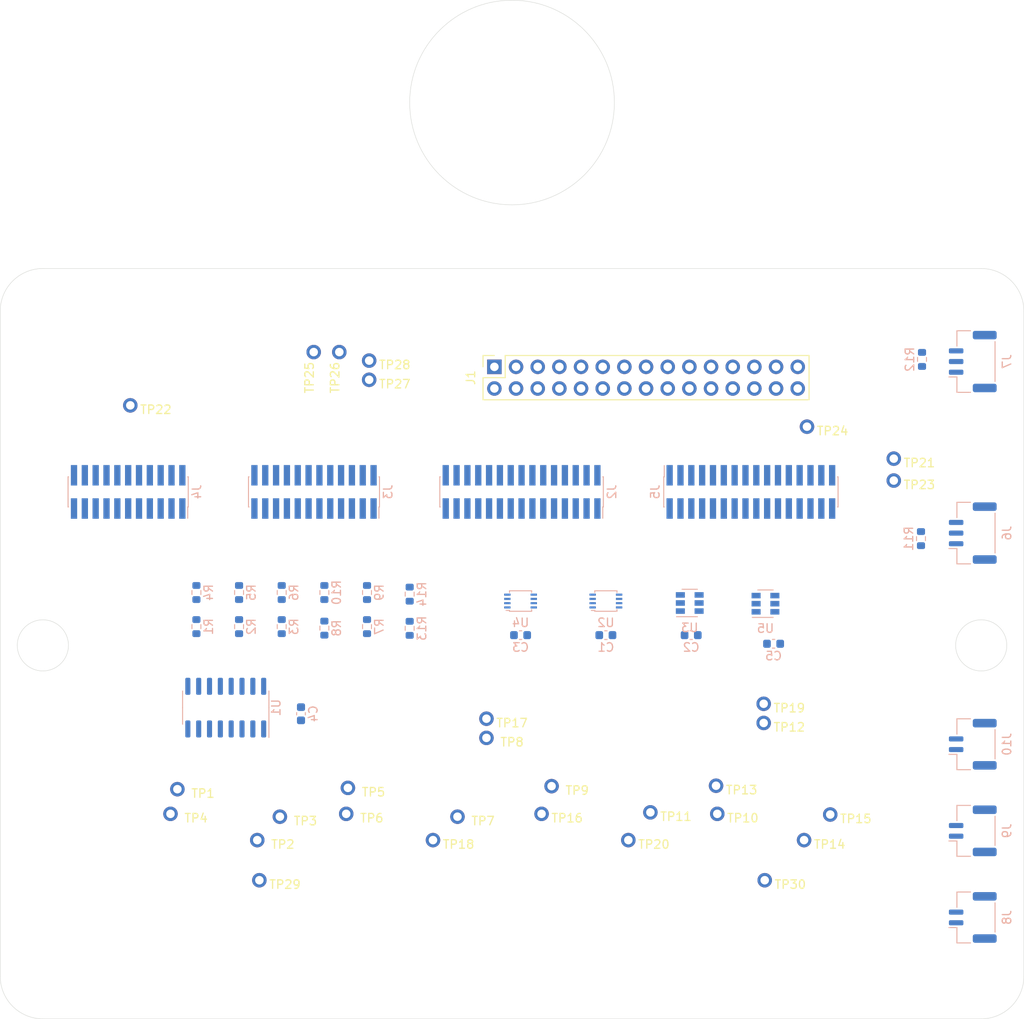
<source format=kicad_pcb>
(kicad_pcb (version 20171130) (host pcbnew 5.1.10-88a1d61d58~90~ubuntu20.04.1)

  (general
    (thickness 1.6)
    (drawings 108)
    (tracks 0)
    (zones 0)
    (modules 64)
    (nets 84)
  )

  (page A4)
  (layers
    (0 F.Cu signal)
    (31 B.Cu signal)
    (32 B.Adhes user)
    (33 F.Adhes user)
    (34 B.Paste user)
    (35 F.Paste user)
    (36 B.SilkS user)
    (37 F.SilkS user)
    (38 B.Mask user)
    (39 F.Mask user)
    (40 Dwgs.User user hide)
    (41 Cmts.User user)
    (42 Eco1.User user)
    (43 Eco2.User user)
    (44 Edge.Cuts user)
    (45 Margin user)
    (46 B.CrtYd user)
    (47 F.CrtYd user)
    (48 B.Fab user)
    (49 F.Fab user)
  )

  (setup
    (last_trace_width 0.25)
    (trace_clearance 0.2)
    (zone_clearance 0.508)
    (zone_45_only no)
    (trace_min 0.2)
    (via_size 0.8)
    (via_drill 0.4)
    (via_min_size 0.4)
    (via_min_drill 0.3)
    (uvia_size 0.3)
    (uvia_drill 0.1)
    (uvias_allowed no)
    (uvia_min_size 0.2)
    (uvia_min_drill 0.1)
    (edge_width 0.05)
    (segment_width 0.2)
    (pcb_text_width 0.3)
    (pcb_text_size 1.5 1.5)
    (mod_edge_width 0.12)
    (mod_text_size 1 1)
    (mod_text_width 0.15)
    (pad_size 1.524 1.524)
    (pad_drill 0.762)
    (pad_to_mask_clearance 0)
    (aux_axis_origin 0 0)
    (grid_origin 100 105)
    (visible_elements FFFFFF7F)
    (pcbplotparams
      (layerselection 0x010fc_ffffffff)
      (usegerberextensions false)
      (usegerberattributes true)
      (usegerberadvancedattributes true)
      (creategerberjobfile true)
      (excludeedgelayer true)
      (linewidth 0.100000)
      (plotframeref false)
      (viasonmask false)
      (mode 1)
      (useauxorigin false)
      (hpglpennumber 1)
      (hpglpenspeed 20)
      (hpglpendiameter 15.000000)
      (psnegative false)
      (psa4output false)
      (plotreference true)
      (plotvalue true)
      (plotinvisibletext false)
      (padsonsilk false)
      (subtractmaskfromsilk false)
      (outputformat 1)
      (mirror false)
      (drillshape 1)
      (scaleselection 1)
      (outputdirectory ""))
  )

  (net 0 "")
  (net 1 /+3V3MP)
  (net 2 +12V)
  (net 3 /IIC_SCL)
  (net 4 /IIC_SDA)
  (net 5 GND)
  (net 6 /LVDS7_N)
  (net 7 /LVDS7_P)
  (net 8 /LVDS6_N)
  (net 9 /LVDS6_P)
  (net 10 /LVDS5_N)
  (net 11 /LVDS5_P)
  (net 12 /LVDS4_N)
  (net 13 /LVDS4_P)
  (net 14 /LVDS3_N)
  (net 15 /LVDS3_P)
  (net 16 /LVDS2_N)
  (net 17 /LVDS2_P)
  (net 18 /LVDS1_N)
  (net 19 /LVDS1_P)
  (net 20 /LVDS0_N)
  (net 21 /LVDS0_P)
  (net 22 +5V)
  (net 23 +3V3)
  (net 24 /DAC1)
  (net 25 /DAC0)
  (net 26 /ADC0)
  (net 27 /ADC1)
  (net 28 /ADC2)
  (net 29 /ADC3)
  (net 30 /ADC4)
  (net 31 /ADC5)
  (net 32 /ADC6)
  (net 33 /ADC7)
  (net 34 /HSADC)
  (net 35 /TP_12V)
  (net 36 /TP_3V3)
  (net 37 /TP_3V3MP)
  (net 38 /MCU_IO3)
  (net 39 /MCU_IO2)
  (net 40 /MCU_IO1)
  (net 41 /MCU_IO0)
  (net 42 GND3)
  (net 43 /TP_5V_1)
  (net 44 /TP_5V_2)
  (net 45 GND1)
  (net 46 GND2)
  (net 47 /MCU_IO4)
  (net 48 /MCU_IO11)
  (net 49 /MCU_IO10)
  (net 50 /MCU_IO5)
  (net 51 /MCU_IO9)
  (net 52 /MCU_IO8)
  (net 53 /MCU_IO7)
  (net 54 /MCU_IO6)
  (net 55 /TP_IO1)
  (net 56 /TP_IO2)
  (net 57 /TP_IO3)
  (net 58 /TP_IO4)
  (net 59 /TP_IO5)
  (net 60 /TP_IO6)
  (net 61 /TP_IO7)
  (net 62 /TP_IO8)
  (net 63 "Net-(U1-Pad6)")
  (net 64 /IO_MUX)
  (net 65 "Net-(J6-Pad1)")
  (net 66 "Net-(J7-Pad1)")
  (net 67 /FPGA_IO15)
  (net 68 /FPGA_IO14)
  (net 69 /FPGA_IO13)
  (net 70 /FPGA_IO12)
  (net 71 /FPGA_IO11)
  (net 72 /FPGA_IO10)
  (net 73 /FPGA_IO9)
  (net 74 /FPGA_IO8)
  (net 75 /FPGA_IO7)
  (net 76 /FPGA_IO6)
  (net 77 /FPGA_IO5)
  (net 78 /FPGA_IO4)
  (net 79 /FPGA_IO3)
  (net 80 /FPGA_IO2)
  (net 81 /FPGA_IO1)
  (net 82 /FPGA_IO0)
  (net 83 "Net-(R13-Pad1)")

  (net_class Default "This is the default net class."
    (clearance 0.2)
    (trace_width 0.25)
    (via_dia 0.8)
    (via_drill 0.4)
    (uvia_dia 0.3)
    (uvia_drill 0.1)
    (add_net +12V)
    (add_net +3V3)
    (add_net +5V)
    (add_net /+3V3MP)
    (add_net /ADC0)
    (add_net /ADC1)
    (add_net /ADC2)
    (add_net /ADC3)
    (add_net /ADC4)
    (add_net /ADC5)
    (add_net /ADC6)
    (add_net /ADC7)
    (add_net /DAC0)
    (add_net /DAC1)
    (add_net /FPGA_IO0)
    (add_net /FPGA_IO1)
    (add_net /FPGA_IO10)
    (add_net /FPGA_IO11)
    (add_net /FPGA_IO12)
    (add_net /FPGA_IO13)
    (add_net /FPGA_IO14)
    (add_net /FPGA_IO15)
    (add_net /FPGA_IO2)
    (add_net /FPGA_IO3)
    (add_net /FPGA_IO4)
    (add_net /FPGA_IO5)
    (add_net /FPGA_IO6)
    (add_net /FPGA_IO7)
    (add_net /FPGA_IO8)
    (add_net /FPGA_IO9)
    (add_net /HSADC)
    (add_net /IIC_SCL)
    (add_net /IIC_SDA)
    (add_net /IO_MUX)
    (add_net /LVDS0_N)
    (add_net /LVDS0_P)
    (add_net /LVDS1_N)
    (add_net /LVDS1_P)
    (add_net /LVDS2_N)
    (add_net /LVDS2_P)
    (add_net /LVDS3_N)
    (add_net /LVDS3_P)
    (add_net /LVDS4_N)
    (add_net /LVDS4_P)
    (add_net /LVDS5_N)
    (add_net /LVDS5_P)
    (add_net /LVDS6_N)
    (add_net /LVDS6_P)
    (add_net /LVDS7_N)
    (add_net /LVDS7_P)
    (add_net /MCU_IO0)
    (add_net /MCU_IO1)
    (add_net /MCU_IO10)
    (add_net /MCU_IO11)
    (add_net /MCU_IO2)
    (add_net /MCU_IO3)
    (add_net /MCU_IO4)
    (add_net /MCU_IO5)
    (add_net /MCU_IO6)
    (add_net /MCU_IO7)
    (add_net /MCU_IO8)
    (add_net /MCU_IO9)
    (add_net /TP_12V)
    (add_net /TP_3V3)
    (add_net /TP_3V3MP)
    (add_net /TP_5V_1)
    (add_net /TP_5V_2)
    (add_net /TP_IO1)
    (add_net /TP_IO2)
    (add_net /TP_IO3)
    (add_net /TP_IO4)
    (add_net /TP_IO5)
    (add_net /TP_IO6)
    (add_net /TP_IO7)
    (add_net /TP_IO8)
    (add_net GND)
    (add_net GND1)
    (add_net GND2)
    (add_net GND3)
    (add_net "Net-(J6-Pad1)")
    (add_net "Net-(J7-Pad1)")
    (add_net "Net-(R13-Pad1)")
    (add_net "Net-(U1-Pad6)")
  )

  (module Resistor_SMD:R_0603_1608Metric (layer B.Cu) (tedit 5F68FEEE) (tstamp 611FBDB7)
    (at 143 98.99 90)
    (descr "Resistor SMD 0603 (1608 Metric), square (rectangular) end terminal, IPC_7351 nominal, (Body size source: IPC-SM-782 page 72, https://www.pcb-3d.com/wordpress/wp-content/uploads/ipc-sm-782a_amendment_1_and_2.pdf), generated with kicad-footprint-generator")
    (tags resistor)
    (path /64A178E5)
    (attr smd)
    (fp_text reference R14 (at 0 1.43 90) (layer B.SilkS)
      (effects (font (size 1 1) (thickness 0.15)) (justify mirror))
    )
    (fp_text value 10k (at 0 -1.43 90) (layer B.Fab)
      (effects (font (size 1 1) (thickness 0.15)) (justify mirror))
    )
    (fp_text user %R (at 0 0 90) (layer B.Fab)
      (effects (font (size 0.4 0.4) (thickness 0.06)) (justify mirror))
    )
    (fp_line (start -0.8 -0.4125) (end -0.8 0.4125) (layer B.Fab) (width 0.1))
    (fp_line (start -0.8 0.4125) (end 0.8 0.4125) (layer B.Fab) (width 0.1))
    (fp_line (start 0.8 0.4125) (end 0.8 -0.4125) (layer B.Fab) (width 0.1))
    (fp_line (start 0.8 -0.4125) (end -0.8 -0.4125) (layer B.Fab) (width 0.1))
    (fp_line (start -0.237258 0.5225) (end 0.237258 0.5225) (layer B.SilkS) (width 0.12))
    (fp_line (start -0.237258 -0.5225) (end 0.237258 -0.5225) (layer B.SilkS) (width 0.12))
    (fp_line (start -1.48 -0.73) (end -1.48 0.73) (layer B.CrtYd) (width 0.05))
    (fp_line (start -1.48 0.73) (end 1.48 0.73) (layer B.CrtYd) (width 0.05))
    (fp_line (start 1.48 0.73) (end 1.48 -0.73) (layer B.CrtYd) (width 0.05))
    (fp_line (start 1.48 -0.73) (end -1.48 -0.73) (layer B.CrtYd) (width 0.05))
    (pad 2 smd roundrect (at 0.825 0 90) (size 0.8 0.95) (layers B.Cu B.Paste B.Mask) (roundrect_rratio 0.25)
      (net 5 GND))
    (pad 1 smd roundrect (at -0.825 0 90) (size 0.8 0.95) (layers B.Cu B.Paste B.Mask) (roundrect_rratio 0.25)
      (net 34 /HSADC))
    (model ${KISYS3DMOD}/Resistor_SMD.3dshapes/R_0603_1608Metric.wrl
      (at (xyz 0 0 0))
      (scale (xyz 1 1 1))
      (rotate (xyz 0 0 0))
    )
  )

  (module Resistor_SMD:R_0603_1608Metric (layer B.Cu) (tedit 5F68FEEE) (tstamp 611FBDA6)
    (at 143 103 90)
    (descr "Resistor SMD 0603 (1608 Metric), square (rectangular) end terminal, IPC_7351 nominal, (Body size source: IPC-SM-782 page 72, https://www.pcb-3d.com/wordpress/wp-content/uploads/ipc-sm-782a_amendment_1_and_2.pdf), generated with kicad-footprint-generator")
    (tags resistor)
    (path /64A178EB)
    (attr smd)
    (fp_text reference R13 (at 0 1.43 90) (layer B.SilkS)
      (effects (font (size 1 1) (thickness 0.15)) (justify mirror))
    )
    (fp_text value 51k (at 0 -1.43 90) (layer B.Fab)
      (effects (font (size 1 1) (thickness 0.15)) (justify mirror))
    )
    (fp_text user %R (at 0 0 90) (layer B.Fab)
      (effects (font (size 0.4 0.4) (thickness 0.06)) (justify mirror))
    )
    (fp_line (start -0.8 -0.4125) (end -0.8 0.4125) (layer B.Fab) (width 0.1))
    (fp_line (start -0.8 0.4125) (end 0.8 0.4125) (layer B.Fab) (width 0.1))
    (fp_line (start 0.8 0.4125) (end 0.8 -0.4125) (layer B.Fab) (width 0.1))
    (fp_line (start 0.8 -0.4125) (end -0.8 -0.4125) (layer B.Fab) (width 0.1))
    (fp_line (start -0.237258 0.5225) (end 0.237258 0.5225) (layer B.SilkS) (width 0.12))
    (fp_line (start -0.237258 -0.5225) (end 0.237258 -0.5225) (layer B.SilkS) (width 0.12))
    (fp_line (start -1.48 -0.73) (end -1.48 0.73) (layer B.CrtYd) (width 0.05))
    (fp_line (start -1.48 0.73) (end 1.48 0.73) (layer B.CrtYd) (width 0.05))
    (fp_line (start 1.48 0.73) (end 1.48 -0.73) (layer B.CrtYd) (width 0.05))
    (fp_line (start 1.48 -0.73) (end -1.48 -0.73) (layer B.CrtYd) (width 0.05))
    (pad 2 smd roundrect (at 0.825 0 90) (size 0.8 0.95) (layers B.Cu B.Paste B.Mask) (roundrect_rratio 0.25)
      (net 34 /HSADC))
    (pad 1 smd roundrect (at -0.825 0 90) (size 0.8 0.95) (layers B.Cu B.Paste B.Mask) (roundrect_rratio 0.25)
      (net 83 "Net-(R13-Pad1)"))
    (model ${KISYS3DMOD}/Resistor_SMD.3dshapes/R_0603_1608Metric.wrl
      (at (xyz 0 0 0))
      (scale (xyz 1 1 1))
      (rotate (xyz 0 0 0))
    )
  )

  (module Connector_JST:JST_GH_BM02B-GHS-TBT_1x02-1MP_P1.25mm_Vertical (layer B.Cu) (tedit 5B78AD87) (tstamp 611F1C4D)
    (at 209.01 116.596699 90)
    (descr "JST GH series connector, BM02B-GHS-TBT (http://www.jst-mfg.com/product/pdf/eng/eGH.pdf), generated with kicad-footprint-generator")
    (tags "connector JST GH side entry")
    (path /636DD07C)
    (attr smd)
    (fp_text reference J10 (at 0 4 90) (layer B.SilkS)
      (effects (font (size 1 1) (thickness 0.15)) (justify mirror))
    )
    (fp_text value SW5 (at 0 -4 90) (layer B.Fab)
      (effects (font (size 1 1) (thickness 0.15)) (justify mirror))
    )
    (fp_line (start -0.625 -1.042893) (end -0.125 -1.75) (layer B.Fab) (width 0.1))
    (fp_line (start -1.125 -1.75) (end -0.625 -1.042893) (layer B.Fab) (width 0.1))
    (fp_line (start 3.48 3.3) (end -3.48 3.3) (layer B.CrtYd) (width 0.05))
    (fp_line (start 3.48 -3.3) (end 3.48 3.3) (layer B.CrtYd) (width 0.05))
    (fp_line (start -3.48 -3.3) (end 3.48 -3.3) (layer B.CrtYd) (width 0.05))
    (fp_line (start -3.48 3.3) (end -3.48 -3.3) (layer B.CrtYd) (width 0.05))
    (fp_line (start 0.875 0.5) (end 0.375 0.5) (layer B.Fab) (width 0.1))
    (fp_line (start 0.875 0) (end 0.875 0.5) (layer B.Fab) (width 0.1))
    (fp_line (start 0.375 0) (end 0.875 0) (layer B.Fab) (width 0.1))
    (fp_line (start 0.375 0.5) (end 0.375 0) (layer B.Fab) (width 0.1))
    (fp_line (start -0.375 0.5) (end -0.875 0.5) (layer B.Fab) (width 0.1))
    (fp_line (start -0.375 0) (end -0.375 0.5) (layer B.Fab) (width 0.1))
    (fp_line (start -0.875 0) (end -0.375 0) (layer B.Fab) (width 0.1))
    (fp_line (start -0.875 0.5) (end -0.875 0) (layer B.Fab) (width 0.1))
    (fp_line (start 2.875 -1.75) (end 2.875 2.5) (layer B.Fab) (width 0.1))
    (fp_line (start -2.875 -1.75) (end -2.875 2.5) (layer B.Fab) (width 0.1))
    (fp_line (start -2.875 2.5) (end 2.875 2.5) (layer B.Fab) (width 0.1))
    (fp_line (start -1.715 2.61) (end 1.715 2.61) (layer B.SilkS) (width 0.12))
    (fp_line (start 2.985 -1.86) (end 1.185 -1.86) (layer B.SilkS) (width 0.12))
    (fp_line (start 2.985 -0.26) (end 2.985 -1.86) (layer B.SilkS) (width 0.12))
    (fp_line (start -1.185 -1.86) (end -1.185 -2.8) (layer B.SilkS) (width 0.12))
    (fp_line (start -2.985 -1.86) (end -1.185 -1.86) (layer B.SilkS) (width 0.12))
    (fp_line (start -2.985 -0.26) (end -2.985 -1.86) (layer B.SilkS) (width 0.12))
    (fp_line (start -2.875 -1.75) (end 2.875 -1.75) (layer B.Fab) (width 0.1))
    (fp_text user %R (at 0 1.5 90) (layer B.Fab)
      (effects (font (size 1 1) (thickness 0.15)) (justify mirror))
    )
    (pad MP smd roundrect (at 2.475 1.4 90) (size 1 2.8) (layers B.Cu B.Paste B.Mask) (roundrect_rratio 0.25)
      (net 5 GND))
    (pad MP smd roundrect (at -2.475 1.4 90) (size 1 2.8) (layers B.Cu B.Paste B.Mask) (roundrect_rratio 0.25)
      (net 5 GND))
    (pad 2 smd roundrect (at 0.625 -1.95 90) (size 0.6 1.7) (layers B.Cu B.Paste B.Mask) (roundrect_rratio 0.25)
      (net 5 GND))
    (pad 1 smd roundrect (at -0.625 -1.95 90) (size 0.6 1.7) (layers B.Cu B.Paste B.Mask) (roundrect_rratio 0.25)
      (net 51 /MCU_IO9))
    (model ${KISYS3DMOD}/Connector_JST.3dshapes/JST_GH_BM02B-GHS-TBT_1x02-1MP_P1.25mm_Vertical.wrl
      (at (xyz 0 0 0))
      (scale (xyz 1 1 1))
      (rotate (xyz 0 0 0))
    )
  )

  (module Connector_JST:JST_GH_BM02B-GHS-TBT_1x02-1MP_P1.25mm_Vertical (layer B.Cu) (tedit 5B78AD87) (tstamp 611F1C2C)
    (at 209.01 126.753365 90)
    (descr "JST GH series connector, BM02B-GHS-TBT (http://www.jst-mfg.com/product/pdf/eng/eGH.pdf), generated with kicad-footprint-generator")
    (tags "connector JST GH side entry")
    (path /636C40FA)
    (attr smd)
    (fp_text reference J9 (at 0 4 90) (layer B.SilkS)
      (effects (font (size 1 1) (thickness 0.15)) (justify mirror))
    )
    (fp_text value SW4 (at 0 -4 90) (layer B.Fab)
      (effects (font (size 1 1) (thickness 0.15)) (justify mirror))
    )
    (fp_line (start -0.625 -1.042893) (end -0.125 -1.75) (layer B.Fab) (width 0.1))
    (fp_line (start -1.125 -1.75) (end -0.625 -1.042893) (layer B.Fab) (width 0.1))
    (fp_line (start 3.48 3.3) (end -3.48 3.3) (layer B.CrtYd) (width 0.05))
    (fp_line (start 3.48 -3.3) (end 3.48 3.3) (layer B.CrtYd) (width 0.05))
    (fp_line (start -3.48 -3.3) (end 3.48 -3.3) (layer B.CrtYd) (width 0.05))
    (fp_line (start -3.48 3.3) (end -3.48 -3.3) (layer B.CrtYd) (width 0.05))
    (fp_line (start 0.875 0.5) (end 0.375 0.5) (layer B.Fab) (width 0.1))
    (fp_line (start 0.875 0) (end 0.875 0.5) (layer B.Fab) (width 0.1))
    (fp_line (start 0.375 0) (end 0.875 0) (layer B.Fab) (width 0.1))
    (fp_line (start 0.375 0.5) (end 0.375 0) (layer B.Fab) (width 0.1))
    (fp_line (start -0.375 0.5) (end -0.875 0.5) (layer B.Fab) (width 0.1))
    (fp_line (start -0.375 0) (end -0.375 0.5) (layer B.Fab) (width 0.1))
    (fp_line (start -0.875 0) (end -0.375 0) (layer B.Fab) (width 0.1))
    (fp_line (start -0.875 0.5) (end -0.875 0) (layer B.Fab) (width 0.1))
    (fp_line (start 2.875 -1.75) (end 2.875 2.5) (layer B.Fab) (width 0.1))
    (fp_line (start -2.875 -1.75) (end -2.875 2.5) (layer B.Fab) (width 0.1))
    (fp_line (start -2.875 2.5) (end 2.875 2.5) (layer B.Fab) (width 0.1))
    (fp_line (start -1.715 2.61) (end 1.715 2.61) (layer B.SilkS) (width 0.12))
    (fp_line (start 2.985 -1.86) (end 1.185 -1.86) (layer B.SilkS) (width 0.12))
    (fp_line (start 2.985 -0.26) (end 2.985 -1.86) (layer B.SilkS) (width 0.12))
    (fp_line (start -1.185 -1.86) (end -1.185 -2.8) (layer B.SilkS) (width 0.12))
    (fp_line (start -2.985 -1.86) (end -1.185 -1.86) (layer B.SilkS) (width 0.12))
    (fp_line (start -2.985 -0.26) (end -2.985 -1.86) (layer B.SilkS) (width 0.12))
    (fp_line (start -2.875 -1.75) (end 2.875 -1.75) (layer B.Fab) (width 0.1))
    (fp_text user %R (at 0 1.5 90) (layer B.Fab)
      (effects (font (size 1 1) (thickness 0.15)) (justify mirror))
    )
    (pad MP smd roundrect (at 2.475 1.4 90) (size 1 2.8) (layers B.Cu B.Paste B.Mask) (roundrect_rratio 0.25)
      (net 5 GND))
    (pad MP smd roundrect (at -2.475 1.4 90) (size 1 2.8) (layers B.Cu B.Paste B.Mask) (roundrect_rratio 0.25)
      (net 5 GND))
    (pad 2 smd roundrect (at 0.625 -1.95 90) (size 0.6 1.7) (layers B.Cu B.Paste B.Mask) (roundrect_rratio 0.25)
      (net 5 GND))
    (pad 1 smd roundrect (at -0.625 -1.95 90) (size 0.6 1.7) (layers B.Cu B.Paste B.Mask) (roundrect_rratio 0.25)
      (net 52 /MCU_IO8))
    (model ${KISYS3DMOD}/Connector_JST.3dshapes/JST_GH_BM02B-GHS-TBT_1x02-1MP_P1.25mm_Vertical.wrl
      (at (xyz 0 0 0))
      (scale (xyz 1 1 1))
      (rotate (xyz 0 0 0))
    )
  )

  (module Connector_JST:JST_GH_BM02B-GHS-TBT_1x02-1MP_P1.25mm_Vertical (layer B.Cu) (tedit 5B78AD87) (tstamp 611F1C0B)
    (at 209.01 136.910031 90)
    (descr "JST GH series connector, BM02B-GHS-TBT (http://www.jst-mfg.com/product/pdf/eng/eGH.pdf), generated with kicad-footprint-generator")
    (tags "connector JST GH side entry")
    (path /635D7408)
    (attr smd)
    (fp_text reference J8 (at 0 4 90) (layer B.SilkS)
      (effects (font (size 1 1) (thickness 0.15)) (justify mirror))
    )
    (fp_text value SW3 (at 0 -4 90) (layer B.Fab)
      (effects (font (size 1 1) (thickness 0.15)) (justify mirror))
    )
    (fp_line (start -0.625 -1.042893) (end -0.125 -1.75) (layer B.Fab) (width 0.1))
    (fp_line (start -1.125 -1.75) (end -0.625 -1.042893) (layer B.Fab) (width 0.1))
    (fp_line (start 3.48 3.3) (end -3.48 3.3) (layer B.CrtYd) (width 0.05))
    (fp_line (start 3.48 -3.3) (end 3.48 3.3) (layer B.CrtYd) (width 0.05))
    (fp_line (start -3.48 -3.3) (end 3.48 -3.3) (layer B.CrtYd) (width 0.05))
    (fp_line (start -3.48 3.3) (end -3.48 -3.3) (layer B.CrtYd) (width 0.05))
    (fp_line (start 0.875 0.5) (end 0.375 0.5) (layer B.Fab) (width 0.1))
    (fp_line (start 0.875 0) (end 0.875 0.5) (layer B.Fab) (width 0.1))
    (fp_line (start 0.375 0) (end 0.875 0) (layer B.Fab) (width 0.1))
    (fp_line (start 0.375 0.5) (end 0.375 0) (layer B.Fab) (width 0.1))
    (fp_line (start -0.375 0.5) (end -0.875 0.5) (layer B.Fab) (width 0.1))
    (fp_line (start -0.375 0) (end -0.375 0.5) (layer B.Fab) (width 0.1))
    (fp_line (start -0.875 0) (end -0.375 0) (layer B.Fab) (width 0.1))
    (fp_line (start -0.875 0.5) (end -0.875 0) (layer B.Fab) (width 0.1))
    (fp_line (start 2.875 -1.75) (end 2.875 2.5) (layer B.Fab) (width 0.1))
    (fp_line (start -2.875 -1.75) (end -2.875 2.5) (layer B.Fab) (width 0.1))
    (fp_line (start -2.875 2.5) (end 2.875 2.5) (layer B.Fab) (width 0.1))
    (fp_line (start -1.715 2.61) (end 1.715 2.61) (layer B.SilkS) (width 0.12))
    (fp_line (start 2.985 -1.86) (end 1.185 -1.86) (layer B.SilkS) (width 0.12))
    (fp_line (start 2.985 -0.26) (end 2.985 -1.86) (layer B.SilkS) (width 0.12))
    (fp_line (start -1.185 -1.86) (end -1.185 -2.8) (layer B.SilkS) (width 0.12))
    (fp_line (start -2.985 -1.86) (end -1.185 -1.86) (layer B.SilkS) (width 0.12))
    (fp_line (start -2.985 -0.26) (end -2.985 -1.86) (layer B.SilkS) (width 0.12))
    (fp_line (start -2.875 -1.75) (end 2.875 -1.75) (layer B.Fab) (width 0.1))
    (fp_text user %R (at 0 1.5 90) (layer B.Fab)
      (effects (font (size 1 1) (thickness 0.15)) (justify mirror))
    )
    (pad MP smd roundrect (at 2.475 1.4 90) (size 1 2.8) (layers B.Cu B.Paste B.Mask) (roundrect_rratio 0.25)
      (net 5 GND))
    (pad MP smd roundrect (at -2.475 1.4 90) (size 1 2.8) (layers B.Cu B.Paste B.Mask) (roundrect_rratio 0.25)
      (net 5 GND))
    (pad 2 smd roundrect (at 0.625 -1.95 90) (size 0.6 1.7) (layers B.Cu B.Paste B.Mask) (roundrect_rratio 0.25)
      (net 5 GND))
    (pad 1 smd roundrect (at -0.625 -1.95 90) (size 0.6 1.7) (layers B.Cu B.Paste B.Mask) (roundrect_rratio 0.25)
      (net 53 /MCU_IO7))
    (model ${KISYS3DMOD}/Connector_JST.3dshapes/JST_GH_BM02B-GHS-TBT_1x02-1MP_P1.25mm_Vertical.wrl
      (at (xyz 0 0 0))
      (scale (xyz 1 1 1))
      (rotate (xyz 0 0 0))
    )
  )

  (module Connector_JST:JST_GH_BM03B-GHS-TBT_1x03-1MP_P1.25mm_Vertical (layer B.Cu) (tedit 5B78AD87) (tstamp 611F1BEA)
    (at 209.01 71.710031 90)
    (descr "JST GH series connector, BM03B-GHS-TBT (http://www.jst-mfg.com/product/pdf/eng/eGH.pdf), generated with kicad-footprint-generator")
    (tags "connector JST GH side entry")
    (path /636AACE0)
    (attr smd)
    (fp_text reference J7 (at 0 4 90) (layer B.SilkS)
      (effects (font (size 1 1) (thickness 0.15)) (justify mirror))
    )
    (fp_text value SW2 (at 0 -4 90) (layer B.Fab)
      (effects (font (size 1 1) (thickness 0.15)) (justify mirror))
    )
    (fp_line (start -1.25 -1.042893) (end -0.75 -1.75) (layer B.Fab) (width 0.1))
    (fp_line (start -1.75 -1.75) (end -1.25 -1.042893) (layer B.Fab) (width 0.1))
    (fp_line (start 4.1 3.3) (end -4.1 3.3) (layer B.CrtYd) (width 0.05))
    (fp_line (start 4.1 -3.3) (end 4.1 3.3) (layer B.CrtYd) (width 0.05))
    (fp_line (start -4.1 -3.3) (end 4.1 -3.3) (layer B.CrtYd) (width 0.05))
    (fp_line (start -4.1 3.3) (end -4.1 -3.3) (layer B.CrtYd) (width 0.05))
    (fp_line (start 1.5 0.5) (end 1 0.5) (layer B.Fab) (width 0.1))
    (fp_line (start 1.5 0) (end 1.5 0.5) (layer B.Fab) (width 0.1))
    (fp_line (start 1 0) (end 1.5 0) (layer B.Fab) (width 0.1))
    (fp_line (start 1 0.5) (end 1 0) (layer B.Fab) (width 0.1))
    (fp_line (start 0.25 0.5) (end -0.25 0.5) (layer B.Fab) (width 0.1))
    (fp_line (start 0.25 0) (end 0.25 0.5) (layer B.Fab) (width 0.1))
    (fp_line (start -0.25 0) (end 0.25 0) (layer B.Fab) (width 0.1))
    (fp_line (start -0.25 0.5) (end -0.25 0) (layer B.Fab) (width 0.1))
    (fp_line (start -1 0.5) (end -1.5 0.5) (layer B.Fab) (width 0.1))
    (fp_line (start -1 0) (end -1 0.5) (layer B.Fab) (width 0.1))
    (fp_line (start -1.5 0) (end -1 0) (layer B.Fab) (width 0.1))
    (fp_line (start -1.5 0.5) (end -1.5 0) (layer B.Fab) (width 0.1))
    (fp_line (start 3.5 -1.75) (end 3.5 2.5) (layer B.Fab) (width 0.1))
    (fp_line (start -3.5 -1.75) (end -3.5 2.5) (layer B.Fab) (width 0.1))
    (fp_line (start -3.5 2.5) (end 3.5 2.5) (layer B.Fab) (width 0.1))
    (fp_line (start -2.34 2.61) (end 2.34 2.61) (layer B.SilkS) (width 0.12))
    (fp_line (start 3.61 -1.86) (end 1.81 -1.86) (layer B.SilkS) (width 0.12))
    (fp_line (start 3.61 -0.26) (end 3.61 -1.86) (layer B.SilkS) (width 0.12))
    (fp_line (start -1.81 -1.86) (end -1.81 -2.8) (layer B.SilkS) (width 0.12))
    (fp_line (start -3.61 -1.86) (end -1.81 -1.86) (layer B.SilkS) (width 0.12))
    (fp_line (start -3.61 -0.26) (end -3.61 -1.86) (layer B.SilkS) (width 0.12))
    (fp_line (start -3.5 -1.75) (end 3.5 -1.75) (layer B.Fab) (width 0.1))
    (fp_text user %R (at 0 1.5 90) (layer B.Fab)
      (effects (font (size 1 1) (thickness 0.15)) (justify mirror))
    )
    (pad MP smd roundrect (at 3.1 1.4 90) (size 1 2.8) (layers B.Cu B.Paste B.Mask) (roundrect_rratio 0.25)
      (net 5 GND))
    (pad MP smd roundrect (at -3.1 1.4 90) (size 1 2.8) (layers B.Cu B.Paste B.Mask) (roundrect_rratio 0.25)
      (net 5 GND))
    (pad 3 smd roundrect (at 1.25 -1.95 90) (size 0.6 1.7) (layers B.Cu B.Paste B.Mask) (roundrect_rratio 0.25)
      (net 5 GND))
    (pad 2 smd roundrect (at 0 -1.95 90) (size 0.6 1.7) (layers B.Cu B.Paste B.Mask) (roundrect_rratio 0.25)
      (net 54 /MCU_IO6))
    (pad 1 smd roundrect (at -1.25 -1.95 90) (size 0.6 1.7) (layers B.Cu B.Paste B.Mask) (roundrect_rratio 0.25)
      (net 66 "Net-(J7-Pad1)"))
    (model ${KISYS3DMOD}/Connector_JST.3dshapes/JST_GH_BM03B-GHS-TBT_1x03-1MP_P1.25mm_Vertical.wrl
      (at (xyz 0 0 0))
      (scale (xyz 1 1 1))
      (rotate (xyz 0 0 0))
    )
  )

  (module Connector_JST:JST_GH_BM03B-GHS-TBT_1x03-1MP_P1.25mm_Vertical (layer B.Cu) (tedit 5B78AD87) (tstamp 611F1BC4)
    (at 209.01 91.830031 90)
    (descr "JST GH series connector, BM03B-GHS-TBT (http://www.jst-mfg.com/product/pdf/eng/eGH.pdf), generated with kicad-footprint-generator")
    (tags "connector JST GH side entry")
    (path /635D81CA)
    (attr smd)
    (fp_text reference J6 (at 0 4 90) (layer B.SilkS)
      (effects (font (size 1 1) (thickness 0.15)) (justify mirror))
    )
    (fp_text value SW1 (at 0 -4 90) (layer B.Fab)
      (effects (font (size 1 1) (thickness 0.15)) (justify mirror))
    )
    (fp_line (start -1.25 -1.042893) (end -0.75 -1.75) (layer B.Fab) (width 0.1))
    (fp_line (start -1.75 -1.75) (end -1.25 -1.042893) (layer B.Fab) (width 0.1))
    (fp_line (start 4.1 3.3) (end -4.1 3.3) (layer B.CrtYd) (width 0.05))
    (fp_line (start 4.1 -3.3) (end 4.1 3.3) (layer B.CrtYd) (width 0.05))
    (fp_line (start -4.1 -3.3) (end 4.1 -3.3) (layer B.CrtYd) (width 0.05))
    (fp_line (start -4.1 3.3) (end -4.1 -3.3) (layer B.CrtYd) (width 0.05))
    (fp_line (start 1.5 0.5) (end 1 0.5) (layer B.Fab) (width 0.1))
    (fp_line (start 1.5 0) (end 1.5 0.5) (layer B.Fab) (width 0.1))
    (fp_line (start 1 0) (end 1.5 0) (layer B.Fab) (width 0.1))
    (fp_line (start 1 0.5) (end 1 0) (layer B.Fab) (width 0.1))
    (fp_line (start 0.25 0.5) (end -0.25 0.5) (layer B.Fab) (width 0.1))
    (fp_line (start 0.25 0) (end 0.25 0.5) (layer B.Fab) (width 0.1))
    (fp_line (start -0.25 0) (end 0.25 0) (layer B.Fab) (width 0.1))
    (fp_line (start -0.25 0.5) (end -0.25 0) (layer B.Fab) (width 0.1))
    (fp_line (start -1 0.5) (end -1.5 0.5) (layer B.Fab) (width 0.1))
    (fp_line (start -1 0) (end -1 0.5) (layer B.Fab) (width 0.1))
    (fp_line (start -1.5 0) (end -1 0) (layer B.Fab) (width 0.1))
    (fp_line (start -1.5 0.5) (end -1.5 0) (layer B.Fab) (width 0.1))
    (fp_line (start 3.5 -1.75) (end 3.5 2.5) (layer B.Fab) (width 0.1))
    (fp_line (start -3.5 -1.75) (end -3.5 2.5) (layer B.Fab) (width 0.1))
    (fp_line (start -3.5 2.5) (end 3.5 2.5) (layer B.Fab) (width 0.1))
    (fp_line (start -2.34 2.61) (end 2.34 2.61) (layer B.SilkS) (width 0.12))
    (fp_line (start 3.61 -1.86) (end 1.81 -1.86) (layer B.SilkS) (width 0.12))
    (fp_line (start 3.61 -0.26) (end 3.61 -1.86) (layer B.SilkS) (width 0.12))
    (fp_line (start -1.81 -1.86) (end -1.81 -2.8) (layer B.SilkS) (width 0.12))
    (fp_line (start -3.61 -1.86) (end -1.81 -1.86) (layer B.SilkS) (width 0.12))
    (fp_line (start -3.61 -0.26) (end -3.61 -1.86) (layer B.SilkS) (width 0.12))
    (fp_line (start -3.5 -1.75) (end 3.5 -1.75) (layer B.Fab) (width 0.1))
    (fp_text user %R (at 0 1.5 90) (layer B.Fab)
      (effects (font (size 1 1) (thickness 0.15)) (justify mirror))
    )
    (pad MP smd roundrect (at 3.1 1.4 90) (size 1 2.8) (layers B.Cu B.Paste B.Mask) (roundrect_rratio 0.25)
      (net 5 GND))
    (pad MP smd roundrect (at -3.1 1.4 90) (size 1 2.8) (layers B.Cu B.Paste B.Mask) (roundrect_rratio 0.25)
      (net 5 GND))
    (pad 3 smd roundrect (at 1.25 -1.95 90) (size 0.6 1.7) (layers B.Cu B.Paste B.Mask) (roundrect_rratio 0.25)
      (net 5 GND))
    (pad 2 smd roundrect (at 0 -1.95 90) (size 0.6 1.7) (layers B.Cu B.Paste B.Mask) (roundrect_rratio 0.25)
      (net 50 /MCU_IO5))
    (pad 1 smd roundrect (at -1.25 -1.95 90) (size 0.6 1.7) (layers B.Cu B.Paste B.Mask) (roundrect_rratio 0.25)
      (net 65 "Net-(J6-Pad1)"))
    (model ${KISYS3DMOD}/Connector_JST.3dshapes/JST_GH_BM03B-GHS-TBT_1x03-1MP_P1.25mm_Vertical.wrl
      (at (xyz 0 0 0))
      (scale (xyz 1 1 1))
      (rotate (xyz 0 0 0))
    )
  )

  (module Connector_PinHeader_1.27mm:PinHeader_2x16_P1.27mm_Vertical_SMD (layer B.Cu) (tedit 59FED6E3) (tstamp 611F1B9E)
    (at 183 87 270)
    (descr "surface-mounted straight pin header, 2x16, 1.27mm pitch, double rows")
    (tags "Surface mounted pin header SMD 2x16 1.27mm double row")
    (path /635CF05C)
    (attr smd)
    (fp_text reference J5 (at 0 11.22 90) (layer B.SilkS)
      (effects (font (size 1 1) (thickness 0.15)) (justify mirror))
    )
    (fp_text value FPGA_IO (at 0 -11.22 90) (layer B.Fab)
      (effects (font (size 1 1) (thickness 0.15)) (justify mirror))
    )
    (fp_line (start 4.3 10.7) (end -4.3 10.7) (layer B.CrtYd) (width 0.05))
    (fp_line (start 4.3 -10.7) (end 4.3 10.7) (layer B.CrtYd) (width 0.05))
    (fp_line (start -4.3 -10.7) (end 4.3 -10.7) (layer B.CrtYd) (width 0.05))
    (fp_line (start -4.3 10.7) (end -4.3 -10.7) (layer B.CrtYd) (width 0.05))
    (fp_line (start 1.765 -10.155) (end 1.765 -10.22) (layer B.SilkS) (width 0.12))
    (fp_line (start -1.765 -10.155) (end -1.765 -10.22) (layer B.SilkS) (width 0.12))
    (fp_line (start 1.765 10.22) (end 1.765 10.155) (layer B.SilkS) (width 0.12))
    (fp_line (start -1.765 10.22) (end -1.765 10.155) (layer B.SilkS) (width 0.12))
    (fp_line (start -3.09 10.155) (end -1.765 10.155) (layer B.SilkS) (width 0.12))
    (fp_line (start -1.765 -10.22) (end 1.765 -10.22) (layer B.SilkS) (width 0.12))
    (fp_line (start -1.765 10.22) (end 1.765 10.22) (layer B.SilkS) (width 0.12))
    (fp_line (start 2.75 -9.725) (end 1.705 -9.725) (layer B.Fab) (width 0.1))
    (fp_line (start 2.75 -9.325) (end 2.75 -9.725) (layer B.Fab) (width 0.1))
    (fp_line (start 1.705 -9.325) (end 2.75 -9.325) (layer B.Fab) (width 0.1))
    (fp_line (start -2.75 -9.725) (end -1.705 -9.725) (layer B.Fab) (width 0.1))
    (fp_line (start -2.75 -9.325) (end -2.75 -9.725) (layer B.Fab) (width 0.1))
    (fp_line (start -1.705 -9.325) (end -2.75 -9.325) (layer B.Fab) (width 0.1))
    (fp_line (start 2.75 -8.455) (end 1.705 -8.455) (layer B.Fab) (width 0.1))
    (fp_line (start 2.75 -8.055) (end 2.75 -8.455) (layer B.Fab) (width 0.1))
    (fp_line (start 1.705 -8.055) (end 2.75 -8.055) (layer B.Fab) (width 0.1))
    (fp_line (start -2.75 -8.455) (end -1.705 -8.455) (layer B.Fab) (width 0.1))
    (fp_line (start -2.75 -8.055) (end -2.75 -8.455) (layer B.Fab) (width 0.1))
    (fp_line (start -1.705 -8.055) (end -2.75 -8.055) (layer B.Fab) (width 0.1))
    (fp_line (start 2.75 -7.185) (end 1.705 -7.185) (layer B.Fab) (width 0.1))
    (fp_line (start 2.75 -6.785) (end 2.75 -7.185) (layer B.Fab) (width 0.1))
    (fp_line (start 1.705 -6.785) (end 2.75 -6.785) (layer B.Fab) (width 0.1))
    (fp_line (start -2.75 -7.185) (end -1.705 -7.185) (layer B.Fab) (width 0.1))
    (fp_line (start -2.75 -6.785) (end -2.75 -7.185) (layer B.Fab) (width 0.1))
    (fp_line (start -1.705 -6.785) (end -2.75 -6.785) (layer B.Fab) (width 0.1))
    (fp_line (start 2.75 -5.915) (end 1.705 -5.915) (layer B.Fab) (width 0.1))
    (fp_line (start 2.75 -5.515) (end 2.75 -5.915) (layer B.Fab) (width 0.1))
    (fp_line (start 1.705 -5.515) (end 2.75 -5.515) (layer B.Fab) (width 0.1))
    (fp_line (start -2.75 -5.915) (end -1.705 -5.915) (layer B.Fab) (width 0.1))
    (fp_line (start -2.75 -5.515) (end -2.75 -5.915) (layer B.Fab) (width 0.1))
    (fp_line (start -1.705 -5.515) (end -2.75 -5.515) (layer B.Fab) (width 0.1))
    (fp_line (start 2.75 -4.645) (end 1.705 -4.645) (layer B.Fab) (width 0.1))
    (fp_line (start 2.75 -4.245) (end 2.75 -4.645) (layer B.Fab) (width 0.1))
    (fp_line (start 1.705 -4.245) (end 2.75 -4.245) (layer B.Fab) (width 0.1))
    (fp_line (start -2.75 -4.645) (end -1.705 -4.645) (layer B.Fab) (width 0.1))
    (fp_line (start -2.75 -4.245) (end -2.75 -4.645) (layer B.Fab) (width 0.1))
    (fp_line (start -1.705 -4.245) (end -2.75 -4.245) (layer B.Fab) (width 0.1))
    (fp_line (start 2.75 -3.375) (end 1.705 -3.375) (layer B.Fab) (width 0.1))
    (fp_line (start 2.75 -2.975) (end 2.75 -3.375) (layer B.Fab) (width 0.1))
    (fp_line (start 1.705 -2.975) (end 2.75 -2.975) (layer B.Fab) (width 0.1))
    (fp_line (start -2.75 -3.375) (end -1.705 -3.375) (layer B.Fab) (width 0.1))
    (fp_line (start -2.75 -2.975) (end -2.75 -3.375) (layer B.Fab) (width 0.1))
    (fp_line (start -1.705 -2.975) (end -2.75 -2.975) (layer B.Fab) (width 0.1))
    (fp_line (start 2.75 -2.105) (end 1.705 -2.105) (layer B.Fab) (width 0.1))
    (fp_line (start 2.75 -1.705) (end 2.75 -2.105) (layer B.Fab) (width 0.1))
    (fp_line (start 1.705 -1.705) (end 2.75 -1.705) (layer B.Fab) (width 0.1))
    (fp_line (start -2.75 -2.105) (end -1.705 -2.105) (layer B.Fab) (width 0.1))
    (fp_line (start -2.75 -1.705) (end -2.75 -2.105) (layer B.Fab) (width 0.1))
    (fp_line (start -1.705 -1.705) (end -2.75 -1.705) (layer B.Fab) (width 0.1))
    (fp_line (start 2.75 -0.835) (end 1.705 -0.835) (layer B.Fab) (width 0.1))
    (fp_line (start 2.75 -0.435) (end 2.75 -0.835) (layer B.Fab) (width 0.1))
    (fp_line (start 1.705 -0.435) (end 2.75 -0.435) (layer B.Fab) (width 0.1))
    (fp_line (start -2.75 -0.835) (end -1.705 -0.835) (layer B.Fab) (width 0.1))
    (fp_line (start -2.75 -0.435) (end -2.75 -0.835) (layer B.Fab) (width 0.1))
    (fp_line (start -1.705 -0.435) (end -2.75 -0.435) (layer B.Fab) (width 0.1))
    (fp_line (start 2.75 0.435) (end 1.705 0.435) (layer B.Fab) (width 0.1))
    (fp_line (start 2.75 0.835) (end 2.75 0.435) (layer B.Fab) (width 0.1))
    (fp_line (start 1.705 0.835) (end 2.75 0.835) (layer B.Fab) (width 0.1))
    (fp_line (start -2.75 0.435) (end -1.705 0.435) (layer B.Fab) (width 0.1))
    (fp_line (start -2.75 0.835) (end -2.75 0.435) (layer B.Fab) (width 0.1))
    (fp_line (start -1.705 0.835) (end -2.75 0.835) (layer B.Fab) (width 0.1))
    (fp_line (start 2.75 1.705) (end 1.705 1.705) (layer B.Fab) (width 0.1))
    (fp_line (start 2.75 2.105) (end 2.75 1.705) (layer B.Fab) (width 0.1))
    (fp_line (start 1.705 2.105) (end 2.75 2.105) (layer B.Fab) (width 0.1))
    (fp_line (start -2.75 1.705) (end -1.705 1.705) (layer B.Fab) (width 0.1))
    (fp_line (start -2.75 2.105) (end -2.75 1.705) (layer B.Fab) (width 0.1))
    (fp_line (start -1.705 2.105) (end -2.75 2.105) (layer B.Fab) (width 0.1))
    (fp_line (start 2.75 2.975) (end 1.705 2.975) (layer B.Fab) (width 0.1))
    (fp_line (start 2.75 3.375) (end 2.75 2.975) (layer B.Fab) (width 0.1))
    (fp_line (start 1.705 3.375) (end 2.75 3.375) (layer B.Fab) (width 0.1))
    (fp_line (start -2.75 2.975) (end -1.705 2.975) (layer B.Fab) (width 0.1))
    (fp_line (start -2.75 3.375) (end -2.75 2.975) (layer B.Fab) (width 0.1))
    (fp_line (start -1.705 3.375) (end -2.75 3.375) (layer B.Fab) (width 0.1))
    (fp_line (start 2.75 4.245) (end 1.705 4.245) (layer B.Fab) (width 0.1))
    (fp_line (start 2.75 4.645) (end 2.75 4.245) (layer B.Fab) (width 0.1))
    (fp_line (start 1.705 4.645) (end 2.75 4.645) (layer B.Fab) (width 0.1))
    (fp_line (start -2.75 4.245) (end -1.705 4.245) (layer B.Fab) (width 0.1))
    (fp_line (start -2.75 4.645) (end -2.75 4.245) (layer B.Fab) (width 0.1))
    (fp_line (start -1.705 4.645) (end -2.75 4.645) (layer B.Fab) (width 0.1))
    (fp_line (start 2.75 5.515) (end 1.705 5.515) (layer B.Fab) (width 0.1))
    (fp_line (start 2.75 5.915) (end 2.75 5.515) (layer B.Fab) (width 0.1))
    (fp_line (start 1.705 5.915) (end 2.75 5.915) (layer B.Fab) (width 0.1))
    (fp_line (start -2.75 5.515) (end -1.705 5.515) (layer B.Fab) (width 0.1))
    (fp_line (start -2.75 5.915) (end -2.75 5.515) (layer B.Fab) (width 0.1))
    (fp_line (start -1.705 5.915) (end -2.75 5.915) (layer B.Fab) (width 0.1))
    (fp_line (start 2.75 6.785) (end 1.705 6.785) (layer B.Fab) (width 0.1))
    (fp_line (start 2.75 7.185) (end 2.75 6.785) (layer B.Fab) (width 0.1))
    (fp_line (start 1.705 7.185) (end 2.75 7.185) (layer B.Fab) (width 0.1))
    (fp_line (start -2.75 6.785) (end -1.705 6.785) (layer B.Fab) (width 0.1))
    (fp_line (start -2.75 7.185) (end -2.75 6.785) (layer B.Fab) (width 0.1))
    (fp_line (start -1.705 7.185) (end -2.75 7.185) (layer B.Fab) (width 0.1))
    (fp_line (start 2.75 8.055) (end 1.705 8.055) (layer B.Fab) (width 0.1))
    (fp_line (start 2.75 8.455) (end 2.75 8.055) (layer B.Fab) (width 0.1))
    (fp_line (start 1.705 8.455) (end 2.75 8.455) (layer B.Fab) (width 0.1))
    (fp_line (start -2.75 8.055) (end -1.705 8.055) (layer B.Fab) (width 0.1))
    (fp_line (start -2.75 8.455) (end -2.75 8.055) (layer B.Fab) (width 0.1))
    (fp_line (start -1.705 8.455) (end -2.75 8.455) (layer B.Fab) (width 0.1))
    (fp_line (start 2.75 9.325) (end 1.705 9.325) (layer B.Fab) (width 0.1))
    (fp_line (start 2.75 9.725) (end 2.75 9.325) (layer B.Fab) (width 0.1))
    (fp_line (start 1.705 9.725) (end 2.75 9.725) (layer B.Fab) (width 0.1))
    (fp_line (start -2.75 9.325) (end -1.705 9.325) (layer B.Fab) (width 0.1))
    (fp_line (start -2.75 9.725) (end -2.75 9.325) (layer B.Fab) (width 0.1))
    (fp_line (start -1.705 9.725) (end -2.75 9.725) (layer B.Fab) (width 0.1))
    (fp_line (start 1.705 10.16) (end 1.705 -10.16) (layer B.Fab) (width 0.1))
    (fp_line (start -1.705 9.725) (end -1.27 10.16) (layer B.Fab) (width 0.1))
    (fp_line (start -1.705 -10.16) (end -1.705 9.725) (layer B.Fab) (width 0.1))
    (fp_line (start -1.27 10.16) (end 1.705 10.16) (layer B.Fab) (width 0.1))
    (fp_line (start 1.705 -10.16) (end -1.705 -10.16) (layer B.Fab) (width 0.1))
    (fp_text user %R (at 0 0 180) (layer B.Fab)
      (effects (font (size 1 1) (thickness 0.15)) (justify mirror))
    )
    (pad 32 smd rect (at 1.95 -9.525 270) (size 2.4 0.74) (layers B.Cu B.Paste B.Mask)
      (net 67 /FPGA_IO15))
    (pad 31 smd rect (at -1.95 -9.525 270) (size 2.4 0.74) (layers B.Cu B.Paste B.Mask)
      (net 5 GND))
    (pad 30 smd rect (at 1.95 -8.255 270) (size 2.4 0.74) (layers B.Cu B.Paste B.Mask)
      (net 23 +3V3))
    (pad 29 smd rect (at -1.95 -8.255 270) (size 2.4 0.74) (layers B.Cu B.Paste B.Mask)
      (net 68 /FPGA_IO14))
    (pad 28 smd rect (at 1.95 -6.985 270) (size 2.4 0.74) (layers B.Cu B.Paste B.Mask)
      (net 69 /FPGA_IO13))
    (pad 27 smd rect (at -1.95 -6.985 270) (size 2.4 0.74) (layers B.Cu B.Paste B.Mask)
      (net 5 GND))
    (pad 26 smd rect (at 1.95 -5.715 270) (size 2.4 0.74) (layers B.Cu B.Paste B.Mask)
      (net 23 +3V3))
    (pad 25 smd rect (at -1.95 -5.715 270) (size 2.4 0.74) (layers B.Cu B.Paste B.Mask)
      (net 70 /FPGA_IO12))
    (pad 24 smd rect (at 1.95 -4.445 270) (size 2.4 0.74) (layers B.Cu B.Paste B.Mask)
      (net 71 /FPGA_IO11))
    (pad 23 smd rect (at -1.95 -4.445 270) (size 2.4 0.74) (layers B.Cu B.Paste B.Mask)
      (net 5 GND))
    (pad 22 smd rect (at 1.95 -3.175 270) (size 2.4 0.74) (layers B.Cu B.Paste B.Mask)
      (net 23 +3V3))
    (pad 21 smd rect (at -1.95 -3.175 270) (size 2.4 0.74) (layers B.Cu B.Paste B.Mask)
      (net 72 /FPGA_IO10))
    (pad 20 smd rect (at 1.95 -1.905 270) (size 2.4 0.74) (layers B.Cu B.Paste B.Mask)
      (net 73 /FPGA_IO9))
    (pad 19 smd rect (at -1.95 -1.905 270) (size 2.4 0.74) (layers B.Cu B.Paste B.Mask)
      (net 5 GND))
    (pad 18 smd rect (at 1.95 -0.635 270) (size 2.4 0.74) (layers B.Cu B.Paste B.Mask)
      (net 23 +3V3))
    (pad 17 smd rect (at -1.95 -0.635 270) (size 2.4 0.74) (layers B.Cu B.Paste B.Mask)
      (net 74 /FPGA_IO8))
    (pad 16 smd rect (at 1.95 0.635 270) (size 2.4 0.74) (layers B.Cu B.Paste B.Mask)
      (net 75 /FPGA_IO7))
    (pad 15 smd rect (at -1.95 0.635 270) (size 2.4 0.74) (layers B.Cu B.Paste B.Mask)
      (net 5 GND))
    (pad 14 smd rect (at 1.95 1.905 270) (size 2.4 0.74) (layers B.Cu B.Paste B.Mask)
      (net 23 +3V3))
    (pad 13 smd rect (at -1.95 1.905 270) (size 2.4 0.74) (layers B.Cu B.Paste B.Mask)
      (net 76 /FPGA_IO6))
    (pad 12 smd rect (at 1.95 3.175 270) (size 2.4 0.74) (layers B.Cu B.Paste B.Mask)
      (net 77 /FPGA_IO5))
    (pad 11 smd rect (at -1.95 3.175 270) (size 2.4 0.74) (layers B.Cu B.Paste B.Mask)
      (net 5 GND))
    (pad 10 smd rect (at 1.95 4.445 270) (size 2.4 0.74) (layers B.Cu B.Paste B.Mask)
      (net 23 +3V3))
    (pad 9 smd rect (at -1.95 4.445 270) (size 2.4 0.74) (layers B.Cu B.Paste B.Mask)
      (net 78 /FPGA_IO4))
    (pad 8 smd rect (at 1.95 5.715 270) (size 2.4 0.74) (layers B.Cu B.Paste B.Mask)
      (net 79 /FPGA_IO3))
    (pad 7 smd rect (at -1.95 5.715 270) (size 2.4 0.74) (layers B.Cu B.Paste B.Mask)
      (net 5 GND))
    (pad 6 smd rect (at 1.95 6.985 270) (size 2.4 0.74) (layers B.Cu B.Paste B.Mask)
      (net 23 +3V3))
    (pad 5 smd rect (at -1.95 6.985 270) (size 2.4 0.74) (layers B.Cu B.Paste B.Mask)
      (net 80 /FPGA_IO2))
    (pad 4 smd rect (at 1.95 8.255 270) (size 2.4 0.74) (layers B.Cu B.Paste B.Mask)
      (net 81 /FPGA_IO1))
    (pad 3 smd rect (at -1.95 8.255 270) (size 2.4 0.74) (layers B.Cu B.Paste B.Mask)
      (net 5 GND))
    (pad 2 smd rect (at 1.95 9.525 270) (size 2.4 0.74) (layers B.Cu B.Paste B.Mask)
      (net 23 +3V3))
    (pad 1 smd rect (at -1.95 9.525 270) (size 2.4 0.74) (layers B.Cu B.Paste B.Mask)
      (net 82 /FPGA_IO0))
    (model ${KISYS3DMOD}/Connector_PinHeader_1.27mm.3dshapes/PinHeader_2x16_P1.27mm_Vertical_SMD.wrl
      (at (xyz 0 0 0))
      (scale (xyz 1 1 1))
      (rotate (xyz 0 0 0))
    )
  )

  (module Resistor_SMD:R_0603_1608Metric (layer B.Cu) (tedit 5F68FEEE) (tstamp 611E9DC9)
    (at 203.06 71.460031 270)
    (descr "Resistor SMD 0603 (1608 Metric), square (rectangular) end terminal, IPC_7351 nominal, (Body size source: IPC-SM-782 page 72, https://www.pcb-3d.com/wordpress/wp-content/uploads/ipc-sm-782a_amendment_1_and_2.pdf), generated with kicad-footprint-generator")
    (tags resistor)
    (path /63281EC4)
    (attr smd)
    (fp_text reference R12 (at 0 1.43 90) (layer B.SilkS)
      (effects (font (size 1 1) (thickness 0.15)) (justify mirror))
    )
    (fp_text value 10k (at 0 -1.43 90) (layer B.Fab)
      (effects (font (size 1 1) (thickness 0.15)) (justify mirror))
    )
    (fp_line (start 1.48 -0.73) (end -1.48 -0.73) (layer B.CrtYd) (width 0.05))
    (fp_line (start 1.48 0.73) (end 1.48 -0.73) (layer B.CrtYd) (width 0.05))
    (fp_line (start -1.48 0.73) (end 1.48 0.73) (layer B.CrtYd) (width 0.05))
    (fp_line (start -1.48 -0.73) (end -1.48 0.73) (layer B.CrtYd) (width 0.05))
    (fp_line (start -0.237258 -0.5225) (end 0.237258 -0.5225) (layer B.SilkS) (width 0.12))
    (fp_line (start -0.237258 0.5225) (end 0.237258 0.5225) (layer B.SilkS) (width 0.12))
    (fp_line (start 0.8 -0.4125) (end -0.8 -0.4125) (layer B.Fab) (width 0.1))
    (fp_line (start 0.8 0.4125) (end 0.8 -0.4125) (layer B.Fab) (width 0.1))
    (fp_line (start -0.8 0.4125) (end 0.8 0.4125) (layer B.Fab) (width 0.1))
    (fp_line (start -0.8 -0.4125) (end -0.8 0.4125) (layer B.Fab) (width 0.1))
    (fp_text user %R (at 0 0 90) (layer B.Fab)
      (effects (font (size 0.4 0.4) (thickness 0.06)) (justify mirror))
    )
    (pad 2 smd roundrect (at 0.825 0 270) (size 0.8 0.95) (layers B.Cu B.Paste B.Mask) (roundrect_rratio 0.25)
      (net 66 "Net-(J7-Pad1)"))
    (pad 1 smd roundrect (at -0.825 0 270) (size 0.8 0.95) (layers B.Cu B.Paste B.Mask) (roundrect_rratio 0.25)
      (net 23 +3V3))
    (model ${KISYS3DMOD}/Resistor_SMD.3dshapes/R_0603_1608Metric.wrl
      (at (xyz 0 0 0))
      (scale (xyz 1 1 1))
      (rotate (xyz 0 0 0))
    )
  )

  (module Resistor_SMD:R_0603_1608Metric (layer B.Cu) (tedit 5F68FEEE) (tstamp 611E9DB8)
    (at 202.94 92.480031 270)
    (descr "Resistor SMD 0603 (1608 Metric), square (rectangular) end terminal, IPC_7351 nominal, (Body size source: IPC-SM-782 page 72, https://www.pcb-3d.com/wordpress/wp-content/uploads/ipc-sm-782a_amendment_1_and_2.pdf), generated with kicad-footprint-generator")
    (tags resistor)
    (path /632C4040)
    (attr smd)
    (fp_text reference R11 (at 0 1.43 90) (layer B.SilkS)
      (effects (font (size 1 1) (thickness 0.15)) (justify mirror))
    )
    (fp_text value 10k (at 0 -1.43 90) (layer B.Fab)
      (effects (font (size 1 1) (thickness 0.15)) (justify mirror))
    )
    (fp_line (start 1.48 -0.73) (end -1.48 -0.73) (layer B.CrtYd) (width 0.05))
    (fp_line (start 1.48 0.73) (end 1.48 -0.73) (layer B.CrtYd) (width 0.05))
    (fp_line (start -1.48 0.73) (end 1.48 0.73) (layer B.CrtYd) (width 0.05))
    (fp_line (start -1.48 -0.73) (end -1.48 0.73) (layer B.CrtYd) (width 0.05))
    (fp_line (start -0.237258 -0.5225) (end 0.237258 -0.5225) (layer B.SilkS) (width 0.12))
    (fp_line (start -0.237258 0.5225) (end 0.237258 0.5225) (layer B.SilkS) (width 0.12))
    (fp_line (start 0.8 -0.4125) (end -0.8 -0.4125) (layer B.Fab) (width 0.1))
    (fp_line (start 0.8 0.4125) (end 0.8 -0.4125) (layer B.Fab) (width 0.1))
    (fp_line (start -0.8 0.4125) (end 0.8 0.4125) (layer B.Fab) (width 0.1))
    (fp_line (start -0.8 -0.4125) (end -0.8 0.4125) (layer B.Fab) (width 0.1))
    (fp_text user %R (at 0 0 90) (layer B.Fab)
      (effects (font (size 0.4 0.4) (thickness 0.06)) (justify mirror))
    )
    (pad 2 smd roundrect (at 0.825 0 270) (size 0.8 0.95) (layers B.Cu B.Paste B.Mask) (roundrect_rratio 0.25)
      (net 65 "Net-(J6-Pad1)"))
    (pad 1 smd roundrect (at -0.825 0 270) (size 0.8 0.95) (layers B.Cu B.Paste B.Mask) (roundrect_rratio 0.25)
      (net 23 +3V3))
    (model ${KISYS3DMOD}/Resistor_SMD.3dshapes/R_0603_1608Metric.wrl
      (at (xyz 0 0 0))
      (scale (xyz 1 1 1))
      (rotate (xyz 0 0 0))
    )
  )

  (module Package_TO_SOT_SMD:SOT-23-6 (layer B.Cu) (tedit 5A02FF57) (tstamp 611E5B58)
    (at 184.71 100.110031)
    (descr "6-pin SOT-23 package")
    (tags SOT-23-6)
    (path /62FDE208)
    (attr smd)
    (fp_text reference U5 (at 0 2.9) (layer B.SilkS)
      (effects (font (size 1 1) (thickness 0.15)) (justify mirror))
    )
    (fp_text value TS5A3159 (at 0 -2.9) (layer B.Fab)
      (effects (font (size 1 1) (thickness 0.15)) (justify mirror))
    )
    (fp_line (start -0.9 -1.61) (end 0.9 -1.61) (layer B.SilkS) (width 0.12))
    (fp_line (start 0.9 1.61) (end -1.55 1.61) (layer B.SilkS) (width 0.12))
    (fp_line (start 1.9 1.8) (end -1.9 1.8) (layer B.CrtYd) (width 0.05))
    (fp_line (start 1.9 -1.8) (end 1.9 1.8) (layer B.CrtYd) (width 0.05))
    (fp_line (start -1.9 -1.8) (end 1.9 -1.8) (layer B.CrtYd) (width 0.05))
    (fp_line (start -1.9 1.8) (end -1.9 -1.8) (layer B.CrtYd) (width 0.05))
    (fp_line (start -0.9 0.9) (end -0.25 1.55) (layer B.Fab) (width 0.1))
    (fp_line (start 0.9 1.55) (end -0.25 1.55) (layer B.Fab) (width 0.1))
    (fp_line (start -0.9 0.9) (end -0.9 -1.55) (layer B.Fab) (width 0.1))
    (fp_line (start 0.9 -1.55) (end -0.9 -1.55) (layer B.Fab) (width 0.1))
    (fp_line (start 0.9 1.55) (end 0.9 -1.55) (layer B.Fab) (width 0.1))
    (fp_text user %R (at 0 0 -90) (layer B.Fab)
      (effects (font (size 0.5 0.5) (thickness 0.075)) (justify mirror))
    )
    (pad 5 smd rect (at 1.1 0) (size 1.06 0.65) (layers B.Cu B.Paste B.Mask)
      (net 22 +5V))
    (pad 6 smd rect (at 1.1 0.95) (size 1.06 0.65) (layers B.Cu B.Paste B.Mask)
      (net 80 /FPGA_IO2))
    (pad 4 smd rect (at 1.1 -0.95) (size 1.06 0.65) (layers B.Cu B.Paste B.Mask)
      (net 64 /IO_MUX))
    (pad 3 smd rect (at -1.1 -0.95) (size 1.06 0.65) (layers B.Cu B.Paste B.Mask)
      (net 83 "Net-(R13-Pad1)"))
    (pad 2 smd rect (at -1.1 0) (size 1.06 0.65) (layers B.Cu B.Paste B.Mask)
      (net 5 GND))
    (pad 1 smd rect (at -1.1 0.95) (size 1.06 0.65) (layers B.Cu B.Paste B.Mask)
      (net 82 /FPGA_IO0))
    (model ${KISYS3DMOD}/Package_TO_SOT_SMD.3dshapes/SOT-23-6.wrl
      (at (xyz 0 0 0))
      (scale (xyz 1 1 1))
      (rotate (xyz 0 0 0))
    )
  )

  (module Package_SO:SOP-16_3.9x9.9mm_P1.27mm (layer B.Cu) (tedit 5F476169) (tstamp 611E5AA8)
    (at 121.44 112.300031 90)
    (descr "SOP, 16 Pin (https://www.diodes.com/assets/Datasheets/PAM8403.pdf), generated with kicad-footprint-generator ipc_gullwing_generator.py")
    (tags "SOP SO")
    (path /62FB6D8E)
    (attr smd)
    (fp_text reference U1 (at 0 5.9 90) (layer B.SilkS)
      (effects (font (size 1 1) (thickness 0.15)) (justify mirror))
    )
    (fp_text value SN74CBT3251 (at 0 -5.9 90) (layer B.Fab)
      (effects (font (size 1 1) (thickness 0.15)) (justify mirror))
    )
    (fp_line (start 0 -5.06) (end 1.95 -5.06) (layer B.SilkS) (width 0.12))
    (fp_line (start 0 -5.06) (end -1.95 -5.06) (layer B.SilkS) (width 0.12))
    (fp_line (start 0 5.06) (end 1.95 5.06) (layer B.SilkS) (width 0.12))
    (fp_line (start 0 5.06) (end -3.5 5.06) (layer B.SilkS) (width 0.12))
    (fp_line (start -0.975 4.95) (end 1.95 4.95) (layer B.Fab) (width 0.1))
    (fp_line (start 1.95 4.95) (end 1.95 -4.95) (layer B.Fab) (width 0.1))
    (fp_line (start 1.95 -4.95) (end -1.95 -4.95) (layer B.Fab) (width 0.1))
    (fp_line (start -1.95 -4.95) (end -1.95 3.975) (layer B.Fab) (width 0.1))
    (fp_line (start -1.95 3.975) (end -0.975 4.95) (layer B.Fab) (width 0.1))
    (fp_line (start -3.75 5.2) (end -3.75 -5.2) (layer B.CrtYd) (width 0.05))
    (fp_line (start -3.75 -5.2) (end 3.75 -5.2) (layer B.CrtYd) (width 0.05))
    (fp_line (start 3.75 -5.2) (end 3.75 5.2) (layer B.CrtYd) (width 0.05))
    (fp_line (start 3.75 5.2) (end -3.75 5.2) (layer B.CrtYd) (width 0.05))
    (fp_text user %R (at 0 0 90) (layer B.Fab)
      (effects (font (size 0.98 0.98) (thickness 0.15)) (justify mirror))
    )
    (pad 16 smd roundrect (at 2.5 4.445 90) (size 2 0.6) (layers B.Cu B.Paste B.Mask) (roundrect_rratio 0.25)
      (net 22 +5V))
    (pad 15 smd roundrect (at 2.5 3.175 90) (size 2 0.6) (layers B.Cu B.Paste B.Mask) (roundrect_rratio 0.25)
      (net 59 /TP_IO5))
    (pad 14 smd roundrect (at 2.5 1.905 90) (size 2 0.6) (layers B.Cu B.Paste B.Mask) (roundrect_rratio 0.25)
      (net 60 /TP_IO6))
    (pad 13 smd roundrect (at 2.5 0.635 90) (size 2 0.6) (layers B.Cu B.Paste B.Mask) (roundrect_rratio 0.25)
      (net 61 /TP_IO7))
    (pad 12 smd roundrect (at 2.5 -0.635 90) (size 2 0.6) (layers B.Cu B.Paste B.Mask) (roundrect_rratio 0.25)
      (net 62 /TP_IO8))
    (pad 11 smd roundrect (at 2.5 -1.905 90) (size 2 0.6) (layers B.Cu B.Paste B.Mask) (roundrect_rratio 0.25)
      (net 78 /FPGA_IO4))
    (pad 10 smd roundrect (at 2.5 -3.175 90) (size 2 0.6) (layers B.Cu B.Paste B.Mask) (roundrect_rratio 0.25)
      (net 76 /FPGA_IO6))
    (pad 9 smd roundrect (at 2.5 -4.445 90) (size 2 0.6) (layers B.Cu B.Paste B.Mask) (roundrect_rratio 0.25)
      (net 74 /FPGA_IO8))
    (pad 8 smd roundrect (at -2.5 -4.445 90) (size 2 0.6) (layers B.Cu B.Paste B.Mask) (roundrect_rratio 0.25)
      (net 5 GND))
    (pad 7 smd roundrect (at -2.5 -3.175 90) (size 2 0.6) (layers B.Cu B.Paste B.Mask) (roundrect_rratio 0.25)
      (net 5 GND))
    (pad 6 smd roundrect (at -2.5 -1.905 90) (size 2 0.6) (layers B.Cu B.Paste B.Mask) (roundrect_rratio 0.25)
      (net 63 "Net-(U1-Pad6)"))
    (pad 5 smd roundrect (at -2.5 -0.635 90) (size 2 0.6) (layers B.Cu B.Paste B.Mask) (roundrect_rratio 0.25)
      (net 64 /IO_MUX))
    (pad 4 smd roundrect (at -2.5 0.635 90) (size 2 0.6) (layers B.Cu B.Paste B.Mask) (roundrect_rratio 0.25)
      (net 55 /TP_IO1))
    (pad 3 smd roundrect (at -2.5 1.905 90) (size 2 0.6) (layers B.Cu B.Paste B.Mask) (roundrect_rratio 0.25)
      (net 56 /TP_IO2))
    (pad 2 smd roundrect (at -2.5 3.175 90) (size 2 0.6) (layers B.Cu B.Paste B.Mask) (roundrect_rratio 0.25)
      (net 57 /TP_IO3))
    (pad 1 smd roundrect (at -2.5 4.445 90) (size 2 0.6) (layers B.Cu B.Paste B.Mask) (roundrect_rratio 0.25)
      (net 58 /TP_IO4))
    (model ${KISYS3DMOD}/Package_SO.3dshapes/SOP-16_3.9x9.9mm_P1.27mm.wrl
      (at (xyz 0 0 0))
      (scale (xyz 1 1 1))
      (rotate (xyz 0 0 0))
    )
  )

  (module Capacitor_SMD:C_0603_1608Metric (layer B.Cu) (tedit 5F68FEEE) (tstamp 611E5518)
    (at 185.66 104.810031)
    (descr "Capacitor SMD 0603 (1608 Metric), square (rectangular) end terminal, IPC_7351 nominal, (Body size source: IPC-SM-782 page 76, https://www.pcb-3d.com/wordpress/wp-content/uploads/ipc-sm-782a_amendment_1_and_2.pdf), generated with kicad-footprint-generator")
    (tags capacitor)
    (path /62FDE20E)
    (attr smd)
    (fp_text reference C5 (at 0 1.43) (layer B.SilkS)
      (effects (font (size 1 1) (thickness 0.15)) (justify mirror))
    )
    (fp_text value 0.1uF (at 0 -1.43) (layer B.Fab)
      (effects (font (size 1 1) (thickness 0.15)) (justify mirror))
    )
    (fp_line (start -0.8 -0.4) (end -0.8 0.4) (layer B.Fab) (width 0.1))
    (fp_line (start -0.8 0.4) (end 0.8 0.4) (layer B.Fab) (width 0.1))
    (fp_line (start 0.8 0.4) (end 0.8 -0.4) (layer B.Fab) (width 0.1))
    (fp_line (start 0.8 -0.4) (end -0.8 -0.4) (layer B.Fab) (width 0.1))
    (fp_line (start -0.14058 0.51) (end 0.14058 0.51) (layer B.SilkS) (width 0.12))
    (fp_line (start -0.14058 -0.51) (end 0.14058 -0.51) (layer B.SilkS) (width 0.12))
    (fp_line (start -1.48 -0.73) (end -1.48 0.73) (layer B.CrtYd) (width 0.05))
    (fp_line (start -1.48 0.73) (end 1.48 0.73) (layer B.CrtYd) (width 0.05))
    (fp_line (start 1.48 0.73) (end 1.48 -0.73) (layer B.CrtYd) (width 0.05))
    (fp_line (start 1.48 -0.73) (end -1.48 -0.73) (layer B.CrtYd) (width 0.05))
    (fp_text user %R (at 0 0) (layer B.Fab)
      (effects (font (size 0.4 0.4) (thickness 0.06)) (justify mirror))
    )
    (pad 2 smd roundrect (at 0.775 0) (size 0.9 0.95) (layers B.Cu B.Paste B.Mask) (roundrect_rratio 0.25)
      (net 5 GND))
    (pad 1 smd roundrect (at -0.775 0) (size 0.9 0.95) (layers B.Cu B.Paste B.Mask) (roundrect_rratio 0.25)
      (net 22 +5V))
    (model ${KISYS3DMOD}/Capacitor_SMD.3dshapes/C_0603_1608Metric.wrl
      (at (xyz 0 0 0))
      (scale (xyz 1 1 1))
      (rotate (xyz 0 0 0))
    )
  )

  (module Capacitor_SMD:C_0603_1608Metric (layer B.Cu) (tedit 5F68FEEE) (tstamp 611E5507)
    (at 130.26 113.020031 90)
    (descr "Capacitor SMD 0603 (1608 Metric), square (rectangular) end terminal, IPC_7351 nominal, (Body size source: IPC-SM-782 page 76, https://www.pcb-3d.com/wordpress/wp-content/uploads/ipc-sm-782a_amendment_1_and_2.pdf), generated with kicad-footprint-generator")
    (tags capacitor)
    (path /62A02041)
    (attr smd)
    (fp_text reference C4 (at 0 1.43 90) (layer B.SilkS)
      (effects (font (size 1 1) (thickness 0.15)) (justify mirror))
    )
    (fp_text value 0.1uF (at 0 -1.43 90) (layer B.Fab)
      (effects (font (size 1 1) (thickness 0.15)) (justify mirror))
    )
    (fp_line (start -0.8 -0.4) (end -0.8 0.4) (layer B.Fab) (width 0.1))
    (fp_line (start -0.8 0.4) (end 0.8 0.4) (layer B.Fab) (width 0.1))
    (fp_line (start 0.8 0.4) (end 0.8 -0.4) (layer B.Fab) (width 0.1))
    (fp_line (start 0.8 -0.4) (end -0.8 -0.4) (layer B.Fab) (width 0.1))
    (fp_line (start -0.14058 0.51) (end 0.14058 0.51) (layer B.SilkS) (width 0.12))
    (fp_line (start -0.14058 -0.51) (end 0.14058 -0.51) (layer B.SilkS) (width 0.12))
    (fp_line (start -1.48 -0.73) (end -1.48 0.73) (layer B.CrtYd) (width 0.05))
    (fp_line (start -1.48 0.73) (end 1.48 0.73) (layer B.CrtYd) (width 0.05))
    (fp_line (start 1.48 0.73) (end 1.48 -0.73) (layer B.CrtYd) (width 0.05))
    (fp_line (start 1.48 -0.73) (end -1.48 -0.73) (layer B.CrtYd) (width 0.05))
    (fp_text user %R (at 0 0 90) (layer B.Fab)
      (effects (font (size 0.4 0.4) (thickness 0.06)) (justify mirror))
    )
    (pad 2 smd roundrect (at 0.775 0 90) (size 0.9 0.95) (layers B.Cu B.Paste B.Mask) (roundrect_rratio 0.25)
      (net 5 GND))
    (pad 1 smd roundrect (at -0.775 0 90) (size 0.9 0.95) (layers B.Cu B.Paste B.Mask) (roundrect_rratio 0.25)
      (net 22 +5V))
    (model ${KISYS3DMOD}/Capacitor_SMD.3dshapes/C_0603_1608Metric.wrl
      (at (xyz 0 0 0))
      (scale (xyz 1 1 1))
      (rotate (xyz 0 0 0))
    )
  )

  (module Package_SO:VSSOP-8_2.4x2.1mm_P0.5mm (layer B.Cu) (tedit 5A02F25C) (tstamp 611E309C)
    (at 156 99.800031)
    (descr http://www.ti.com/lit/ml/mpds050d/mpds050d.pdf)
    (tags "VSSOP DCU R-PDSO-G8 Pitch0.5mm")
    (path /6236E1FF)
    (attr smd)
    (fp_text reference U4 (at 0 2.54) (layer B.SilkS)
      (effects (font (size 1 1) (thickness 0.15)) (justify mirror))
    )
    (fp_text value TS5A3359 (at 0 -2.413) (layer B.Fab)
      (effects (font (size 1 1) (thickness 0.15)) (justify mirror))
    )
    (fp_line (start -1.2 -1.05) (end 1.2 -1.05) (layer B.Fab) (width 0.1))
    (fp_line (start 1.2 -1.05) (end 1.2 1.05) (layer B.Fab) (width 0.1))
    (fp_line (start 1.2 1.05) (end -0.9 1.05) (layer B.Fab) (width 0.1))
    (fp_line (start -0.9 1.05) (end -1.2 0.7) (layer B.Fab) (width 0.1))
    (fp_line (start -1.2 0.7) (end -1.2 -1.05) (layer B.Fab) (width 0.1))
    (fp_line (start -1.3 -1.2) (end 1.3 -1.2) (layer B.SilkS) (width 0.12))
    (fp_line (start 1.3 -1.2) (end 1.3 -1) (layer B.SilkS) (width 0.12))
    (fp_line (start 1.3 1) (end 1.3 1.2) (layer B.SilkS) (width 0.12))
    (fp_line (start 1.3 1.2) (end -1.3 1.2) (layer B.SilkS) (width 0.12))
    (fp_line (start -1.3 1.2) (end -1.3 1.1) (layer B.SilkS) (width 0.12))
    (fp_line (start -1.3 1.1) (end -1.7 1.1) (layer B.SilkS) (width 0.12))
    (fp_line (start -1.3 -1.2) (end -1.3 -1) (layer B.SilkS) (width 0.12))
    (fp_line (start -2.18 1.3) (end 2.18 1.3) (layer B.CrtYd) (width 0.05))
    (fp_line (start 2.18 1.3) (end 2.18 -1.3) (layer B.CrtYd) (width 0.05))
    (fp_line (start 2.18 -1.3) (end -2.18 -1.3) (layer B.CrtYd) (width 0.05))
    (fp_line (start -2.18 -1.3) (end -2.18 1.3) (layer B.CrtYd) (width 0.05))
    (fp_text user %R (at 0 0) (layer B.Fab)
      (effects (font (size 0.5 0.5) (thickness 0.1)) (justify mirror))
    )
    (pad 8 smd rect (at 1.55 0.75) (size 0.75 0.25) (layers B.Cu B.Paste B.Mask)
      (net 22 +5V))
    (pad 7 smd rect (at 1.55 0.25) (size 0.75 0.25) (layers B.Cu B.Paste B.Mask)
      (net 46 GND2))
    (pad 6 smd rect (at 1.55 -0.25) (size 0.75 0.25) (layers B.Cu B.Paste B.Mask)
      (net 39 /MCU_IO2))
    (pad 5 smd rect (at 1.55 -0.75) (size 0.75 0.25) (layers B.Cu B.Paste B.Mask)
      (net 38 /MCU_IO3))
    (pad 4 smd rect (at -1.55 -0.75) (size 0.75 0.25) (layers B.Cu B.Paste B.Mask)
      (net 5 GND))
    (pad 3 smd rect (at -1.55 -0.25) (size 0.75 0.25) (layers B.Cu B.Paste B.Mask)
      (net 5 GND))
    (pad 2 smd rect (at -1.55 0.25) (size 0.75 0.25) (layers B.Cu B.Paste B.Mask)
      (net 32 /ADC6))
    (pad 1 smd rect (at -1.55 0.75) (size 0.75 0.25) (layers B.Cu B.Paste B.Mask)
      (net 24 /DAC1))
    (model ${KISYS3DMOD}/Package_SO.3dshapes/VSSOP-8_2.4x2.1mm_P0.5mm.wrl
      (at (xyz 0 0 0))
      (scale (xyz 1 1 1))
      (rotate (xyz 0 0 0))
    )
  )

  (module Package_TO_SOT_SMD:SOT-23-6 (layer B.Cu) (tedit 5A02FF57) (tstamp 611E307F)
    (at 175.83 100.030031)
    (descr "6-pin SOT-23 package")
    (tags SOT-23-6)
    (path /627BA854)
    (attr smd)
    (fp_text reference U3 (at 0 2.9) (layer B.SilkS)
      (effects (font (size 1 1) (thickness 0.15)) (justify mirror))
    )
    (fp_text value TS5A3159 (at 0 -2.9) (layer B.Fab)
      (effects (font (size 1 1) (thickness 0.15)) (justify mirror))
    )
    (fp_line (start 0.9 1.55) (end 0.9 -1.55) (layer B.Fab) (width 0.1))
    (fp_line (start 0.9 -1.55) (end -0.9 -1.55) (layer B.Fab) (width 0.1))
    (fp_line (start -0.9 0.9) (end -0.9 -1.55) (layer B.Fab) (width 0.1))
    (fp_line (start 0.9 1.55) (end -0.25 1.55) (layer B.Fab) (width 0.1))
    (fp_line (start -0.9 0.9) (end -0.25 1.55) (layer B.Fab) (width 0.1))
    (fp_line (start -1.9 1.8) (end -1.9 -1.8) (layer B.CrtYd) (width 0.05))
    (fp_line (start -1.9 -1.8) (end 1.9 -1.8) (layer B.CrtYd) (width 0.05))
    (fp_line (start 1.9 -1.8) (end 1.9 1.8) (layer B.CrtYd) (width 0.05))
    (fp_line (start 1.9 1.8) (end -1.9 1.8) (layer B.CrtYd) (width 0.05))
    (fp_line (start 0.9 1.61) (end -1.55 1.61) (layer B.SilkS) (width 0.12))
    (fp_line (start -0.9 -1.61) (end 0.9 -1.61) (layer B.SilkS) (width 0.12))
    (fp_text user %R (at 0 0 -90) (layer B.Fab)
      (effects (font (size 0.5 0.5) (thickness 0.075)) (justify mirror))
    )
    (pad 5 smd rect (at 1.1 0) (size 1.06 0.65) (layers B.Cu B.Paste B.Mask)
      (net 22 +5V))
    (pad 6 smd rect (at 1.1 0.95) (size 1.06 0.65) (layers B.Cu B.Paste B.Mask)
      (net 47 /MCU_IO4))
    (pad 4 smd rect (at 1.1 -0.95) (size 1.06 0.65) (layers B.Cu B.Paste B.Mask)
      (net 42 GND3))
    (pad 3 smd rect (at -1.1 -0.95) (size 1.06 0.65) (layers B.Cu B.Paste B.Mask)
      (net 5 GND))
    (pad 2 smd rect (at -1.1 0) (size 1.06 0.65) (layers B.Cu B.Paste B.Mask)
      (net 5 GND))
    (pad 1 smd rect (at -1.1 0.95) (size 1.06 0.65) (layers B.Cu B.Paste B.Mask)
      (net 33 /ADC7))
    (model ${KISYS3DMOD}/Package_TO_SOT_SMD.3dshapes/SOT-23-6.wrl
      (at (xyz 0 0 0))
      (scale (xyz 1 1 1))
      (rotate (xyz 0 0 0))
    )
  )

  (module Package_SO:VSSOP-8_2.4x2.1mm_P0.5mm (layer B.Cu) (tedit 5A02F25C) (tstamp 611E3069)
    (at 166 99.800031)
    (descr http://www.ti.com/lit/ml/mpds050d/mpds050d.pdf)
    (tags "VSSOP DCU R-PDSO-G8 Pitch0.5mm")
    (path /6222A382)
    (attr smd)
    (fp_text reference U2 (at 0 2.54) (layer B.SilkS)
      (effects (font (size 1 1) (thickness 0.15)) (justify mirror))
    )
    (fp_text value TS5A3359 (at 0 -2.413) (layer B.Fab)
      (effects (font (size 1 1) (thickness 0.15)) (justify mirror))
    )
    (fp_line (start -1.2 -1.05) (end 1.2 -1.05) (layer B.Fab) (width 0.1))
    (fp_line (start 1.2 -1.05) (end 1.2 1.05) (layer B.Fab) (width 0.1))
    (fp_line (start 1.2 1.05) (end -0.9 1.05) (layer B.Fab) (width 0.1))
    (fp_line (start -0.9 1.05) (end -1.2 0.7) (layer B.Fab) (width 0.1))
    (fp_line (start -1.2 0.7) (end -1.2 -1.05) (layer B.Fab) (width 0.1))
    (fp_line (start -1.3 -1.2) (end 1.3 -1.2) (layer B.SilkS) (width 0.12))
    (fp_line (start 1.3 -1.2) (end 1.3 -1) (layer B.SilkS) (width 0.12))
    (fp_line (start 1.3 1) (end 1.3 1.2) (layer B.SilkS) (width 0.12))
    (fp_line (start 1.3 1.2) (end -1.3 1.2) (layer B.SilkS) (width 0.12))
    (fp_line (start -1.3 1.2) (end -1.3 1.1) (layer B.SilkS) (width 0.12))
    (fp_line (start -1.3 1.1) (end -1.7 1.1) (layer B.SilkS) (width 0.12))
    (fp_line (start -1.3 -1.2) (end -1.3 -1) (layer B.SilkS) (width 0.12))
    (fp_line (start -2.18 1.3) (end 2.18 1.3) (layer B.CrtYd) (width 0.05))
    (fp_line (start 2.18 1.3) (end 2.18 -1.3) (layer B.CrtYd) (width 0.05))
    (fp_line (start 2.18 -1.3) (end -2.18 -1.3) (layer B.CrtYd) (width 0.05))
    (fp_line (start -2.18 -1.3) (end -2.18 1.3) (layer B.CrtYd) (width 0.05))
    (fp_text user %R (at 0 0) (layer B.Fab)
      (effects (font (size 0.5 0.5) (thickness 0.1)) (justify mirror))
    )
    (pad 8 smd rect (at 1.55 0.75) (size 0.75 0.25) (layers B.Cu B.Paste B.Mask)
      (net 22 +5V))
    (pad 7 smd rect (at 1.55 0.25) (size 0.75 0.25) (layers B.Cu B.Paste B.Mask)
      (net 45 GND1))
    (pad 6 smd rect (at 1.55 -0.25) (size 0.75 0.25) (layers B.Cu B.Paste B.Mask)
      (net 41 /MCU_IO0))
    (pad 5 smd rect (at 1.55 -0.75) (size 0.75 0.25) (layers B.Cu B.Paste B.Mask)
      (net 40 /MCU_IO1))
    (pad 4 smd rect (at -1.55 -0.75) (size 0.75 0.25) (layers B.Cu B.Paste B.Mask)
      (net 5 GND))
    (pad 3 smd rect (at -1.55 -0.25) (size 0.75 0.25) (layers B.Cu B.Paste B.Mask)
      (net 5 GND))
    (pad 2 smd rect (at -1.55 0.25) (size 0.75 0.25) (layers B.Cu B.Paste B.Mask)
      (net 31 /ADC5))
    (pad 1 smd rect (at -1.55 0.75) (size 0.75 0.25) (layers B.Cu B.Paste B.Mask)
      (net 25 /DAC0))
    (model ${KISYS3DMOD}/Package_SO.3dshapes/VSSOP-8_2.4x2.1mm_P0.5mm.wrl
      (at (xyz 0 0 0))
      (scale (xyz 1 1 1))
      (rotate (xyz 0 0 0))
    )
  )

  (module Resistor_SMD:R_0603_1608Metric (layer B.Cu) (tedit 5F68FEEE) (tstamp 611E2F5C)
    (at 133 98.800031 90)
    (descr "Resistor SMD 0603 (1608 Metric), square (rectangular) end terminal, IPC_7351 nominal, (Body size source: IPC-SM-782 page 72, https://www.pcb-3d.com/wordpress/wp-content/uploads/ipc-sm-782a_amendment_1_and_2.pdf), generated with kicad-footprint-generator")
    (tags resistor)
    (path /61D61A71)
    (attr smd)
    (fp_text reference R10 (at 0 1.43 90) (layer B.SilkS)
      (effects (font (size 1 1) (thickness 0.15)) (justify mirror))
    )
    (fp_text value 10k (at 0 -1.43 90) (layer B.Fab)
      (effects (font (size 1 1) (thickness 0.15)) (justify mirror))
    )
    (fp_line (start 1.48 -0.73) (end -1.48 -0.73) (layer B.CrtYd) (width 0.05))
    (fp_line (start 1.48 0.73) (end 1.48 -0.73) (layer B.CrtYd) (width 0.05))
    (fp_line (start -1.48 0.73) (end 1.48 0.73) (layer B.CrtYd) (width 0.05))
    (fp_line (start -1.48 -0.73) (end -1.48 0.73) (layer B.CrtYd) (width 0.05))
    (fp_line (start -0.237258 -0.5225) (end 0.237258 -0.5225) (layer B.SilkS) (width 0.12))
    (fp_line (start -0.237258 0.5225) (end 0.237258 0.5225) (layer B.SilkS) (width 0.12))
    (fp_line (start 0.8 -0.4125) (end -0.8 -0.4125) (layer B.Fab) (width 0.1))
    (fp_line (start 0.8 0.4125) (end 0.8 -0.4125) (layer B.Fab) (width 0.1))
    (fp_line (start -0.8 0.4125) (end 0.8 0.4125) (layer B.Fab) (width 0.1))
    (fp_line (start -0.8 -0.4125) (end -0.8 0.4125) (layer B.Fab) (width 0.1))
    (fp_text user %R (at 0 0 90) (layer B.Fab)
      (effects (font (size 0.4 0.4) (thickness 0.06)) (justify mirror))
    )
    (pad 2 smd roundrect (at 0.825 0 90) (size 0.8 0.95) (layers B.Cu B.Paste B.Mask) (roundrect_rratio 0.25)
      (net 46 GND2))
    (pad 1 smd roundrect (at -0.825 0 90) (size 0.8 0.95) (layers B.Cu B.Paste B.Mask) (roundrect_rratio 0.25)
      (net 30 /ADC4))
    (model ${KISYS3DMOD}/Resistor_SMD.3dshapes/R_0603_1608Metric.wrl
      (at (xyz 0 0 0))
      (scale (xyz 1 1 1))
      (rotate (xyz 0 0 0))
    )
  )

  (module Resistor_SMD:R_0603_1608Metric (layer B.Cu) (tedit 5F68FEEE) (tstamp 611E2F4B)
    (at 138 98.800031 90)
    (descr "Resistor SMD 0603 (1608 Metric), square (rectangular) end terminal, IPC_7351 nominal, (Body size source: IPC-SM-782 page 72, https://www.pcb-3d.com/wordpress/wp-content/uploads/ipc-sm-782a_amendment_1_and_2.pdf), generated with kicad-footprint-generator")
    (tags resistor)
    (path /61D4E494)
    (attr smd)
    (fp_text reference R9 (at 0 1.43 90) (layer B.SilkS)
      (effects (font (size 1 1) (thickness 0.15)) (justify mirror))
    )
    (fp_text value 10k (at 0 -1.43 90) (layer B.Fab)
      (effects (font (size 1 1) (thickness 0.15)) (justify mirror))
    )
    (fp_line (start 1.48 -0.73) (end -1.48 -0.73) (layer B.CrtYd) (width 0.05))
    (fp_line (start 1.48 0.73) (end 1.48 -0.73) (layer B.CrtYd) (width 0.05))
    (fp_line (start -1.48 0.73) (end 1.48 0.73) (layer B.CrtYd) (width 0.05))
    (fp_line (start -1.48 -0.73) (end -1.48 0.73) (layer B.CrtYd) (width 0.05))
    (fp_line (start -0.237258 -0.5225) (end 0.237258 -0.5225) (layer B.SilkS) (width 0.12))
    (fp_line (start -0.237258 0.5225) (end 0.237258 0.5225) (layer B.SilkS) (width 0.12))
    (fp_line (start 0.8 -0.4125) (end -0.8 -0.4125) (layer B.Fab) (width 0.1))
    (fp_line (start 0.8 0.4125) (end 0.8 -0.4125) (layer B.Fab) (width 0.1))
    (fp_line (start -0.8 0.4125) (end 0.8 0.4125) (layer B.Fab) (width 0.1))
    (fp_line (start -0.8 -0.4125) (end -0.8 0.4125) (layer B.Fab) (width 0.1))
    (fp_text user %R (at 0 0 90) (layer B.Fab)
      (effects (font (size 0.4 0.4) (thickness 0.06)) (justify mirror))
    )
    (pad 2 smd roundrect (at 0.825 0 90) (size 0.8 0.95) (layers B.Cu B.Paste B.Mask) (roundrect_rratio 0.25)
      (net 45 GND1))
    (pad 1 smd roundrect (at -0.825 0 90) (size 0.8 0.95) (layers B.Cu B.Paste B.Mask) (roundrect_rratio 0.25)
      (net 29 /ADC3))
    (model ${KISYS3DMOD}/Resistor_SMD.3dshapes/R_0603_1608Metric.wrl
      (at (xyz 0 0 0))
      (scale (xyz 1 1 1))
      (rotate (xyz 0 0 0))
    )
  )

  (module Resistor_SMD:R_0603_1608Metric (layer B.Cu) (tedit 5F68FEEE) (tstamp 611E2F3A)
    (at 133 102.975031 90)
    (descr "Resistor SMD 0603 (1608 Metric), square (rectangular) end terminal, IPC_7351 nominal, (Body size source: IPC-SM-782 page 72, https://www.pcb-3d.com/wordpress/wp-content/uploads/ipc-sm-782a_amendment_1_and_2.pdf), generated with kicad-footprint-generator")
    (tags resistor)
    (path /61D61A77)
    (attr smd)
    (fp_text reference R8 (at 0 1.43 90) (layer B.SilkS)
      (effects (font (size 1 1) (thickness 0.15)) (justify mirror))
    )
    (fp_text value 10k (at 0 -1.43 90) (layer B.Fab)
      (effects (font (size 1 1) (thickness 0.15)) (justify mirror))
    )
    (fp_line (start 1.48 -0.73) (end -1.48 -0.73) (layer B.CrtYd) (width 0.05))
    (fp_line (start 1.48 0.73) (end 1.48 -0.73) (layer B.CrtYd) (width 0.05))
    (fp_line (start -1.48 0.73) (end 1.48 0.73) (layer B.CrtYd) (width 0.05))
    (fp_line (start -1.48 -0.73) (end -1.48 0.73) (layer B.CrtYd) (width 0.05))
    (fp_line (start -0.237258 -0.5225) (end 0.237258 -0.5225) (layer B.SilkS) (width 0.12))
    (fp_line (start -0.237258 0.5225) (end 0.237258 0.5225) (layer B.SilkS) (width 0.12))
    (fp_line (start 0.8 -0.4125) (end -0.8 -0.4125) (layer B.Fab) (width 0.1))
    (fp_line (start 0.8 0.4125) (end 0.8 -0.4125) (layer B.Fab) (width 0.1))
    (fp_line (start -0.8 0.4125) (end 0.8 0.4125) (layer B.Fab) (width 0.1))
    (fp_line (start -0.8 -0.4125) (end -0.8 0.4125) (layer B.Fab) (width 0.1))
    (fp_text user %R (at 0 0 90) (layer B.Fab)
      (effects (font (size 0.4 0.4) (thickness 0.06)) (justify mirror))
    )
    (pad 2 smd roundrect (at 0.825 0 90) (size 0.8 0.95) (layers B.Cu B.Paste B.Mask) (roundrect_rratio 0.25)
      (net 30 /ADC4))
    (pad 1 smd roundrect (at -0.825 0 90) (size 0.8 0.95) (layers B.Cu B.Paste B.Mask) (roundrect_rratio 0.25)
      (net 44 /TP_5V_2))
    (model ${KISYS3DMOD}/Resistor_SMD.3dshapes/R_0603_1608Metric.wrl
      (at (xyz 0 0 0))
      (scale (xyz 1 1 1))
      (rotate (xyz 0 0 0))
    )
  )

  (module Resistor_SMD:R_0603_1608Metric (layer B.Cu) (tedit 5F68FEEE) (tstamp 611E2F29)
    (at 138 102.800031 90)
    (descr "Resistor SMD 0603 (1608 Metric), square (rectangular) end terminal, IPC_7351 nominal, (Body size source: IPC-SM-782 page 72, https://www.pcb-3d.com/wordpress/wp-content/uploads/ipc-sm-782a_amendment_1_and_2.pdf), generated with kicad-footprint-generator")
    (tags resistor)
    (path /61D4E49A)
    (attr smd)
    (fp_text reference R7 (at 0 1.43 90) (layer B.SilkS)
      (effects (font (size 1 1) (thickness 0.15)) (justify mirror))
    )
    (fp_text value 10k (at 0 -1.43 90) (layer B.Fab)
      (effects (font (size 1 1) (thickness 0.15)) (justify mirror))
    )
    (fp_line (start 1.48 -0.73) (end -1.48 -0.73) (layer B.CrtYd) (width 0.05))
    (fp_line (start 1.48 0.73) (end 1.48 -0.73) (layer B.CrtYd) (width 0.05))
    (fp_line (start -1.48 0.73) (end 1.48 0.73) (layer B.CrtYd) (width 0.05))
    (fp_line (start -1.48 -0.73) (end -1.48 0.73) (layer B.CrtYd) (width 0.05))
    (fp_line (start -0.237258 -0.5225) (end 0.237258 -0.5225) (layer B.SilkS) (width 0.12))
    (fp_line (start -0.237258 0.5225) (end 0.237258 0.5225) (layer B.SilkS) (width 0.12))
    (fp_line (start 0.8 -0.4125) (end -0.8 -0.4125) (layer B.Fab) (width 0.1))
    (fp_line (start 0.8 0.4125) (end 0.8 -0.4125) (layer B.Fab) (width 0.1))
    (fp_line (start -0.8 0.4125) (end 0.8 0.4125) (layer B.Fab) (width 0.1))
    (fp_line (start -0.8 -0.4125) (end -0.8 0.4125) (layer B.Fab) (width 0.1))
    (fp_text user %R (at 0 0 90) (layer B.Fab)
      (effects (font (size 0.4 0.4) (thickness 0.06)) (justify mirror))
    )
    (pad 2 smd roundrect (at 0.825 0 90) (size 0.8 0.95) (layers B.Cu B.Paste B.Mask) (roundrect_rratio 0.25)
      (net 29 /ADC3))
    (pad 1 smd roundrect (at -0.825 0 90) (size 0.8 0.95) (layers B.Cu B.Paste B.Mask) (roundrect_rratio 0.25)
      (net 43 /TP_5V_1))
    (model ${KISYS3DMOD}/Resistor_SMD.3dshapes/R_0603_1608Metric.wrl
      (at (xyz 0 0 0))
      (scale (xyz 1 1 1))
      (rotate (xyz 0 0 0))
    )
  )

  (module Capacitor_SMD:C_0603_1608Metric (layer B.Cu) (tedit 5F68FEEE) (tstamp 611E2B1A)
    (at 156 103.800031)
    (descr "Capacitor SMD 0603 (1608 Metric), square (rectangular) end terminal, IPC_7351 nominal, (Body size source: IPC-SM-782 page 76, https://www.pcb-3d.com/wordpress/wp-content/uploads/ipc-sm-782a_amendment_1_and_2.pdf), generated with kicad-footprint-generator")
    (tags capacitor)
    (path /6236E228)
    (attr smd)
    (fp_text reference C3 (at 0 1.43) (layer B.SilkS)
      (effects (font (size 1 1) (thickness 0.15)) (justify mirror))
    )
    (fp_text value 0.1uF (at 0 -1.43) (layer B.Fab)
      (effects (font (size 1 1) (thickness 0.15)) (justify mirror))
    )
    (fp_line (start 1.48 -0.73) (end -1.48 -0.73) (layer B.CrtYd) (width 0.05))
    (fp_line (start 1.48 0.73) (end 1.48 -0.73) (layer B.CrtYd) (width 0.05))
    (fp_line (start -1.48 0.73) (end 1.48 0.73) (layer B.CrtYd) (width 0.05))
    (fp_line (start -1.48 -0.73) (end -1.48 0.73) (layer B.CrtYd) (width 0.05))
    (fp_line (start -0.14058 -0.51) (end 0.14058 -0.51) (layer B.SilkS) (width 0.12))
    (fp_line (start -0.14058 0.51) (end 0.14058 0.51) (layer B.SilkS) (width 0.12))
    (fp_line (start 0.8 -0.4) (end -0.8 -0.4) (layer B.Fab) (width 0.1))
    (fp_line (start 0.8 0.4) (end 0.8 -0.4) (layer B.Fab) (width 0.1))
    (fp_line (start -0.8 0.4) (end 0.8 0.4) (layer B.Fab) (width 0.1))
    (fp_line (start -0.8 -0.4) (end -0.8 0.4) (layer B.Fab) (width 0.1))
    (fp_text user %R (at 0 0) (layer B.Fab)
      (effects (font (size 0.4 0.4) (thickness 0.06)) (justify mirror))
    )
    (pad 2 smd roundrect (at 0.775 0) (size 0.9 0.95) (layers B.Cu B.Paste B.Mask) (roundrect_rratio 0.25)
      (net 5 GND))
    (pad 1 smd roundrect (at -0.775 0) (size 0.9 0.95) (layers B.Cu B.Paste B.Mask) (roundrect_rratio 0.25)
      (net 22 +5V))
    (model ${KISYS3DMOD}/Capacitor_SMD.3dshapes/C_0603_1608Metric.wrl
      (at (xyz 0 0 0))
      (scale (xyz 1 1 1))
      (rotate (xyz 0 0 0))
    )
  )

  (module Capacitor_SMD:C_0603_1608Metric (layer B.Cu) (tedit 5F68FEEE) (tstamp 611E2B09)
    (at 176 103.800031)
    (descr "Capacitor SMD 0603 (1608 Metric), square (rectangular) end terminal, IPC_7351 nominal, (Body size source: IPC-SM-782 page 76, https://www.pcb-3d.com/wordpress/wp-content/uploads/ipc-sm-782a_amendment_1_and_2.pdf), generated with kicad-footprint-generator")
    (tags capacitor)
    (path /6284142E)
    (attr smd)
    (fp_text reference C2 (at 0 1.43) (layer B.SilkS)
      (effects (font (size 1 1) (thickness 0.15)) (justify mirror))
    )
    (fp_text value 0.1uF (at 0 -1.43) (layer B.Fab)
      (effects (font (size 1 1) (thickness 0.15)) (justify mirror))
    )
    (fp_line (start 1.48 -0.73) (end -1.48 -0.73) (layer B.CrtYd) (width 0.05))
    (fp_line (start 1.48 0.73) (end 1.48 -0.73) (layer B.CrtYd) (width 0.05))
    (fp_line (start -1.48 0.73) (end 1.48 0.73) (layer B.CrtYd) (width 0.05))
    (fp_line (start -1.48 -0.73) (end -1.48 0.73) (layer B.CrtYd) (width 0.05))
    (fp_line (start -0.14058 -0.51) (end 0.14058 -0.51) (layer B.SilkS) (width 0.12))
    (fp_line (start -0.14058 0.51) (end 0.14058 0.51) (layer B.SilkS) (width 0.12))
    (fp_line (start 0.8 -0.4) (end -0.8 -0.4) (layer B.Fab) (width 0.1))
    (fp_line (start 0.8 0.4) (end 0.8 -0.4) (layer B.Fab) (width 0.1))
    (fp_line (start -0.8 0.4) (end 0.8 0.4) (layer B.Fab) (width 0.1))
    (fp_line (start -0.8 -0.4) (end -0.8 0.4) (layer B.Fab) (width 0.1))
    (fp_text user %R (at 0 0) (layer B.Fab)
      (effects (font (size 0.4 0.4) (thickness 0.06)) (justify mirror))
    )
    (pad 2 smd roundrect (at 0.775 0) (size 0.9 0.95) (layers B.Cu B.Paste B.Mask) (roundrect_rratio 0.25)
      (net 5 GND))
    (pad 1 smd roundrect (at -0.775 0) (size 0.9 0.95) (layers B.Cu B.Paste B.Mask) (roundrect_rratio 0.25)
      (net 22 +5V))
    (model ${KISYS3DMOD}/Capacitor_SMD.3dshapes/C_0603_1608Metric.wrl
      (at (xyz 0 0 0))
      (scale (xyz 1 1 1))
      (rotate (xyz 0 0 0))
    )
  )

  (module Capacitor_SMD:C_0603_1608Metric (layer B.Cu) (tedit 5F68FEEE) (tstamp 611E2AF8)
    (at 166 103.800031)
    (descr "Capacitor SMD 0603 (1608 Metric), square (rectangular) end terminal, IPC_7351 nominal, (Body size source: IPC-SM-782 page 76, https://www.pcb-3d.com/wordpress/wp-content/uploads/ipc-sm-782a_amendment_1_and_2.pdf), generated with kicad-footprint-generator")
    (tags capacitor)
    (path /623408F9)
    (attr smd)
    (fp_text reference C1 (at 0 1.43) (layer B.SilkS)
      (effects (font (size 1 1) (thickness 0.15)) (justify mirror))
    )
    (fp_text value 0.1uF (at 0 -1.43) (layer B.Fab)
      (effects (font (size 1 1) (thickness 0.15)) (justify mirror))
    )
    (fp_line (start 1.48 -0.73) (end -1.48 -0.73) (layer B.CrtYd) (width 0.05))
    (fp_line (start 1.48 0.73) (end 1.48 -0.73) (layer B.CrtYd) (width 0.05))
    (fp_line (start -1.48 0.73) (end 1.48 0.73) (layer B.CrtYd) (width 0.05))
    (fp_line (start -1.48 -0.73) (end -1.48 0.73) (layer B.CrtYd) (width 0.05))
    (fp_line (start -0.14058 -0.51) (end 0.14058 -0.51) (layer B.SilkS) (width 0.12))
    (fp_line (start -0.14058 0.51) (end 0.14058 0.51) (layer B.SilkS) (width 0.12))
    (fp_line (start 0.8 -0.4) (end -0.8 -0.4) (layer B.Fab) (width 0.1))
    (fp_line (start 0.8 0.4) (end 0.8 -0.4) (layer B.Fab) (width 0.1))
    (fp_line (start -0.8 0.4) (end 0.8 0.4) (layer B.Fab) (width 0.1))
    (fp_line (start -0.8 -0.4) (end -0.8 0.4) (layer B.Fab) (width 0.1))
    (fp_text user %R (at 0 0) (layer B.Fab)
      (effects (font (size 0.4 0.4) (thickness 0.06)) (justify mirror))
    )
    (pad 2 smd roundrect (at 0.775 0) (size 0.9 0.95) (layers B.Cu B.Paste B.Mask) (roundrect_rratio 0.25)
      (net 5 GND))
    (pad 1 smd roundrect (at -0.775 0) (size 0.9 0.95) (layers B.Cu B.Paste B.Mask) (roundrect_rratio 0.25)
      (net 22 +5V))
    (model ${KISYS3DMOD}/Capacitor_SMD.3dshapes/C_0603_1608Metric.wrl
      (at (xyz 0 0 0))
      (scale (xyz 1 1 1))
      (rotate (xyz 0 0 0))
    )
  )

  (module Connector_PinHeader_1.27mm:PinHeader_2x15_P1.27mm_Vertical_SMD (layer B.Cu) (tedit 59FED6E3) (tstamp 611CB243)
    (at 156.116666 87 90)
    (descr "surface-mounted straight pin header, 2x15, 1.27mm pitch, double rows")
    (tags "Surface mounted pin header SMD 2x15 1.27mm double row")
    (path /6127DBBD)
    (attr smd)
    (fp_text reference J2 (at 0 10.585 270) (layer B.SilkS)
      (effects (font (size 1 1) (thickness 0.15)) (justify mirror))
    )
    (fp_text value EEM (at 0 -10.585 270) (layer B.Fab)
      (effects (font (size 1 1) (thickness 0.15)) (justify mirror))
    )
    (fp_line (start 4.3 10.05) (end -4.3 10.05) (layer B.CrtYd) (width 0.05))
    (fp_line (start 4.3 -10.05) (end 4.3 10.05) (layer B.CrtYd) (width 0.05))
    (fp_line (start -4.3 -10.05) (end 4.3 -10.05) (layer B.CrtYd) (width 0.05))
    (fp_line (start -4.3 10.05) (end -4.3 -10.05) (layer B.CrtYd) (width 0.05))
    (fp_line (start 1.765 -9.52) (end 1.765 -9.585) (layer B.SilkS) (width 0.12))
    (fp_line (start -1.765 -9.52) (end -1.765 -9.585) (layer B.SilkS) (width 0.12))
    (fp_line (start 1.765 9.585) (end 1.765 9.52) (layer B.SilkS) (width 0.12))
    (fp_line (start -1.765 9.585) (end -1.765 9.52) (layer B.SilkS) (width 0.12))
    (fp_line (start -3.09 9.52) (end -1.765 9.52) (layer B.SilkS) (width 0.12))
    (fp_line (start -1.765 -9.585) (end 1.765 -9.585) (layer B.SilkS) (width 0.12))
    (fp_line (start -1.765 9.585) (end 1.765 9.585) (layer B.SilkS) (width 0.12))
    (fp_line (start 2.75 -9.09) (end 1.705 -9.09) (layer B.Fab) (width 0.1))
    (fp_line (start 2.75 -8.69) (end 2.75 -9.09) (layer B.Fab) (width 0.1))
    (fp_line (start 1.705 -8.69) (end 2.75 -8.69) (layer B.Fab) (width 0.1))
    (fp_line (start -2.75 -9.09) (end -1.705 -9.09) (layer B.Fab) (width 0.1))
    (fp_line (start -2.75 -8.69) (end -2.75 -9.09) (layer B.Fab) (width 0.1))
    (fp_line (start -1.705 -8.69) (end -2.75 -8.69) (layer B.Fab) (width 0.1))
    (fp_line (start 2.75 -7.82) (end 1.705 -7.82) (layer B.Fab) (width 0.1))
    (fp_line (start 2.75 -7.42) (end 2.75 -7.82) (layer B.Fab) (width 0.1))
    (fp_line (start 1.705 -7.42) (end 2.75 -7.42) (layer B.Fab) (width 0.1))
    (fp_line (start -2.75 -7.82) (end -1.705 -7.82) (layer B.Fab) (width 0.1))
    (fp_line (start -2.75 -7.42) (end -2.75 -7.82) (layer B.Fab) (width 0.1))
    (fp_line (start -1.705 -7.42) (end -2.75 -7.42) (layer B.Fab) (width 0.1))
    (fp_line (start 2.75 -6.55) (end 1.705 -6.55) (layer B.Fab) (width 0.1))
    (fp_line (start 2.75 -6.15) (end 2.75 -6.55) (layer B.Fab) (width 0.1))
    (fp_line (start 1.705 -6.15) (end 2.75 -6.15) (layer B.Fab) (width 0.1))
    (fp_line (start -2.75 -6.55) (end -1.705 -6.55) (layer B.Fab) (width 0.1))
    (fp_line (start -2.75 -6.15) (end -2.75 -6.55) (layer B.Fab) (width 0.1))
    (fp_line (start -1.705 -6.15) (end -2.75 -6.15) (layer B.Fab) (width 0.1))
    (fp_line (start 2.75 -5.28) (end 1.705 -5.28) (layer B.Fab) (width 0.1))
    (fp_line (start 2.75 -4.88) (end 2.75 -5.28) (layer B.Fab) (width 0.1))
    (fp_line (start 1.705 -4.88) (end 2.75 -4.88) (layer B.Fab) (width 0.1))
    (fp_line (start -2.75 -5.28) (end -1.705 -5.28) (layer B.Fab) (width 0.1))
    (fp_line (start -2.75 -4.88) (end -2.75 -5.28) (layer B.Fab) (width 0.1))
    (fp_line (start -1.705 -4.88) (end -2.75 -4.88) (layer B.Fab) (width 0.1))
    (fp_line (start 2.75 -4.01) (end 1.705 -4.01) (layer B.Fab) (width 0.1))
    (fp_line (start 2.75 -3.61) (end 2.75 -4.01) (layer B.Fab) (width 0.1))
    (fp_line (start 1.705 -3.61) (end 2.75 -3.61) (layer B.Fab) (width 0.1))
    (fp_line (start -2.75 -4.01) (end -1.705 -4.01) (layer B.Fab) (width 0.1))
    (fp_line (start -2.75 -3.61) (end -2.75 -4.01) (layer B.Fab) (width 0.1))
    (fp_line (start -1.705 -3.61) (end -2.75 -3.61) (layer B.Fab) (width 0.1))
    (fp_line (start 2.75 -2.74) (end 1.705 -2.74) (layer B.Fab) (width 0.1))
    (fp_line (start 2.75 -2.34) (end 2.75 -2.74) (layer B.Fab) (width 0.1))
    (fp_line (start 1.705 -2.34) (end 2.75 -2.34) (layer B.Fab) (width 0.1))
    (fp_line (start -2.75 -2.74) (end -1.705 -2.74) (layer B.Fab) (width 0.1))
    (fp_line (start -2.75 -2.34) (end -2.75 -2.74) (layer B.Fab) (width 0.1))
    (fp_line (start -1.705 -2.34) (end -2.75 -2.34) (layer B.Fab) (width 0.1))
    (fp_line (start 2.75 -1.47) (end 1.705 -1.47) (layer B.Fab) (width 0.1))
    (fp_line (start 2.75 -1.07) (end 2.75 -1.47) (layer B.Fab) (width 0.1))
    (fp_line (start 1.705 -1.07) (end 2.75 -1.07) (layer B.Fab) (width 0.1))
    (fp_line (start -2.75 -1.47) (end -1.705 -1.47) (layer B.Fab) (width 0.1))
    (fp_line (start -2.75 -1.07) (end -2.75 -1.47) (layer B.Fab) (width 0.1))
    (fp_line (start -1.705 -1.07) (end -2.75 -1.07) (layer B.Fab) (width 0.1))
    (fp_line (start 2.75 -0.2) (end 1.705 -0.2) (layer B.Fab) (width 0.1))
    (fp_line (start 2.75 0.2) (end 2.75 -0.2) (layer B.Fab) (width 0.1))
    (fp_line (start 1.705 0.2) (end 2.75 0.2) (layer B.Fab) (width 0.1))
    (fp_line (start -2.75 -0.2) (end -1.705 -0.2) (layer B.Fab) (width 0.1))
    (fp_line (start -2.75 0.2) (end -2.75 -0.2) (layer B.Fab) (width 0.1))
    (fp_line (start -1.705 0.2) (end -2.75 0.2) (layer B.Fab) (width 0.1))
    (fp_line (start 2.75 1.07) (end 1.705 1.07) (layer B.Fab) (width 0.1))
    (fp_line (start 2.75 1.47) (end 2.75 1.07) (layer B.Fab) (width 0.1))
    (fp_line (start 1.705 1.47) (end 2.75 1.47) (layer B.Fab) (width 0.1))
    (fp_line (start -2.75 1.07) (end -1.705 1.07) (layer B.Fab) (width 0.1))
    (fp_line (start -2.75 1.47) (end -2.75 1.07) (layer B.Fab) (width 0.1))
    (fp_line (start -1.705 1.47) (end -2.75 1.47) (layer B.Fab) (width 0.1))
    (fp_line (start 2.75 2.34) (end 1.705 2.34) (layer B.Fab) (width 0.1))
    (fp_line (start 2.75 2.74) (end 2.75 2.34) (layer B.Fab) (width 0.1))
    (fp_line (start 1.705 2.74) (end 2.75 2.74) (layer B.Fab) (width 0.1))
    (fp_line (start -2.75 2.34) (end -1.705 2.34) (layer B.Fab) (width 0.1))
    (fp_line (start -2.75 2.74) (end -2.75 2.34) (layer B.Fab) (width 0.1))
    (fp_line (start -1.705 2.74) (end -2.75 2.74) (layer B.Fab) (width 0.1))
    (fp_line (start 2.75 3.61) (end 1.705 3.61) (layer B.Fab) (width 0.1))
    (fp_line (start 2.75 4.01) (end 2.75 3.61) (layer B.Fab) (width 0.1))
    (fp_line (start 1.705 4.01) (end 2.75 4.01) (layer B.Fab) (width 0.1))
    (fp_line (start -2.75 3.61) (end -1.705 3.61) (layer B.Fab) (width 0.1))
    (fp_line (start -2.75 4.01) (end -2.75 3.61) (layer B.Fab) (width 0.1))
    (fp_line (start -1.705 4.01) (end -2.75 4.01) (layer B.Fab) (width 0.1))
    (fp_line (start 2.75 4.88) (end 1.705 4.88) (layer B.Fab) (width 0.1))
    (fp_line (start 2.75 5.28) (end 2.75 4.88) (layer B.Fab) (width 0.1))
    (fp_line (start 1.705 5.28) (end 2.75 5.28) (layer B.Fab) (width 0.1))
    (fp_line (start -2.75 4.88) (end -1.705 4.88) (layer B.Fab) (width 0.1))
    (fp_line (start -2.75 5.28) (end -2.75 4.88) (layer B.Fab) (width 0.1))
    (fp_line (start -1.705 5.28) (end -2.75 5.28) (layer B.Fab) (width 0.1))
    (fp_line (start 2.75 6.15) (end 1.705 6.15) (layer B.Fab) (width 0.1))
    (fp_line (start 2.75 6.55) (end 2.75 6.15) (layer B.Fab) (width 0.1))
    (fp_line (start 1.705 6.55) (end 2.75 6.55) (layer B.Fab) (width 0.1))
    (fp_line (start -2.75 6.15) (end -1.705 6.15) (layer B.Fab) (width 0.1))
    (fp_line (start -2.75 6.55) (end -2.75 6.15) (layer B.Fab) (width 0.1))
    (fp_line (start -1.705 6.55) (end -2.75 6.55) (layer B.Fab) (width 0.1))
    (fp_line (start 2.75 7.42) (end 1.705 7.42) (layer B.Fab) (width 0.1))
    (fp_line (start 2.75 7.82) (end 2.75 7.42) (layer B.Fab) (width 0.1))
    (fp_line (start 1.705 7.82) (end 2.75 7.82) (layer B.Fab) (width 0.1))
    (fp_line (start -2.75 7.42) (end -1.705 7.42) (layer B.Fab) (width 0.1))
    (fp_line (start -2.75 7.82) (end -2.75 7.42) (layer B.Fab) (width 0.1))
    (fp_line (start -1.705 7.82) (end -2.75 7.82) (layer B.Fab) (width 0.1))
    (fp_line (start 2.75 8.69) (end 1.705 8.69) (layer B.Fab) (width 0.1))
    (fp_line (start 2.75 9.09) (end 2.75 8.69) (layer B.Fab) (width 0.1))
    (fp_line (start 1.705 9.09) (end 2.75 9.09) (layer B.Fab) (width 0.1))
    (fp_line (start -2.75 8.69) (end -1.705 8.69) (layer B.Fab) (width 0.1))
    (fp_line (start -2.75 9.09) (end -2.75 8.69) (layer B.Fab) (width 0.1))
    (fp_line (start -1.705 9.09) (end -2.75 9.09) (layer B.Fab) (width 0.1))
    (fp_line (start 1.705 9.525) (end 1.705 -9.525) (layer B.Fab) (width 0.1))
    (fp_line (start -1.705 9.09) (end -1.27 9.525) (layer B.Fab) (width 0.1))
    (fp_line (start -1.705 -9.525) (end -1.705 9.09) (layer B.Fab) (width 0.1))
    (fp_line (start -1.27 9.525) (end 1.705 9.525) (layer B.Fab) (width 0.1))
    (fp_line (start 1.705 -9.525) (end -1.705 -9.525) (layer B.Fab) (width 0.1))
    (fp_text user %R (at 0 0) (layer B.Fab)
      (effects (font (size 1 1) (thickness 0.15)) (justify mirror))
    )
    (pad 30 smd rect (at 1.95 -8.89 90) (size 2.4 0.74) (layers B.Cu B.Paste B.Mask)
      (net 1 /+3V3MP))
    (pad 29 smd rect (at -1.95 -8.89 90) (size 2.4 0.74) (layers B.Cu B.Paste B.Mask)
      (net 2 +12V))
    (pad 28 smd rect (at 1.95 -7.62 90) (size 2.4 0.74) (layers B.Cu B.Paste B.Mask)
      (net 2 +12V))
    (pad 27 smd rect (at -1.95 -7.62 90) (size 2.4 0.74) (layers B.Cu B.Paste B.Mask)
      (net 3 /IIC_SCL))
    (pad 26 smd rect (at 1.95 -6.35 90) (size 2.4 0.74) (layers B.Cu B.Paste B.Mask)
      (net 4 /IIC_SDA))
    (pad 25 smd rect (at -1.95 -6.35 90) (size 2.4 0.74) (layers B.Cu B.Paste B.Mask)
      (net 5 GND))
    (pad 24 smd rect (at 1.95 -5.08 90) (size 2.4 0.74) (layers B.Cu B.Paste B.Mask)
      (net 6 /LVDS7_N))
    (pad 23 smd rect (at -1.95 -5.08 90) (size 2.4 0.74) (layers B.Cu B.Paste B.Mask)
      (net 7 /LVDS7_P))
    (pad 22 smd rect (at 1.95 -3.81 90) (size 2.4 0.74) (layers B.Cu B.Paste B.Mask)
      (net 5 GND))
    (pad 21 smd rect (at -1.95 -3.81 90) (size 2.4 0.74) (layers B.Cu B.Paste B.Mask)
      (net 8 /LVDS6_N))
    (pad 20 smd rect (at 1.95 -2.54 90) (size 2.4 0.74) (layers B.Cu B.Paste B.Mask)
      (net 9 /LVDS6_P))
    (pad 19 smd rect (at -1.95 -2.54 90) (size 2.4 0.74) (layers B.Cu B.Paste B.Mask)
      (net 5 GND))
    (pad 18 smd rect (at 1.95 -1.27 90) (size 2.4 0.74) (layers B.Cu B.Paste B.Mask)
      (net 10 /LVDS5_N))
    (pad 17 smd rect (at -1.95 -1.27 90) (size 2.4 0.74) (layers B.Cu B.Paste B.Mask)
      (net 11 /LVDS5_P))
    (pad 16 smd rect (at 1.95 0 90) (size 2.4 0.74) (layers B.Cu B.Paste B.Mask)
      (net 5 GND))
    (pad 15 smd rect (at -1.95 0 90) (size 2.4 0.74) (layers B.Cu B.Paste B.Mask)
      (net 12 /LVDS4_N))
    (pad 14 smd rect (at 1.95 1.27 90) (size 2.4 0.74) (layers B.Cu B.Paste B.Mask)
      (net 13 /LVDS4_P))
    (pad 13 smd rect (at -1.95 1.27 90) (size 2.4 0.74) (layers B.Cu B.Paste B.Mask)
      (net 5 GND))
    (pad 12 smd rect (at 1.95 2.54 90) (size 2.4 0.74) (layers B.Cu B.Paste B.Mask)
      (net 14 /LVDS3_N))
    (pad 11 smd rect (at -1.95 2.54 90) (size 2.4 0.74) (layers B.Cu B.Paste B.Mask)
      (net 15 /LVDS3_P))
    (pad 10 smd rect (at 1.95 3.81 90) (size 2.4 0.74) (layers B.Cu B.Paste B.Mask)
      (net 5 GND))
    (pad 9 smd rect (at -1.95 3.81 90) (size 2.4 0.74) (layers B.Cu B.Paste B.Mask)
      (net 16 /LVDS2_N))
    (pad 8 smd rect (at 1.95 5.08 90) (size 2.4 0.74) (layers B.Cu B.Paste B.Mask)
      (net 17 /LVDS2_P))
    (pad 7 smd rect (at -1.95 5.08 90) (size 2.4 0.74) (layers B.Cu B.Paste B.Mask)
      (net 5 GND))
    (pad 6 smd rect (at 1.95 6.35 90) (size 2.4 0.74) (layers B.Cu B.Paste B.Mask)
      (net 18 /LVDS1_N))
    (pad 5 smd rect (at -1.95 6.35 90) (size 2.4 0.74) (layers B.Cu B.Paste B.Mask)
      (net 19 /LVDS1_P))
    (pad 4 smd rect (at 1.95 7.62 90) (size 2.4 0.74) (layers B.Cu B.Paste B.Mask)
      (net 5 GND))
    (pad 3 smd rect (at -1.95 7.62 90) (size 2.4 0.74) (layers B.Cu B.Paste B.Mask)
      (net 20 /LVDS0_N))
    (pad 2 smd rect (at 1.95 8.89 90) (size 2.4 0.74) (layers B.Cu B.Paste B.Mask)
      (net 21 /LVDS0_P))
    (pad 1 smd rect (at -1.95 8.89 90) (size 2.4 0.74) (layers B.Cu B.Paste B.Mask)
      (net 5 GND))
    (model ${KISYS3DMOD}/Connector_PinHeader_1.27mm.3dshapes/PinHeader_2x15_P1.27mm_Vertical_SMD.wrl
      (at (xyz 0 0 0))
      (scale (xyz 1 1 1))
      (rotate (xyz 0 0 0))
    )
  )

  (module Resistor_SMD:R_0603_1608Metric (layer B.Cu) (tedit 5F68FEEE) (tstamp 611CB38B)
    (at 128 98.800031 90)
    (descr "Resistor SMD 0603 (1608 Metric), square (rectangular) end terminal, IPC_7351 nominal, (Body size source: IPC-SM-782 page 72, https://www.pcb-3d.com/wordpress/wp-content/uploads/ipc-sm-782a_amendment_1_and_2.pdf), generated with kicad-footprint-generator")
    (tags resistor)
    (path /61B7574E)
    (attr smd)
    (fp_text reference R6 (at 0 1.43 -90) (layer B.SilkS)
      (effects (font (size 1 1) (thickness 0.15)) (justify mirror))
    )
    (fp_text value 10k (at 0 -1.43 -90) (layer B.Fab)
      (effects (font (size 1 1) (thickness 0.15)) (justify mirror))
    )
    (fp_line (start 1.48 -0.73) (end -1.48 -0.73) (layer B.CrtYd) (width 0.05))
    (fp_line (start 1.48 0.73) (end 1.48 -0.73) (layer B.CrtYd) (width 0.05))
    (fp_line (start -1.48 0.73) (end 1.48 0.73) (layer B.CrtYd) (width 0.05))
    (fp_line (start -1.48 -0.73) (end -1.48 0.73) (layer B.CrtYd) (width 0.05))
    (fp_line (start -0.237258 -0.5225) (end 0.237258 -0.5225) (layer B.SilkS) (width 0.12))
    (fp_line (start -0.237258 0.5225) (end 0.237258 0.5225) (layer B.SilkS) (width 0.12))
    (fp_line (start 0.8 -0.4125) (end -0.8 -0.4125) (layer B.Fab) (width 0.1))
    (fp_line (start 0.8 0.4125) (end 0.8 -0.4125) (layer B.Fab) (width 0.1))
    (fp_line (start -0.8 0.4125) (end 0.8 0.4125) (layer B.Fab) (width 0.1))
    (fp_line (start -0.8 -0.4125) (end -0.8 0.4125) (layer B.Fab) (width 0.1))
    (fp_text user %R (at 0 0 -90) (layer B.Fab)
      (effects (font (size 0.4 0.4) (thickness 0.06)) (justify mirror))
    )
    (pad 2 smd roundrect (at 0.825 0 90) (size 0.8 0.95) (layers B.Cu B.Paste B.Mask) (roundrect_rratio 0.25)
      (net 42 GND3))
    (pad 1 smd roundrect (at -0.825 0 90) (size 0.8 0.95) (layers B.Cu B.Paste B.Mask) (roundrect_rratio 0.25)
      (net 28 /ADC2))
    (model ${KISYS3DMOD}/Resistor_SMD.3dshapes/R_0603_1608Metric.wrl
      (at (xyz 0 0 0))
      (scale (xyz 1 1 1))
      (rotate (xyz 0 0 0))
    )
  )

  (module Resistor_SMD:R_0603_1608Metric (layer B.Cu) (tedit 5F68FEEE) (tstamp 611CB37A)
    (at 123 98.800031 90)
    (descr "Resistor SMD 0603 (1608 Metric), square (rectangular) end terminal, IPC_7351 nominal, (Body size source: IPC-SM-782 page 72, https://www.pcb-3d.com/wordpress/wp-content/uploads/ipc-sm-782a_amendment_1_and_2.pdf), generated with kicad-footprint-generator")
    (tags resistor)
    (path /61B6B5D2)
    (attr smd)
    (fp_text reference R5 (at 0 1.43 -90) (layer B.SilkS)
      (effects (font (size 1 1) (thickness 0.15)) (justify mirror))
    )
    (fp_text value 10k (at 0 -1.43 -90) (layer B.Fab)
      (effects (font (size 1 1) (thickness 0.15)) (justify mirror))
    )
    (fp_line (start 1.48 -0.73) (end -1.48 -0.73) (layer B.CrtYd) (width 0.05))
    (fp_line (start 1.48 0.73) (end 1.48 -0.73) (layer B.CrtYd) (width 0.05))
    (fp_line (start -1.48 0.73) (end 1.48 0.73) (layer B.CrtYd) (width 0.05))
    (fp_line (start -1.48 -0.73) (end -1.48 0.73) (layer B.CrtYd) (width 0.05))
    (fp_line (start -0.237258 -0.5225) (end 0.237258 -0.5225) (layer B.SilkS) (width 0.12))
    (fp_line (start -0.237258 0.5225) (end 0.237258 0.5225) (layer B.SilkS) (width 0.12))
    (fp_line (start 0.8 -0.4125) (end -0.8 -0.4125) (layer B.Fab) (width 0.1))
    (fp_line (start 0.8 0.4125) (end 0.8 -0.4125) (layer B.Fab) (width 0.1))
    (fp_line (start -0.8 0.4125) (end 0.8 0.4125) (layer B.Fab) (width 0.1))
    (fp_line (start -0.8 -0.4125) (end -0.8 0.4125) (layer B.Fab) (width 0.1))
    (fp_text user %R (at 0 0 -90) (layer B.Fab)
      (effects (font (size 0.4 0.4) (thickness 0.06)) (justify mirror))
    )
    (pad 2 smd roundrect (at 0.825 0 90) (size 0.8 0.95) (layers B.Cu B.Paste B.Mask) (roundrect_rratio 0.25)
      (net 42 GND3))
    (pad 1 smd roundrect (at -0.825 0 90) (size 0.8 0.95) (layers B.Cu B.Paste B.Mask) (roundrect_rratio 0.25)
      (net 27 /ADC1))
    (model ${KISYS3DMOD}/Resistor_SMD.3dshapes/R_0603_1608Metric.wrl
      (at (xyz 0 0 0))
      (scale (xyz 1 1 1))
      (rotate (xyz 0 0 0))
    )
  )

  (module Resistor_SMD:R_0603_1608Metric (layer B.Cu) (tedit 5F68FEEE) (tstamp 611CB369)
    (at 118 98.800031 90)
    (descr "Resistor SMD 0603 (1608 Metric), square (rectangular) end terminal, IPC_7351 nominal, (Body size source: IPC-SM-782 page 72, https://www.pcb-3d.com/wordpress/wp-content/uploads/ipc-sm-782a_amendment_1_and_2.pdf), generated with kicad-footprint-generator")
    (tags resistor)
    (path /619B8BBC)
    (attr smd)
    (fp_text reference R4 (at 0 1.43 -90) (layer B.SilkS)
      (effects (font (size 1 1) (thickness 0.15)) (justify mirror))
    )
    (fp_text value 10k (at 0 -1.43 -90) (layer B.Fab)
      (effects (font (size 1 1) (thickness 0.15)) (justify mirror))
    )
    (fp_line (start 1.48 -0.73) (end -1.48 -0.73) (layer B.CrtYd) (width 0.05))
    (fp_line (start 1.48 0.73) (end 1.48 -0.73) (layer B.CrtYd) (width 0.05))
    (fp_line (start -1.48 0.73) (end 1.48 0.73) (layer B.CrtYd) (width 0.05))
    (fp_line (start -1.48 -0.73) (end -1.48 0.73) (layer B.CrtYd) (width 0.05))
    (fp_line (start -0.237258 -0.5225) (end 0.237258 -0.5225) (layer B.SilkS) (width 0.12))
    (fp_line (start -0.237258 0.5225) (end 0.237258 0.5225) (layer B.SilkS) (width 0.12))
    (fp_line (start 0.8 -0.4125) (end -0.8 -0.4125) (layer B.Fab) (width 0.1))
    (fp_line (start 0.8 0.4125) (end 0.8 -0.4125) (layer B.Fab) (width 0.1))
    (fp_line (start -0.8 0.4125) (end 0.8 0.4125) (layer B.Fab) (width 0.1))
    (fp_line (start -0.8 -0.4125) (end -0.8 0.4125) (layer B.Fab) (width 0.1))
    (fp_text user %R (at 0 0 -90) (layer B.Fab)
      (effects (font (size 0.4 0.4) (thickness 0.06)) (justify mirror))
    )
    (pad 2 smd roundrect (at 0.825 0 90) (size 0.8 0.95) (layers B.Cu B.Paste B.Mask) (roundrect_rratio 0.25)
      (net 42 GND3))
    (pad 1 smd roundrect (at -0.825 0 90) (size 0.8 0.95) (layers B.Cu B.Paste B.Mask) (roundrect_rratio 0.25)
      (net 26 /ADC0))
    (model ${KISYS3DMOD}/Resistor_SMD.3dshapes/R_0603_1608Metric.wrl
      (at (xyz 0 0 0))
      (scale (xyz 1 1 1))
      (rotate (xyz 0 0 0))
    )
  )

  (module Resistor_SMD:R_0603_1608Metric (layer B.Cu) (tedit 5F68FEEE) (tstamp 611CB358)
    (at 128 102.800031 90)
    (descr "Resistor SMD 0603 (1608 Metric), square (rectangular) end terminal, IPC_7351 nominal, (Body size source: IPC-SM-782 page 72, https://www.pcb-3d.com/wordpress/wp-content/uploads/ipc-sm-782a_amendment_1_and_2.pdf), generated with kicad-footprint-generator")
    (tags resistor)
    (path /61B75754)
    (attr smd)
    (fp_text reference R3 (at 0 1.43 -90) (layer B.SilkS)
      (effects (font (size 1 1) (thickness 0.15)) (justify mirror))
    )
    (fp_text value 10k (at 0 -1.43 -90) (layer B.Fab)
      (effects (font (size 1 1) (thickness 0.15)) (justify mirror))
    )
    (fp_line (start 1.48 -0.73) (end -1.48 -0.73) (layer B.CrtYd) (width 0.05))
    (fp_line (start 1.48 0.73) (end 1.48 -0.73) (layer B.CrtYd) (width 0.05))
    (fp_line (start -1.48 0.73) (end 1.48 0.73) (layer B.CrtYd) (width 0.05))
    (fp_line (start -1.48 -0.73) (end -1.48 0.73) (layer B.CrtYd) (width 0.05))
    (fp_line (start -0.237258 -0.5225) (end 0.237258 -0.5225) (layer B.SilkS) (width 0.12))
    (fp_line (start -0.237258 0.5225) (end 0.237258 0.5225) (layer B.SilkS) (width 0.12))
    (fp_line (start 0.8 -0.4125) (end -0.8 -0.4125) (layer B.Fab) (width 0.1))
    (fp_line (start 0.8 0.4125) (end 0.8 -0.4125) (layer B.Fab) (width 0.1))
    (fp_line (start -0.8 0.4125) (end 0.8 0.4125) (layer B.Fab) (width 0.1))
    (fp_line (start -0.8 -0.4125) (end -0.8 0.4125) (layer B.Fab) (width 0.1))
    (fp_text user %R (at 0 0 -90) (layer B.Fab)
      (effects (font (size 0.4 0.4) (thickness 0.06)) (justify mirror))
    )
    (pad 2 smd roundrect (at 0.825 0 90) (size 0.8 0.95) (layers B.Cu B.Paste B.Mask) (roundrect_rratio 0.25)
      (net 28 /ADC2))
    (pad 1 smd roundrect (at -0.825 0 90) (size 0.8 0.95) (layers B.Cu B.Paste B.Mask) (roundrect_rratio 0.25)
      (net 37 /TP_3V3MP))
    (model ${KISYS3DMOD}/Resistor_SMD.3dshapes/R_0603_1608Metric.wrl
      (at (xyz 0 0 0))
      (scale (xyz 1 1 1))
      (rotate (xyz 0 0 0))
    )
  )

  (module Resistor_SMD:R_0603_1608Metric (layer B.Cu) (tedit 5F68FEEE) (tstamp 611CB347)
    (at 123 102.800031 90)
    (descr "Resistor SMD 0603 (1608 Metric), square (rectangular) end terminal, IPC_7351 nominal, (Body size source: IPC-SM-782 page 72, https://www.pcb-3d.com/wordpress/wp-content/uploads/ipc-sm-782a_amendment_1_and_2.pdf), generated with kicad-footprint-generator")
    (tags resistor)
    (path /61B6B5D8)
    (attr smd)
    (fp_text reference R2 (at 0 1.43 -90) (layer B.SilkS)
      (effects (font (size 1 1) (thickness 0.15)) (justify mirror))
    )
    (fp_text value 10k (at 0 -1.43 -90) (layer B.Fab)
      (effects (font (size 1 1) (thickness 0.15)) (justify mirror))
    )
    (fp_line (start 1.48 -0.73) (end -1.48 -0.73) (layer B.CrtYd) (width 0.05))
    (fp_line (start 1.48 0.73) (end 1.48 -0.73) (layer B.CrtYd) (width 0.05))
    (fp_line (start -1.48 0.73) (end 1.48 0.73) (layer B.CrtYd) (width 0.05))
    (fp_line (start -1.48 -0.73) (end -1.48 0.73) (layer B.CrtYd) (width 0.05))
    (fp_line (start -0.237258 -0.5225) (end 0.237258 -0.5225) (layer B.SilkS) (width 0.12))
    (fp_line (start -0.237258 0.5225) (end 0.237258 0.5225) (layer B.SilkS) (width 0.12))
    (fp_line (start 0.8 -0.4125) (end -0.8 -0.4125) (layer B.Fab) (width 0.1))
    (fp_line (start 0.8 0.4125) (end 0.8 -0.4125) (layer B.Fab) (width 0.1))
    (fp_line (start -0.8 0.4125) (end 0.8 0.4125) (layer B.Fab) (width 0.1))
    (fp_line (start -0.8 -0.4125) (end -0.8 0.4125) (layer B.Fab) (width 0.1))
    (fp_text user %R (at 0 0 -90) (layer B.Fab)
      (effects (font (size 0.4 0.4) (thickness 0.06)) (justify mirror))
    )
    (pad 2 smd roundrect (at 0.825 0 90) (size 0.8 0.95) (layers B.Cu B.Paste B.Mask) (roundrect_rratio 0.25)
      (net 27 /ADC1))
    (pad 1 smd roundrect (at -0.825 0 90) (size 0.8 0.95) (layers B.Cu B.Paste B.Mask) (roundrect_rratio 0.25)
      (net 36 /TP_3V3))
    (model ${KISYS3DMOD}/Resistor_SMD.3dshapes/R_0603_1608Metric.wrl
      (at (xyz 0 0 0))
      (scale (xyz 1 1 1))
      (rotate (xyz 0 0 0))
    )
  )

  (module Resistor_SMD:R_0603_1608Metric (layer B.Cu) (tedit 5F68FEEE) (tstamp 611CB336)
    (at 118 102.800031 90)
    (descr "Resistor SMD 0603 (1608 Metric), square (rectangular) end terminal, IPC_7351 nominal, (Body size source: IPC-SM-782 page 72, https://www.pcb-3d.com/wordpress/wp-content/uploads/ipc-sm-782a_amendment_1_and_2.pdf), generated with kicad-footprint-generator")
    (tags resistor)
    (path /619CCA40)
    (attr smd)
    (fp_text reference R1 (at 0 1.43 -90) (layer B.SilkS)
      (effects (font (size 1 1) (thickness 0.15)) (justify mirror))
    )
    (fp_text value 51k (at 0 -1.43 -90) (layer B.Fab)
      (effects (font (size 1 1) (thickness 0.15)) (justify mirror))
    )
    (fp_line (start 1.48 -0.73) (end -1.48 -0.73) (layer B.CrtYd) (width 0.05))
    (fp_line (start 1.48 0.73) (end 1.48 -0.73) (layer B.CrtYd) (width 0.05))
    (fp_line (start -1.48 0.73) (end 1.48 0.73) (layer B.CrtYd) (width 0.05))
    (fp_line (start -1.48 -0.73) (end -1.48 0.73) (layer B.CrtYd) (width 0.05))
    (fp_line (start -0.237258 -0.5225) (end 0.237258 -0.5225) (layer B.SilkS) (width 0.12))
    (fp_line (start -0.237258 0.5225) (end 0.237258 0.5225) (layer B.SilkS) (width 0.12))
    (fp_line (start 0.8 -0.4125) (end -0.8 -0.4125) (layer B.Fab) (width 0.1))
    (fp_line (start 0.8 0.4125) (end 0.8 -0.4125) (layer B.Fab) (width 0.1))
    (fp_line (start -0.8 0.4125) (end 0.8 0.4125) (layer B.Fab) (width 0.1))
    (fp_line (start -0.8 -0.4125) (end -0.8 0.4125) (layer B.Fab) (width 0.1))
    (fp_text user %R (at 0 0 -90) (layer B.Fab)
      (effects (font (size 0.4 0.4) (thickness 0.06)) (justify mirror))
    )
    (pad 2 smd roundrect (at 0.825 0 90) (size 0.8 0.95) (layers B.Cu B.Paste B.Mask) (roundrect_rratio 0.25)
      (net 26 /ADC0))
    (pad 1 smd roundrect (at -0.825 0 90) (size 0.8 0.95) (layers B.Cu B.Paste B.Mask) (roundrect_rratio 0.25)
      (net 35 /TP_12V))
    (model ${KISYS3DMOD}/Resistor_SMD.3dshapes/R_0603_1608Metric.wrl
      (at (xyz 0 0 0))
      (scale (xyz 1 1 1))
      (rotate (xyz 0 0 0))
    )
  )

  (module Connector_PinHeader_1.27mm:PinHeader_2x11_P1.27mm_Vertical_SMD (layer B.Cu) (tedit 59FED6E3) (tstamp 611CB325)
    (at 110 87 90)
    (descr "surface-mounted straight pin header, 2x11, 1.27mm pitch, double rows")
    (tags "Surface mounted pin header SMD 2x11 1.27mm double row")
    (path /613DC56A)
    (attr smd)
    (fp_text reference J4 (at 0 8.045 270) (layer B.SilkS)
      (effects (font (size 1 1) (thickness 0.15)) (justify mirror))
    )
    (fp_text value Analog (at 0 -8.045 270) (layer B.Fab)
      (effects (font (size 1 1) (thickness 0.15)) (justify mirror))
    )
    (fp_line (start 4.3 7.5) (end -4.3 7.5) (layer B.CrtYd) (width 0.05))
    (fp_line (start 4.3 -7.5) (end 4.3 7.5) (layer B.CrtYd) (width 0.05))
    (fp_line (start -4.3 -7.5) (end 4.3 -7.5) (layer B.CrtYd) (width 0.05))
    (fp_line (start -4.3 7.5) (end -4.3 -7.5) (layer B.CrtYd) (width 0.05))
    (fp_line (start 1.765 -6.98) (end 1.765 -7.045) (layer B.SilkS) (width 0.12))
    (fp_line (start -1.765 -6.98) (end -1.765 -7.045) (layer B.SilkS) (width 0.12))
    (fp_line (start 1.765 7.045) (end 1.765 6.98) (layer B.SilkS) (width 0.12))
    (fp_line (start -1.765 7.045) (end -1.765 6.98) (layer B.SilkS) (width 0.12))
    (fp_line (start -3.09 6.98) (end -1.765 6.98) (layer B.SilkS) (width 0.12))
    (fp_line (start -1.765 -7.045) (end 1.765 -7.045) (layer B.SilkS) (width 0.12))
    (fp_line (start -1.765 7.045) (end 1.765 7.045) (layer B.SilkS) (width 0.12))
    (fp_line (start 2.75 -6.55) (end 1.705 -6.55) (layer B.Fab) (width 0.1))
    (fp_line (start 2.75 -6.15) (end 2.75 -6.55) (layer B.Fab) (width 0.1))
    (fp_line (start 1.705 -6.15) (end 2.75 -6.15) (layer B.Fab) (width 0.1))
    (fp_line (start -2.75 -6.55) (end -1.705 -6.55) (layer B.Fab) (width 0.1))
    (fp_line (start -2.75 -6.15) (end -2.75 -6.55) (layer B.Fab) (width 0.1))
    (fp_line (start -1.705 -6.15) (end -2.75 -6.15) (layer B.Fab) (width 0.1))
    (fp_line (start 2.75 -5.28) (end 1.705 -5.28) (layer B.Fab) (width 0.1))
    (fp_line (start 2.75 -4.88) (end 2.75 -5.28) (layer B.Fab) (width 0.1))
    (fp_line (start 1.705 -4.88) (end 2.75 -4.88) (layer B.Fab) (width 0.1))
    (fp_line (start -2.75 -5.28) (end -1.705 -5.28) (layer B.Fab) (width 0.1))
    (fp_line (start -2.75 -4.88) (end -2.75 -5.28) (layer B.Fab) (width 0.1))
    (fp_line (start -1.705 -4.88) (end -2.75 -4.88) (layer B.Fab) (width 0.1))
    (fp_line (start 2.75 -4.01) (end 1.705 -4.01) (layer B.Fab) (width 0.1))
    (fp_line (start 2.75 -3.61) (end 2.75 -4.01) (layer B.Fab) (width 0.1))
    (fp_line (start 1.705 -3.61) (end 2.75 -3.61) (layer B.Fab) (width 0.1))
    (fp_line (start -2.75 -4.01) (end -1.705 -4.01) (layer B.Fab) (width 0.1))
    (fp_line (start -2.75 -3.61) (end -2.75 -4.01) (layer B.Fab) (width 0.1))
    (fp_line (start -1.705 -3.61) (end -2.75 -3.61) (layer B.Fab) (width 0.1))
    (fp_line (start 2.75 -2.74) (end 1.705 -2.74) (layer B.Fab) (width 0.1))
    (fp_line (start 2.75 -2.34) (end 2.75 -2.74) (layer B.Fab) (width 0.1))
    (fp_line (start 1.705 -2.34) (end 2.75 -2.34) (layer B.Fab) (width 0.1))
    (fp_line (start -2.75 -2.74) (end -1.705 -2.74) (layer B.Fab) (width 0.1))
    (fp_line (start -2.75 -2.34) (end -2.75 -2.74) (layer B.Fab) (width 0.1))
    (fp_line (start -1.705 -2.34) (end -2.75 -2.34) (layer B.Fab) (width 0.1))
    (fp_line (start 2.75 -1.47) (end 1.705 -1.47) (layer B.Fab) (width 0.1))
    (fp_line (start 2.75 -1.07) (end 2.75 -1.47) (layer B.Fab) (width 0.1))
    (fp_line (start 1.705 -1.07) (end 2.75 -1.07) (layer B.Fab) (width 0.1))
    (fp_line (start -2.75 -1.47) (end -1.705 -1.47) (layer B.Fab) (width 0.1))
    (fp_line (start -2.75 -1.07) (end -2.75 -1.47) (layer B.Fab) (width 0.1))
    (fp_line (start -1.705 -1.07) (end -2.75 -1.07) (layer B.Fab) (width 0.1))
    (fp_line (start 2.75 -0.2) (end 1.705 -0.2) (layer B.Fab) (width 0.1))
    (fp_line (start 2.75 0.2) (end 2.75 -0.2) (layer B.Fab) (width 0.1))
    (fp_line (start 1.705 0.2) (end 2.75 0.2) (layer B.Fab) (width 0.1))
    (fp_line (start -2.75 -0.2) (end -1.705 -0.2) (layer B.Fab) (width 0.1))
    (fp_line (start -2.75 0.2) (end -2.75 -0.2) (layer B.Fab) (width 0.1))
    (fp_line (start -1.705 0.2) (end -2.75 0.2) (layer B.Fab) (width 0.1))
    (fp_line (start 2.75 1.07) (end 1.705 1.07) (layer B.Fab) (width 0.1))
    (fp_line (start 2.75 1.47) (end 2.75 1.07) (layer B.Fab) (width 0.1))
    (fp_line (start 1.705 1.47) (end 2.75 1.47) (layer B.Fab) (width 0.1))
    (fp_line (start -2.75 1.07) (end -1.705 1.07) (layer B.Fab) (width 0.1))
    (fp_line (start -2.75 1.47) (end -2.75 1.07) (layer B.Fab) (width 0.1))
    (fp_line (start -1.705 1.47) (end -2.75 1.47) (layer B.Fab) (width 0.1))
    (fp_line (start 2.75 2.34) (end 1.705 2.34) (layer B.Fab) (width 0.1))
    (fp_line (start 2.75 2.74) (end 2.75 2.34) (layer B.Fab) (width 0.1))
    (fp_line (start 1.705 2.74) (end 2.75 2.74) (layer B.Fab) (width 0.1))
    (fp_line (start -2.75 2.34) (end -1.705 2.34) (layer B.Fab) (width 0.1))
    (fp_line (start -2.75 2.74) (end -2.75 2.34) (layer B.Fab) (width 0.1))
    (fp_line (start -1.705 2.74) (end -2.75 2.74) (layer B.Fab) (width 0.1))
    (fp_line (start 2.75 3.61) (end 1.705 3.61) (layer B.Fab) (width 0.1))
    (fp_line (start 2.75 4.01) (end 2.75 3.61) (layer B.Fab) (width 0.1))
    (fp_line (start 1.705 4.01) (end 2.75 4.01) (layer B.Fab) (width 0.1))
    (fp_line (start -2.75 3.61) (end -1.705 3.61) (layer B.Fab) (width 0.1))
    (fp_line (start -2.75 4.01) (end -2.75 3.61) (layer B.Fab) (width 0.1))
    (fp_line (start -1.705 4.01) (end -2.75 4.01) (layer B.Fab) (width 0.1))
    (fp_line (start 2.75 4.88) (end 1.705 4.88) (layer B.Fab) (width 0.1))
    (fp_line (start 2.75 5.28) (end 2.75 4.88) (layer B.Fab) (width 0.1))
    (fp_line (start 1.705 5.28) (end 2.75 5.28) (layer B.Fab) (width 0.1))
    (fp_line (start -2.75 4.88) (end -1.705 4.88) (layer B.Fab) (width 0.1))
    (fp_line (start -2.75 5.28) (end -2.75 4.88) (layer B.Fab) (width 0.1))
    (fp_line (start -1.705 5.28) (end -2.75 5.28) (layer B.Fab) (width 0.1))
    (fp_line (start 2.75 6.15) (end 1.705 6.15) (layer B.Fab) (width 0.1))
    (fp_line (start 2.75 6.55) (end 2.75 6.15) (layer B.Fab) (width 0.1))
    (fp_line (start 1.705 6.55) (end 2.75 6.55) (layer B.Fab) (width 0.1))
    (fp_line (start -2.75 6.15) (end -1.705 6.15) (layer B.Fab) (width 0.1))
    (fp_line (start -2.75 6.55) (end -2.75 6.15) (layer B.Fab) (width 0.1))
    (fp_line (start -1.705 6.55) (end -2.75 6.55) (layer B.Fab) (width 0.1))
    (fp_line (start 1.705 6.985) (end 1.705 -6.985) (layer B.Fab) (width 0.1))
    (fp_line (start -1.705 6.55) (end -1.27 6.985) (layer B.Fab) (width 0.1))
    (fp_line (start -1.705 -6.985) (end -1.705 6.55) (layer B.Fab) (width 0.1))
    (fp_line (start -1.27 6.985) (end 1.705 6.985) (layer B.Fab) (width 0.1))
    (fp_line (start 1.705 -6.985) (end -1.705 -6.985) (layer B.Fab) (width 0.1))
    (fp_text user %R (at 0 0) (layer B.Fab)
      (effects (font (size 1 1) (thickness 0.15)) (justify mirror))
    )
    (pad 22 smd rect (at 1.95 -6.35 90) (size 2.4 0.74) (layers B.Cu B.Paste B.Mask)
      (net 5 GND))
    (pad 21 smd rect (at -1.95 -6.35 90) (size 2.4 0.74) (layers B.Cu B.Paste B.Mask)
      (net 24 /DAC1))
    (pad 20 smd rect (at 1.95 -5.08 90) (size 2.4 0.74) (layers B.Cu B.Paste B.Mask)
      (net 5 GND))
    (pad 19 smd rect (at -1.95 -5.08 90) (size 2.4 0.74) (layers B.Cu B.Paste B.Mask)
      (net 25 /DAC0))
    (pad 18 smd rect (at 1.95 -3.81 90) (size 2.4 0.74) (layers B.Cu B.Paste B.Mask)
      (net 5 GND))
    (pad 17 smd rect (at -1.95 -3.81 90) (size 2.4 0.74) (layers B.Cu B.Paste B.Mask)
      (net 26 /ADC0))
    (pad 16 smd rect (at 1.95 -2.54 90) (size 2.4 0.74) (layers B.Cu B.Paste B.Mask)
      (net 5 GND))
    (pad 15 smd rect (at -1.95 -2.54 90) (size 2.4 0.74) (layers B.Cu B.Paste B.Mask)
      (net 27 /ADC1))
    (pad 14 smd rect (at 1.95 -1.27 90) (size 2.4 0.74) (layers B.Cu B.Paste B.Mask)
      (net 5 GND))
    (pad 13 smd rect (at -1.95 -1.27 90) (size 2.4 0.74) (layers B.Cu B.Paste B.Mask)
      (net 28 /ADC2))
    (pad 12 smd rect (at 1.95 0 90) (size 2.4 0.74) (layers B.Cu B.Paste B.Mask)
      (net 5 GND))
    (pad 11 smd rect (at -1.95 0 90) (size 2.4 0.74) (layers B.Cu B.Paste B.Mask)
      (net 29 /ADC3))
    (pad 10 smd rect (at 1.95 1.27 90) (size 2.4 0.74) (layers B.Cu B.Paste B.Mask)
      (net 5 GND))
    (pad 9 smd rect (at -1.95 1.27 90) (size 2.4 0.74) (layers B.Cu B.Paste B.Mask)
      (net 30 /ADC4))
    (pad 8 smd rect (at 1.95 2.54 90) (size 2.4 0.74) (layers B.Cu B.Paste B.Mask)
      (net 5 GND))
    (pad 7 smd rect (at -1.95 2.54 90) (size 2.4 0.74) (layers B.Cu B.Paste B.Mask)
      (net 31 /ADC5))
    (pad 6 smd rect (at 1.95 3.81 90) (size 2.4 0.74) (layers B.Cu B.Paste B.Mask)
      (net 5 GND))
    (pad 5 smd rect (at -1.95 3.81 90) (size 2.4 0.74) (layers B.Cu B.Paste B.Mask)
      (net 32 /ADC6))
    (pad 4 smd rect (at 1.95 5.08 90) (size 2.4 0.74) (layers B.Cu B.Paste B.Mask)
      (net 5 GND))
    (pad 3 smd rect (at -1.95 5.08 90) (size 2.4 0.74) (layers B.Cu B.Paste B.Mask)
      (net 33 /ADC7))
    (pad 2 smd rect (at 1.95 6.35 90) (size 2.4 0.74) (layers B.Cu B.Paste B.Mask)
      (net 34 /HSADC))
    (pad 1 smd rect (at -1.95 6.35 90) (size 2.4 0.74) (layers B.Cu B.Paste B.Mask)
      (net 5 GND))
    (model ${KISYS3DMOD}/Connector_PinHeader_1.27mm.3dshapes/PinHeader_2x11_P1.27mm_Vertical_SMD.wrl
      (at (xyz 0 0 0))
      (scale (xyz 1 1 1))
      (rotate (xyz 0 0 0))
    )
  )

  (module Connector_PinHeader_1.27mm:PinHeader_2x12_P1.27mm_Vertical_SMD (layer B.Cu) (tedit 59FED6E3) (tstamp 611CB2B8)
    (at 131.783333 87 90)
    (descr "surface-mounted straight pin header, 2x12, 1.27mm pitch, double rows")
    (tags "Surface mounted pin header SMD 2x12 1.27mm double row")
    (path /613E8DE2)
    (attr smd)
    (fp_text reference J3 (at 0 8.68 270) (layer B.SilkS)
      (effects (font (size 1 1) (thickness 0.15)) (justify mirror))
    )
    (fp_text value MCU_IO (at 0 -8.68 270) (layer B.Fab)
      (effects (font (size 1 1) (thickness 0.15)) (justify mirror))
    )
    (fp_line (start 4.3 8.15) (end -4.3 8.15) (layer B.CrtYd) (width 0.05))
    (fp_line (start 4.3 -8.15) (end 4.3 8.15) (layer B.CrtYd) (width 0.05))
    (fp_line (start -4.3 -8.15) (end 4.3 -8.15) (layer B.CrtYd) (width 0.05))
    (fp_line (start -4.3 8.15) (end -4.3 -8.15) (layer B.CrtYd) (width 0.05))
    (fp_line (start 1.765 -7.615) (end 1.765 -7.68) (layer B.SilkS) (width 0.12))
    (fp_line (start -1.765 -7.615) (end -1.765 -7.68) (layer B.SilkS) (width 0.12))
    (fp_line (start 1.765 7.68) (end 1.765 7.615) (layer B.SilkS) (width 0.12))
    (fp_line (start -1.765 7.68) (end -1.765 7.615) (layer B.SilkS) (width 0.12))
    (fp_line (start -3.09 7.615) (end -1.765 7.615) (layer B.SilkS) (width 0.12))
    (fp_line (start -1.765 -7.68) (end 1.765 -7.68) (layer B.SilkS) (width 0.12))
    (fp_line (start -1.765 7.68) (end 1.765 7.68) (layer B.SilkS) (width 0.12))
    (fp_line (start 2.75 -7.185) (end 1.705 -7.185) (layer B.Fab) (width 0.1))
    (fp_line (start 2.75 -6.785) (end 2.75 -7.185) (layer B.Fab) (width 0.1))
    (fp_line (start 1.705 -6.785) (end 2.75 -6.785) (layer B.Fab) (width 0.1))
    (fp_line (start -2.75 -7.185) (end -1.705 -7.185) (layer B.Fab) (width 0.1))
    (fp_line (start -2.75 -6.785) (end -2.75 -7.185) (layer B.Fab) (width 0.1))
    (fp_line (start -1.705 -6.785) (end -2.75 -6.785) (layer B.Fab) (width 0.1))
    (fp_line (start 2.75 -5.915) (end 1.705 -5.915) (layer B.Fab) (width 0.1))
    (fp_line (start 2.75 -5.515) (end 2.75 -5.915) (layer B.Fab) (width 0.1))
    (fp_line (start 1.705 -5.515) (end 2.75 -5.515) (layer B.Fab) (width 0.1))
    (fp_line (start -2.75 -5.915) (end -1.705 -5.915) (layer B.Fab) (width 0.1))
    (fp_line (start -2.75 -5.515) (end -2.75 -5.915) (layer B.Fab) (width 0.1))
    (fp_line (start -1.705 -5.515) (end -2.75 -5.515) (layer B.Fab) (width 0.1))
    (fp_line (start 2.75 -4.645) (end 1.705 -4.645) (layer B.Fab) (width 0.1))
    (fp_line (start 2.75 -4.245) (end 2.75 -4.645) (layer B.Fab) (width 0.1))
    (fp_line (start 1.705 -4.245) (end 2.75 -4.245) (layer B.Fab) (width 0.1))
    (fp_line (start -2.75 -4.645) (end -1.705 -4.645) (layer B.Fab) (width 0.1))
    (fp_line (start -2.75 -4.245) (end -2.75 -4.645) (layer B.Fab) (width 0.1))
    (fp_line (start -1.705 -4.245) (end -2.75 -4.245) (layer B.Fab) (width 0.1))
    (fp_line (start 2.75 -3.375) (end 1.705 -3.375) (layer B.Fab) (width 0.1))
    (fp_line (start 2.75 -2.975) (end 2.75 -3.375) (layer B.Fab) (width 0.1))
    (fp_line (start 1.705 -2.975) (end 2.75 -2.975) (layer B.Fab) (width 0.1))
    (fp_line (start -2.75 -3.375) (end -1.705 -3.375) (layer B.Fab) (width 0.1))
    (fp_line (start -2.75 -2.975) (end -2.75 -3.375) (layer B.Fab) (width 0.1))
    (fp_line (start -1.705 -2.975) (end -2.75 -2.975) (layer B.Fab) (width 0.1))
    (fp_line (start 2.75 -2.105) (end 1.705 -2.105) (layer B.Fab) (width 0.1))
    (fp_line (start 2.75 -1.705) (end 2.75 -2.105) (layer B.Fab) (width 0.1))
    (fp_line (start 1.705 -1.705) (end 2.75 -1.705) (layer B.Fab) (width 0.1))
    (fp_line (start -2.75 -2.105) (end -1.705 -2.105) (layer B.Fab) (width 0.1))
    (fp_line (start -2.75 -1.705) (end -2.75 -2.105) (layer B.Fab) (width 0.1))
    (fp_line (start -1.705 -1.705) (end -2.75 -1.705) (layer B.Fab) (width 0.1))
    (fp_line (start 2.75 -0.835) (end 1.705 -0.835) (layer B.Fab) (width 0.1))
    (fp_line (start 2.75 -0.435) (end 2.75 -0.835) (layer B.Fab) (width 0.1))
    (fp_line (start 1.705 -0.435) (end 2.75 -0.435) (layer B.Fab) (width 0.1))
    (fp_line (start -2.75 -0.835) (end -1.705 -0.835) (layer B.Fab) (width 0.1))
    (fp_line (start -2.75 -0.435) (end -2.75 -0.835) (layer B.Fab) (width 0.1))
    (fp_line (start -1.705 -0.435) (end -2.75 -0.435) (layer B.Fab) (width 0.1))
    (fp_line (start 2.75 0.435) (end 1.705 0.435) (layer B.Fab) (width 0.1))
    (fp_line (start 2.75 0.835) (end 2.75 0.435) (layer B.Fab) (width 0.1))
    (fp_line (start 1.705 0.835) (end 2.75 0.835) (layer B.Fab) (width 0.1))
    (fp_line (start -2.75 0.435) (end -1.705 0.435) (layer B.Fab) (width 0.1))
    (fp_line (start -2.75 0.835) (end -2.75 0.435) (layer B.Fab) (width 0.1))
    (fp_line (start -1.705 0.835) (end -2.75 0.835) (layer B.Fab) (width 0.1))
    (fp_line (start 2.75 1.705) (end 1.705 1.705) (layer B.Fab) (width 0.1))
    (fp_line (start 2.75 2.105) (end 2.75 1.705) (layer B.Fab) (width 0.1))
    (fp_line (start 1.705 2.105) (end 2.75 2.105) (layer B.Fab) (width 0.1))
    (fp_line (start -2.75 1.705) (end -1.705 1.705) (layer B.Fab) (width 0.1))
    (fp_line (start -2.75 2.105) (end -2.75 1.705) (layer B.Fab) (width 0.1))
    (fp_line (start -1.705 2.105) (end -2.75 2.105) (layer B.Fab) (width 0.1))
    (fp_line (start 2.75 2.975) (end 1.705 2.975) (layer B.Fab) (width 0.1))
    (fp_line (start 2.75 3.375) (end 2.75 2.975) (layer B.Fab) (width 0.1))
    (fp_line (start 1.705 3.375) (end 2.75 3.375) (layer B.Fab) (width 0.1))
    (fp_line (start -2.75 2.975) (end -1.705 2.975) (layer B.Fab) (width 0.1))
    (fp_line (start -2.75 3.375) (end -2.75 2.975) (layer B.Fab) (width 0.1))
    (fp_line (start -1.705 3.375) (end -2.75 3.375) (layer B.Fab) (width 0.1))
    (fp_line (start 2.75 4.245) (end 1.705 4.245) (layer B.Fab) (width 0.1))
    (fp_line (start 2.75 4.645) (end 2.75 4.245) (layer B.Fab) (width 0.1))
    (fp_line (start 1.705 4.645) (end 2.75 4.645) (layer B.Fab) (width 0.1))
    (fp_line (start -2.75 4.245) (end -1.705 4.245) (layer B.Fab) (width 0.1))
    (fp_line (start -2.75 4.645) (end -2.75 4.245) (layer B.Fab) (width 0.1))
    (fp_line (start -1.705 4.645) (end -2.75 4.645) (layer B.Fab) (width 0.1))
    (fp_line (start 2.75 5.515) (end 1.705 5.515) (layer B.Fab) (width 0.1))
    (fp_line (start 2.75 5.915) (end 2.75 5.515) (layer B.Fab) (width 0.1))
    (fp_line (start 1.705 5.915) (end 2.75 5.915) (layer B.Fab) (width 0.1))
    (fp_line (start -2.75 5.515) (end -1.705 5.515) (layer B.Fab) (width 0.1))
    (fp_line (start -2.75 5.915) (end -2.75 5.515) (layer B.Fab) (width 0.1))
    (fp_line (start -1.705 5.915) (end -2.75 5.915) (layer B.Fab) (width 0.1))
    (fp_line (start 2.75 6.785) (end 1.705 6.785) (layer B.Fab) (width 0.1))
    (fp_line (start 2.75 7.185) (end 2.75 6.785) (layer B.Fab) (width 0.1))
    (fp_line (start 1.705 7.185) (end 2.75 7.185) (layer B.Fab) (width 0.1))
    (fp_line (start -2.75 6.785) (end -1.705 6.785) (layer B.Fab) (width 0.1))
    (fp_line (start -2.75 7.185) (end -2.75 6.785) (layer B.Fab) (width 0.1))
    (fp_line (start -1.705 7.185) (end -2.75 7.185) (layer B.Fab) (width 0.1))
    (fp_line (start 1.705 7.62) (end 1.705 -7.62) (layer B.Fab) (width 0.1))
    (fp_line (start -1.705 7.185) (end -1.27 7.62) (layer B.Fab) (width 0.1))
    (fp_line (start -1.705 -7.62) (end -1.705 7.185) (layer B.Fab) (width 0.1))
    (fp_line (start -1.27 7.62) (end 1.705 7.62) (layer B.Fab) (width 0.1))
    (fp_line (start 1.705 -7.62) (end -1.705 -7.62) (layer B.Fab) (width 0.1))
    (fp_text user %R (at 0 0) (layer B.Fab)
      (effects (font (size 1 1) (thickness 0.15)) (justify mirror))
    )
    (pad 24 smd rect (at 1.95 -6.985 90) (size 2.4 0.74) (layers B.Cu B.Paste B.Mask)
      (net 22 +5V))
    (pad 23 smd rect (at -1.95 -6.985 90) (size 2.4 0.74) (layers B.Cu B.Paste B.Mask)
      (net 5 GND))
    (pad 22 smd rect (at 1.95 -5.715 90) (size 2.4 0.74) (layers B.Cu B.Paste B.Mask)
      (net 22 +5V))
    (pad 21 smd rect (at -1.95 -5.715 90) (size 2.4 0.74) (layers B.Cu B.Paste B.Mask)
      (net 4 /IIC_SDA))
    (pad 20 smd rect (at 1.95 -4.445 90) (size 2.4 0.74) (layers B.Cu B.Paste B.Mask)
      (net 5 GND))
    (pad 19 smd rect (at -1.95 -4.445 90) (size 2.4 0.74) (layers B.Cu B.Paste B.Mask)
      (net 3 /IIC_SCL))
    (pad 18 smd rect (at 1.95 -3.175 90) (size 2.4 0.74) (layers B.Cu B.Paste B.Mask)
      (net 48 /MCU_IO11))
    (pad 17 smd rect (at -1.95 -3.175 90) (size 2.4 0.74) (layers B.Cu B.Paste B.Mask)
      (net 5 GND))
    (pad 16 smd rect (at 1.95 -1.905 90) (size 2.4 0.74) (layers B.Cu B.Paste B.Mask)
      (net 49 /MCU_IO10))
    (pad 15 smd rect (at -1.95 -1.905 90) (size 2.4 0.74) (layers B.Cu B.Paste B.Mask)
      (net 50 /MCU_IO5))
    (pad 14 smd rect (at 1.95 -0.635 90) (size 2.4 0.74) (layers B.Cu B.Paste B.Mask)
      (net 5 GND))
    (pad 13 smd rect (at -1.95 -0.635 90) (size 2.4 0.74) (layers B.Cu B.Paste B.Mask)
      (net 47 /MCU_IO4))
    (pad 12 smd rect (at 1.95 0.635 90) (size 2.4 0.74) (layers B.Cu B.Paste B.Mask)
      (net 51 /MCU_IO9))
    (pad 11 smd rect (at -1.95 0.635 90) (size 2.4 0.74) (layers B.Cu B.Paste B.Mask)
      (net 5 GND))
    (pad 10 smd rect (at 1.95 1.905 90) (size 2.4 0.74) (layers B.Cu B.Paste B.Mask)
      (net 52 /MCU_IO8))
    (pad 9 smd rect (at -1.95 1.905 90) (size 2.4 0.74) (layers B.Cu B.Paste B.Mask)
      (net 38 /MCU_IO3))
    (pad 8 smd rect (at 1.95 3.175 90) (size 2.4 0.74) (layers B.Cu B.Paste B.Mask)
      (net 53 /MCU_IO7))
    (pad 7 smd rect (at -1.95 3.175 90) (size 2.4 0.74) (layers B.Cu B.Paste B.Mask)
      (net 39 /MCU_IO2))
    (pad 6 smd rect (at 1.95 4.445 90) (size 2.4 0.74) (layers B.Cu B.Paste B.Mask)
      (net 54 /MCU_IO6))
    (pad 5 smd rect (at -1.95 4.445 90) (size 2.4 0.74) (layers B.Cu B.Paste B.Mask)
      (net 40 /MCU_IO1))
    (pad 4 smd rect (at 1.95 5.715 90) (size 2.4 0.74) (layers B.Cu B.Paste B.Mask)
      (net 23 +3V3))
    (pad 3 smd rect (at -1.95 5.715 90) (size 2.4 0.74) (layers B.Cu B.Paste B.Mask)
      (net 41 /MCU_IO0))
    (pad 2 smd rect (at 1.95 6.985 90) (size 2.4 0.74) (layers B.Cu B.Paste B.Mask)
      (net 5 GND))
    (pad 1 smd rect (at -1.95 6.985 90) (size 2.4 0.74) (layers B.Cu B.Paste B.Mask)
      (net 23 +3V3))
    (model ${KISYS3DMOD}/Connector_PinHeader_1.27mm.3dshapes/PinHeader_2x12_P1.27mm_Vertical_SMD.wrl
      (at (xyz 0 0 0))
      (scale (xyz 1 1 1))
      (rotate (xyz 0 0 0))
    )
  )

  (module Connector_PinSocket_2.54mm:PinSocket_2x15_P2.54mm_Vertical (layer F.Cu) (tedit 5A19A42E) (tstamp 611A2FD4)
    (at 152.929972 72.33229 90)
    (descr "Through hole straight socket strip, 2x15, 2.54mm pitch, double cols (from Kicad 4.0.7), script generated")
    (tags "Through hole socket strip THT 2x15 2.54mm double row")
    (path /611DA97D)
    (fp_text reference J1 (at -1.27 -2.77 90) (layer F.SilkS)
      (effects (font (size 1 1) (thickness 0.15)))
    )
    (fp_text value EEM_Pogo (at -1.27 38.33 90) (layer F.Fab)
      (effects (font (size 1 1) (thickness 0.15)))
    )
    (fp_line (start -4.34 37.3) (end -4.34 -1.8) (layer F.CrtYd) (width 0.05))
    (fp_line (start 1.76 37.3) (end -4.34 37.3) (layer F.CrtYd) (width 0.05))
    (fp_line (start 1.76 -1.8) (end 1.76 37.3) (layer F.CrtYd) (width 0.05))
    (fp_line (start -4.34 -1.8) (end 1.76 -1.8) (layer F.CrtYd) (width 0.05))
    (fp_line (start 0 -1.33) (end 1.33 -1.33) (layer F.SilkS) (width 0.12))
    (fp_line (start 1.33 -1.33) (end 1.33 0) (layer F.SilkS) (width 0.12))
    (fp_line (start -1.27 -1.33) (end -1.27 1.27) (layer F.SilkS) (width 0.12))
    (fp_line (start -1.27 1.27) (end 1.33 1.27) (layer F.SilkS) (width 0.12))
    (fp_line (start 1.33 1.27) (end 1.33 36.89) (layer F.SilkS) (width 0.12))
    (fp_line (start -3.87 36.89) (end 1.33 36.89) (layer F.SilkS) (width 0.12))
    (fp_line (start -3.87 -1.33) (end -3.87 36.89) (layer F.SilkS) (width 0.12))
    (fp_line (start -3.87 -1.33) (end -1.27 -1.33) (layer F.SilkS) (width 0.12))
    (fp_line (start -3.81 36.83) (end -3.81 -1.27) (layer F.Fab) (width 0.1))
    (fp_line (start 1.27 36.83) (end -3.81 36.83) (layer F.Fab) (width 0.1))
    (fp_line (start 1.27 -0.27) (end 1.27 36.83) (layer F.Fab) (width 0.1))
    (fp_line (start 0.27 -1.27) (end 1.27 -0.27) (layer F.Fab) (width 0.1))
    (fp_line (start -3.81 -1.27) (end 0.27 -1.27) (layer F.Fab) (width 0.1))
    (fp_text user %R (at -1.27 17.78) (layer F.Fab)
      (effects (font (size 1 1) (thickness 0.15)))
    )
    (pad 30 thru_hole oval (at -2.54 35.56 90) (size 1.7 1.7) (drill 1) (layers *.Cu *.Mask)
      (net 2 +12V))
    (pad 29 thru_hole oval (at 0 35.56 90) (size 1.7 1.7) (drill 1) (layers *.Cu *.Mask)
      (net 1 /+3V3MP))
    (pad 28 thru_hole oval (at -2.54 33.02 90) (size 1.7 1.7) (drill 1) (layers *.Cu *.Mask)
      (net 3 /IIC_SCL))
    (pad 27 thru_hole oval (at 0 33.02 90) (size 1.7 1.7) (drill 1) (layers *.Cu *.Mask)
      (net 2 +12V))
    (pad 26 thru_hole oval (at -2.54 30.48 90) (size 1.7 1.7) (drill 1) (layers *.Cu *.Mask)
      (net 5 GND))
    (pad 25 thru_hole oval (at 0 30.48 90) (size 1.7 1.7) (drill 1) (layers *.Cu *.Mask)
      (net 4 /IIC_SDA))
    (pad 24 thru_hole oval (at -2.54 27.94 90) (size 1.7 1.7) (drill 1) (layers *.Cu *.Mask)
      (net 7 /LVDS7_P))
    (pad 23 thru_hole oval (at 0 27.94 90) (size 1.7 1.7) (drill 1) (layers *.Cu *.Mask)
      (net 6 /LVDS7_N))
    (pad 22 thru_hole oval (at -2.54 25.4 90) (size 1.7 1.7) (drill 1) (layers *.Cu *.Mask)
      (net 8 /LVDS6_N))
    (pad 21 thru_hole oval (at 0 25.4 90) (size 1.7 1.7) (drill 1) (layers *.Cu *.Mask)
      (net 5 GND))
    (pad 20 thru_hole oval (at -2.54 22.86 90) (size 1.7 1.7) (drill 1) (layers *.Cu *.Mask)
      (net 5 GND))
    (pad 19 thru_hole oval (at 0 22.86 90) (size 1.7 1.7) (drill 1) (layers *.Cu *.Mask)
      (net 9 /LVDS6_P))
    (pad 18 thru_hole oval (at -2.54 20.32 90) (size 1.7 1.7) (drill 1) (layers *.Cu *.Mask)
      (net 11 /LVDS5_P))
    (pad 17 thru_hole oval (at 0 20.32 90) (size 1.7 1.7) (drill 1) (layers *.Cu *.Mask)
      (net 10 /LVDS5_N))
    (pad 16 thru_hole oval (at -2.54 17.78 90) (size 1.7 1.7) (drill 1) (layers *.Cu *.Mask)
      (net 12 /LVDS4_N))
    (pad 15 thru_hole oval (at 0 17.78 90) (size 1.7 1.7) (drill 1) (layers *.Cu *.Mask)
      (net 5 GND))
    (pad 14 thru_hole oval (at -2.54 15.24 90) (size 1.7 1.7) (drill 1) (layers *.Cu *.Mask)
      (net 5 GND))
    (pad 13 thru_hole oval (at 0 15.24 90) (size 1.7 1.7) (drill 1) (layers *.Cu *.Mask)
      (net 13 /LVDS4_P))
    (pad 12 thru_hole oval (at -2.54 12.7 90) (size 1.7 1.7) (drill 1) (layers *.Cu *.Mask)
      (net 15 /LVDS3_P))
    (pad 11 thru_hole oval (at 0 12.7 90) (size 1.7 1.7) (drill 1) (layers *.Cu *.Mask)
      (net 14 /LVDS3_N))
    (pad 10 thru_hole oval (at -2.54 10.16 90) (size 1.7 1.7) (drill 1) (layers *.Cu *.Mask)
      (net 16 /LVDS2_N))
    (pad 9 thru_hole oval (at 0 10.16 90) (size 1.7 1.7) (drill 1) (layers *.Cu *.Mask)
      (net 5 GND))
    (pad 8 thru_hole oval (at -2.54 7.62 90) (size 1.7 1.7) (drill 1) (layers *.Cu *.Mask)
      (net 5 GND))
    (pad 7 thru_hole oval (at 0 7.62 90) (size 1.7 1.7) (drill 1) (layers *.Cu *.Mask)
      (net 17 /LVDS2_P))
    (pad 6 thru_hole oval (at -2.54 5.08 90) (size 1.7 1.7) (drill 1) (layers *.Cu *.Mask)
      (net 19 /LVDS1_P))
    (pad 5 thru_hole oval (at 0 5.08 90) (size 1.7 1.7) (drill 1) (layers *.Cu *.Mask)
      (net 18 /LVDS1_N))
    (pad 4 thru_hole oval (at -2.54 2.54 90) (size 1.7 1.7) (drill 1) (layers *.Cu *.Mask)
      (net 20 /LVDS0_N))
    (pad 3 thru_hole oval (at 0 2.54 90) (size 1.7 1.7) (drill 1) (layers *.Cu *.Mask)
      (net 5 GND))
    (pad 2 thru_hole oval (at -2.54 0 90) (size 1.7 1.7) (drill 1) (layers *.Cu *.Mask)
      (net 5 GND))
    (pad 1 thru_hole rect (at 0 0 90) (size 1.7 1.7) (drill 1) (layers *.Cu *.Mask)
      (net 21 /LVDS0_P))
    (model ${KISYS3DMOD}/Connector_PinSocket_2.54mm.3dshapes/PinSocket_2x15_P2.54mm_Vertical.wrl
      (at (xyz 0 0 0))
      (scale (xyz 1 1 1))
      (rotate (xyz 0 0 0))
    )
  )

  (module Syrostan-Ext-DIO:PogoPin (layer F.Cu) (tedit 611E077F) (tstamp 611A306A)
    (at 184.621295 132.54405)
    (path /611F69B4)
    (fp_text reference TP30 (at 3 0.5) (layer F.SilkS)
      (effects (font (size 1 1) (thickness 0.15)))
    )
    (fp_text value TP_Panel (at 0 -0.5) (layer F.Fab)
      (effects (font (size 1 1) (thickness 0.15)))
    )
    (pad 1 thru_hole circle (at 0 0) (size 1.7 1.7) (drill 1) (layers *.Cu *.Mask)
      (net 42 GND3))
  )

  (module Syrostan-Ext-DIO:PogoPin (layer F.Cu) (tedit 611E077F) (tstamp 611A3065)
    (at 125.378705 132.54405)
    (path /611F69BA)
    (fp_text reference TP29 (at 3 0.5) (layer F.SilkS)
      (effects (font (size 1 1) (thickness 0.15)))
    )
    (fp_text value TP_Panel (at 0 -0.5) (layer F.Fab)
      (effects (font (size 1 1) (thickness 0.15)))
    )
    (pad 1 thru_hole circle (at 0 0) (size 1.7 1.7) (drill 1) (layers *.Cu *.Mask)
      (net 42 GND3))
  )

  (module Syrostan-Ext-DIO:PogoPin (layer F.Cu) (tedit 611E077F) (tstamp 611A3060)
    (at 138.249999 71.599972)
    (path /611A0A16)
    (fp_text reference TP28 (at 3 0.5) (layer F.SilkS)
      (effects (font (size 1 1) (thickness 0.15)))
    )
    (fp_text value TP_SCL (at 0 -0.5) (layer F.Fab)
      (effects (font (size 1 1) (thickness 0.15)))
    )
    (pad 1 thru_hole circle (at 0 0) (size 1.7 1.7) (drill 1) (layers *.Cu *.Mask)
      (net 3 /IIC_SCL))
  )

  (module Syrostan-Ext-DIO:PogoPin (layer F.Cu) (tedit 611E077F) (tstamp 611A305B)
    (at 138.249999 73.84997)
    (path /611A0A1C)
    (fp_text reference TP27 (at 3 0.5) (layer F.SilkS)
      (effects (font (size 1 1) (thickness 0.15)))
    )
    (fp_text value TP_SDA (at 0 -0.5) (layer F.Fab)
      (effects (font (size 1 1) (thickness 0.15)))
    )
    (pad 1 thru_hole circle (at 0 0) (size 1.7 1.7) (drill 1) (layers *.Cu *.Mask)
      (net 4 /IIC_SDA))
  )

  (module Syrostan-Ext-DIO:PogoPin (layer F.Cu) (tedit 611E077F) (tstamp 611A3056)
    (at 134.750001 70.599971 90)
    (path /6119E1A8)
    (fp_text reference TP26 (at -3 -0.5 90) (layer F.SilkS)
      (effects (font (size 1 1) (thickness 0.15)))
    )
    (fp_text value TP_3V3MP (at 0 -0.5 90) (layer F.Fab)
      (effects (font (size 1 1) (thickness 0.15)))
    )
    (pad 1 thru_hole circle (at 0 0 90) (size 1.7 1.7) (drill 1) (layers *.Cu *.Mask)
      (net 37 /TP_3V3MP))
  )

  (module Syrostan-Ext-DIO:PogoPin (layer F.Cu) (tedit 611E077F) (tstamp 611A3051)
    (at 131.749999 70.599971 90)
    (path /6119D5AD)
    (fp_text reference TP25 (at -3 -0.5 90) (layer F.SilkS)
      (effects (font (size 1 1) (thickness 0.15)))
    )
    (fp_text value TP_GND (at 0 -0.5 90) (layer F.Fab)
      (effects (font (size 1 1) (thickness 0.15)))
    )
    (pad 1 thru_hole circle (at 0 0 90) (size 1.7 1.7) (drill 1) (layers *.Cu *.Mask)
      (net 42 GND3))
  )

  (module Syrostan-Ext-DIO:PogoPin (layer F.Cu) (tedit 611E077F) (tstamp 611A304C)
    (at 189.575001 79.349972)
    (path /6119E030)
    (fp_text reference TP24 (at 3 0.5) (layer F.SilkS)
      (effects (font (size 1 1) (thickness 0.15)))
    )
    (fp_text value TP_3V3 (at 0 -0.5) (layer F.Fab)
      (effects (font (size 1 1) (thickness 0.15)))
    )
    (pad 1 thru_hole circle (at 0 0) (size 1.7 1.7) (drill 1) (layers *.Cu *.Mask)
      (net 36 /TP_3V3))
  )

  (module Syrostan-Ext-DIO:PogoPin (layer F.Cu) (tedit 611E077F) (tstamp 611A3047)
    (at 199.75 85.669692)
    (path /6119D2CF)
    (fp_text reference TP23 (at 3 0.5) (layer F.SilkS)
      (effects (font (size 1 1) (thickness 0.15)))
    )
    (fp_text value TP_GND (at 0 -0.5) (layer F.Fab)
      (effects (font (size 1 1) (thickness 0.15)))
    )
    (pad 1 thru_hole circle (at 0 0) (size 1.7 1.7) (drill 1) (layers *.Cu *.Mask)
      (net 42 GND3))
  )

  (module Syrostan-Ext-DIO:PogoPin (layer F.Cu) (tedit 611E077F) (tstamp 611A3042)
    (at 110.249999 76.849972)
    (path /6119C89C)
    (fp_text reference TP22 (at 3 0.5) (layer F.SilkS)
      (effects (font (size 1 1) (thickness 0.15)))
    )
    (fp_text value TP_GND (at 0 -0.5) (layer F.Fab)
      (effects (font (size 1 1) (thickness 0.15)))
    )
    (pad 1 thru_hole circle (at 0 0) (size 1.7 1.7) (drill 1) (layers *.Cu *.Mask)
      (net 42 GND3))
  )

  (module Syrostan-Ext-DIO:PogoPin (layer F.Cu) (tedit 611E077F) (tstamp 611A303D)
    (at 199.75 83.099972)
    (path /6119DB0F)
    (fp_text reference TP21 (at 3 0.5) (layer F.SilkS)
      (effects (font (size 1 1) (thickness 0.15)))
    )
    (fp_text value TP_12V (at 0 -0.5) (layer F.Fab)
      (effects (font (size 1 1) (thickness 0.15)))
    )
    (pad 1 thru_hole circle (at 0 0) (size 1.7 1.7) (drill 1) (layers *.Cu *.Mask)
      (net 35 /TP_12V))
  )

  (module Syrostan-Ext-DIO:PogoPin (layer F.Cu) (tedit 611E077F) (tstamp 611A3038)
    (at 168.632902 127.838874)
    (path /6119D7FE)
    (fp_text reference TP20 (at 3 0.5) (layer F.SilkS)
      (effects (font (size 1 1) (thickness 0.15)))
    )
    (fp_text value TP_GND_2 (at 0 -0.5) (layer F.Fab)
      (effects (font (size 1 1) (thickness 0.15)))
    )
    (pad 1 thru_hole circle (at 0 0) (size 1.7 1.7) (drill 1) (layers *.Cu *.Mask)
      (net 46 GND2))
  )

  (module Syrostan-Ext-DIO:PogoPin (layer F.Cu) (tedit 611E077F) (tstamp 611A3033)
    (at 184.5 111.84997)
    (path /6119EF8C)
    (fp_text reference TP19 (at 3 0.5) (layer F.SilkS)
      (effects (font (size 1 1) (thickness 0.15)))
    )
    (fp_text value TP_5V_2 (at 0 -0.5) (layer F.Fab)
      (effects (font (size 1 1) (thickness 0.15)))
    )
    (pad 1 thru_hole circle (at 0 0) (size 1.7 1.7) (drill 1) (layers *.Cu *.Mask)
      (net 44 /TP_5V_2))
  )

  (module Syrostan-Ext-DIO:PogoPin (layer F.Cu) (tedit 611E077F) (tstamp 611A302E)
    (at 145.732908 127.838874)
    (path /6119D6BD)
    (fp_text reference TP18 (at 3 0.5) (layer F.SilkS)
      (effects (font (size 1 1) (thickness 0.15)))
    )
    (fp_text value TP_GND_1 (at 0 -0.5) (layer F.Fab)
      (effects (font (size 1 1) (thickness 0.15)))
    )
    (pad 1 thru_hole circle (at 0 0) (size 1.7 1.7) (drill 1) (layers *.Cu *.Mask)
      (net 45 GND1))
  )

  (module Syrostan-Ext-DIO:PogoPin (layer F.Cu) (tedit 611E077F) (tstamp 611A3029)
    (at 151.999999 113.599972)
    (path /6119EB32)
    (fp_text reference TP17 (at 3 0.5) (layer F.SilkS)
      (effects (font (size 1 1) (thickness 0.15)))
    )
    (fp_text value TP_5V_1 (at 0 -0.5) (layer F.Fab)
      (effects (font (size 1 1) (thickness 0.15)))
    )
    (pad 1 thru_hole circle (at 0 0) (size 1.7 1.7) (drill 1) (layers *.Cu *.Mask)
      (net 43 /TP_5V_1))
  )

  (module Syrostan-Ext-DIO:PogoPin (layer F.Cu) (tedit 611E077F) (tstamp 611A3024)
    (at 158.460068 124.760044)
    (path /611C6127)
    (fp_text reference TP16 (at 3 0.5) (layer F.SilkS)
      (effects (font (size 1 1) (thickness 0.15)))
    )
    (fp_text value TP_GND_2 (at 0 -0.5) (layer F.Fab)
      (effects (font (size 1 1) (thickness 0.15)))
    )
    (pad 1 thru_hole circle (at 0 0) (size 1.7 1.7) (drill 1) (layers *.Cu *.Mask)
      (net 46 GND2))
  )

  (module Syrostan-Ext-DIO:PogoPin (layer F.Cu) (tedit 611E077F) (tstamp 611A301F)
    (at 192.300131 124.837988)
    (path /611C612D)
    (fp_text reference TP15 (at 3 0.5) (layer F.SilkS)
      (effects (font (size 1 1) (thickness 0.15)))
    )
    (fp_text value TP_IO8 (at 0 -0.5) (layer F.Fab)
      (effects (font (size 1 1) (thickness 0.15)))
    )
    (pad 1 thru_hole circle (at 0 0) (size 1.7 1.7) (drill 1) (layers *.Cu *.Mask)
      (net 62 /TP_IO8))
  )

  (module Syrostan-Ext-DIO:PogoPin (layer F.Cu) (tedit 611E077F) (tstamp 611A301A)
    (at 189.232908 127.838874)
    (path /611C611B)
    (fp_text reference TP14 (at 3 0.5) (layer F.SilkS)
      (effects (font (size 1 1) (thickness 0.15)))
    )
    (fp_text value TP_GND_2 (at 0 -0.5) (layer F.Fab)
      (effects (font (size 1 1) (thickness 0.15)))
    )
    (pad 1 thru_hole circle (at 0 0) (size 1.7 1.7) (drill 1) (layers *.Cu *.Mask)
      (net 46 GND2))
  )

  (module Syrostan-Ext-DIO:PogoPin (layer F.Cu) (tedit 611E077F) (tstamp 611A3015)
    (at 178.914252 121.459692)
    (path /611C6121)
    (fp_text reference TP13 (at 3 0.5) (layer F.SilkS)
      (effects (font (size 1 1) (thickness 0.15)))
    )
    (fp_text value TP_IO7 (at 0 -0.5) (layer F.Fab)
      (effects (font (size 1 1) (thickness 0.15)))
    )
    (pad 1 thru_hole circle (at 0 0) (size 1.7 1.7) (drill 1) (layers *.Cu *.Mask)
      (net 61 /TP_IO7))
  )

  (module Syrostan-Ext-DIO:PogoPin (layer F.Cu) (tedit 611E077F) (tstamp 611A3010)
    (at 184.5 114.099971)
    (path /611C610F)
    (fp_text reference TP12 (at 3 0.5) (layer F.SilkS)
      (effects (font (size 1 1) (thickness 0.15)))
    )
    (fp_text value TP_GND_2 (at 0 -0.5) (layer F.Fab)
      (effects (font (size 1 1) (thickness 0.15)))
    )
    (pad 1 thru_hole circle (at 0 0) (size 1.7 1.7) (drill 1) (layers *.Cu *.Mask)
      (net 46 GND2))
  )

  (module Syrostan-Ext-DIO:PogoPin (layer F.Cu) (tedit 611E077F) (tstamp 611A300B)
    (at 171.218146 124.584028)
    (path /611C6115)
    (fp_text reference TP11 (at 3 0.5) (layer F.SilkS)
      (effects (font (size 1 1) (thickness 0.15)))
    )
    (fp_text value TP_IO6 (at 0 -0.5) (layer F.Fab)
      (effects (font (size 1 1) (thickness 0.15)))
    )
    (pad 1 thru_hole circle (at 0 0) (size 1.7 1.7) (drill 1) (layers *.Cu *.Mask)
      (net 60 /TP_IO6))
  )

  (module Syrostan-Ext-DIO:PogoPin (layer F.Cu) (tedit 611E077F) (tstamp 611A3006)
    (at 179.060001 124.75997)
    (path /611C6103)
    (fp_text reference TP10 (at 3 0.5) (layer F.SilkS)
      (effects (font (size 1 1) (thickness 0.15)))
    )
    (fp_text value TP_GND_2 (at 0 -0.5) (layer F.Fab)
      (effects (font (size 1 1) (thickness 0.15)))
    )
    (pad 1 thru_hole circle (at 0 0) (size 1.7 1.7) (drill 1) (layers *.Cu *.Mask)
      (net 46 GND2))
  )

  (module Syrostan-Ext-DIO:PogoPin (layer F.Cu) (tedit 611E077F) (tstamp 611A3001)
    (at 159.635657 121.510496)
    (path /611C6109)
    (fp_text reference TP9 (at 3 0.5) (layer F.SilkS)
      (effects (font (size 1 1) (thickness 0.15)))
    )
    (fp_text value TP_IO5 (at 0 -0.5) (layer F.Fab)
      (effects (font (size 1 1) (thickness 0.15)))
    )
    (pad 1 thru_hole circle (at 0 0) (size 1.7 1.7) (drill 1) (layers *.Cu *.Mask)
      (net 59 /TP_IO5))
  )

  (module Syrostan-Ext-DIO:PogoPin (layer F.Cu) (tedit 611E077F) (tstamp 611A2FFC)
    (at 151.999999 115.84997)
    (path /611BBCF4)
    (fp_text reference TP8 (at 3 0.5) (layer F.SilkS)
      (effects (font (size 1 1) (thickness 0.15)))
    )
    (fp_text value TP_GND_1 (at 0 -0.5) (layer F.Fab)
      (effects (font (size 1 1) (thickness 0.15)))
    )
    (pad 1 thru_hole circle (at 0 0) (size 1.7 1.7) (drill 1) (layers *.Cu *.Mask)
      (net 45 GND1))
  )

  (module Syrostan-Ext-DIO:PogoPin (layer F.Cu) (tedit 611E077F) (tstamp 611A2FF7)
    (at 148.604056 125.092047)
    (path /611BBCFA)
    (fp_text reference TP7 (at 3 0.5) (layer F.SilkS)
      (effects (font (size 1 1) (thickness 0.15)))
    )
    (fp_text value TP_IO4 (at 0 -0.5) (layer F.Fab)
      (effects (font (size 1 1) (thickness 0.15)))
    )
    (pad 1 thru_hole circle (at 0 0) (size 1.7 1.7) (drill 1) (layers *.Cu *.Mask)
      (net 58 /TP_IO4))
  )

  (module Syrostan-Ext-DIO:PogoPin (layer F.Cu) (tedit 611E077F) (tstamp 611A2FF2)
    (at 135.560057 124.760044)
    (path /611BB7BE)
    (fp_text reference TP6 (at 3 0.5) (layer F.SilkS)
      (effects (font (size 1 1) (thickness 0.15)))
    )
    (fp_text value TP_GND_1 (at 0 -0.5) (layer F.Fab)
      (effects (font (size 1 1) (thickness 0.15)))
    )
    (pad 1 thru_hole circle (at 0 0) (size 1.7 1.7) (drill 1) (layers *.Cu *.Mask)
      (net 45 GND1))
  )

  (module Syrostan-Ext-DIO:PogoPin (layer F.Cu) (tedit 611E077F) (tstamp 611A2FED)
    (at 135.759665 121.713698)
    (path /611BB7C4)
    (fp_text reference TP5 (at 3 0.5) (layer F.SilkS)
      (effects (font (size 1 1) (thickness 0.15)))
    )
    (fp_text value TP_IO3 (at 0 -0.5) (layer F.Fab)
      (effects (font (size 1 1) (thickness 0.15)))
    )
    (pad 1 thru_hole circle (at 0 0) (size 1.7 1.7) (drill 1) (layers *.Cu *.Mask)
      (net 57 /TP_IO3))
  )

  (module Syrostan-Ext-DIO:PogoPin (layer F.Cu) (tedit 611E077F) (tstamp 611A2FE8)
    (at 114.96 124.75997)
    (path /611BB486)
    (fp_text reference TP4 (at 3 0.5) (layer F.SilkS)
      (effects (font (size 1 1) (thickness 0.15)))
    )
    (fp_text value TP_GND_1 (at 0 -0.5) (layer F.Fab)
      (effects (font (size 1 1) (thickness 0.15)))
    )
    (pad 1 thru_hole circle (at 0 0) (size 1.7 1.7) (drill 1) (layers *.Cu *.Mask)
      (net 45 GND1))
  )

  (module Syrostan-Ext-DIO:PogoPin (layer F.Cu) (tedit 611E077F) (tstamp 611A2FE3)
    (at 127.784064 125.092047)
    (path /611BB48C)
    (fp_text reference TP3 (at 3 0.5) (layer F.SilkS)
      (effects (font (size 1 1) (thickness 0.15)))
    )
    (fp_text value TP_IO2 (at 0 -0.5) (layer F.Fab)
      (effects (font (size 1 1) (thickness 0.15)))
    )
    (pad 1 thru_hole circle (at 0 0) (size 1.7 1.7) (drill 1) (layers *.Cu *.Mask)
      (net 56 /TP_IO2))
  )

  (module Syrostan-Ext-DIO:PogoPin (layer F.Cu) (tedit 611E077F) (tstamp 611A2FDE)
    (at 125.132902 127.838874)
    (path /611B9162)
    (fp_text reference TP2 (at 3 0.5) (layer F.SilkS)
      (effects (font (size 1 1) (thickness 0.15)))
    )
    (fp_text value TP_GND_1 (at 0 -0.5) (layer F.Fab)
      (effects (font (size 1 1) (thickness 0.15)))
    )
    (pad 1 thru_hole circle (at 0 0) (size 1.7 1.7) (drill 1) (layers *.Cu *.Mask)
      (net 45 GND1))
  )

  (module Syrostan-Ext-DIO:PogoPin (layer F.Cu) (tedit 611E077F) (tstamp 611A2FD9)
    (at 115.769858 121.866095)
    (path /611B9168)
    (fp_text reference TP1 (at 3 0.5) (layer F.SilkS)
      (effects (font (size 1 1) (thickness 0.15)))
    )
    (fp_text value TP_IO1 (at 0 -0.5) (layer F.Fab)
      (effects (font (size 1 1) (thickness 0.15)))
    )
    (pad 1 thru_hole circle (at 0 0) (size 1.7 1.7) (drill 1) (layers *.Cu *.Mask)
      (net 55 /TP_IO1))
  )

  (gr_circle (center 155 41.33229) (end 167 41.33229) (layer Edge.Cuts) (width 0.05))
  (gr_circle (center 100 105) (end 103 105) (layer Edge.Cuts) (width 0.05) (tstamp 611B3E03))
  (gr_circle (center 210 105) (end 213 105) (layer Edge.Cuts) (width 0.05) (tstamp 611B3E03))
  (gr_arc (start 210 65.800031) (end 215 65.800031) (angle -90) (layer Edge.Cuts) (width 0.05))
  (gr_arc (start 210 143.800031) (end 210 148.800031) (angle -90) (layer Edge.Cuts) (width 0.05))
  (gr_arc (start 100 143.800031) (end 95 143.800031) (angle -90) (layer Edge.Cuts) (width 0.05))
  (gr_arc (start 100 65.800031) (end 100 60.800031) (angle -90) (layer Edge.Cuts) (width 0.05))
  (dimension 88 (width 0.15) (layer Dwgs.User)
    (gr_text "88.000 mm" (at 86.7 104.800031 270) (layer Dwgs.User)
      (effects (font (size 1 1) (thickness 0.15)))
    )
    (feature1 (pts (xy 95 148.800031) (xy 87.413579 148.800031)))
    (feature2 (pts (xy 95 60.800031) (xy 87.413579 60.800031)))
    (crossbar (pts (xy 88 60.800031) (xy 88 148.800031)))
    (arrow1a (pts (xy 88 148.800031) (xy 87.413579 147.673527)))
    (arrow1b (pts (xy 88 148.800031) (xy 88.586421 147.673527)))
    (arrow2a (pts (xy 88 60.800031) (xy 87.413579 61.926535)))
    (arrow2b (pts (xy 88 60.800031) (xy 88.586421 61.926535)))
  )
  (dimension 120 (width 0.15) (layer Dwgs.User)
    (gr_text "120.000 mm" (at 155 156.100031) (layer Dwgs.User)
      (effects (font (size 1 1) (thickness 0.15)))
    )
    (feature1 (pts (xy 215 148.800031) (xy 215 155.386452)))
    (feature2 (pts (xy 95 148.800031) (xy 95 155.386452)))
    (crossbar (pts (xy 95 154.800031) (xy 215 154.800031)))
    (arrow1a (pts (xy 215 154.800031) (xy 213.873496 155.386452)))
    (arrow1b (pts (xy 215 154.800031) (xy 213.873496 154.21361)))
    (arrow2a (pts (xy 95 154.800031) (xy 96.126504 155.386452)))
    (arrow2b (pts (xy 95 154.800031) (xy 96.126504 154.21361)))
  )
  (gr_line (start 95 65.800031) (end 95 143.800031) (layer Edge.Cuts) (width 0.05))
  (gr_line (start 210 60.800031) (end 100 60.800031) (layer Edge.Cuts) (width 0.05))
  (gr_line (start 215 143.800031) (end 215 65.800031) (layer Edge.Cuts) (width 0.05))
  (gr_line (start 100 148.800031) (end 210 148.800031) (layer Edge.Cuts) (width 0.05))
  (gr_text 67*96mm (at 234.81 112.7) (layer Dwgs.User)
    (effects (font (size 1 1) (thickness 0.15)))
  )
  (gr_line (start 113.135 119.809692) (end 193.950131 119.809692) (layer Dwgs.User) (width 0.2))
  (gr_line (start 193.950131 119.809692) (end 193.950131 129.663874) (layer Dwgs.User) (width 0.2))
  (gr_line (start 193.950131 129.663874) (end 113.135 129.663874) (layer Dwgs.User) (width 0.2))
  (gr_line (start 113.135 129.663874) (end 113.135 119.809692) (layer Dwgs.User) (width 0.2))
  (gr_circle (center 158.009972 72.33229) (end 158.834972 72.33229) (layer Dwgs.User) (width 0.2))
  (gr_circle (center 160.549972 72.33229) (end 161.374972 72.33229) (layer Dwgs.User) (width 0.2))
  (gr_circle (center 125.378705 132.54405) (end 127.378705 132.54405) (layer Dwgs.User) (width 0.2))
  (gr_circle (center 184.621295 132.54405) (end 186.621295 132.54405) (layer Dwgs.User) (width 0.2))
  (gr_circle (center 179.060001 124.75997) (end 179.885001 124.75997) (layer Dwgs.User) (width 0.2))
  (gr_circle (center 125.132902 127.838874) (end 125.957902 127.838874) (layer Dwgs.User) (width 0.2))
  (gr_circle (center 145.732908 127.838874) (end 146.557908 127.838874) (layer Dwgs.User) (width 0.2))
  (gr_circle (center 199.75 85.669692) (end 200.575 85.669692) (layer Dwgs.User) (width 0.2))
  (gr_circle (center 199.75 83.099972) (end 200.575 83.099972) (layer Dwgs.User) (width 0.2))
  (gr_circle (center 175.789972 74.87229) (end 176.614972 74.87229) (layer Dwgs.User) (width 0.2))
  (gr_circle (center 178.329972 74.87229) (end 179.154972 74.87229) (layer Dwgs.User) (width 0.2))
  (gr_line (start 194.417704 76.666284) (end 194.417704 70.538284) (layer Dwgs.User) (width 0.2))
  (gr_circle (center 199.697533 116.250513) (end 202.172533 116.250513) (layer Dwgs.User) (width 0.2))
  (gr_circle (center 109.994949 116.250513) (end 112.469949 116.250513) (layer Dwgs.User) (width 0.2))
  (gr_circle (center 115.769858 121.866095) (end 116.419858 121.866095) (layer Dwgs.User) (width 0.2))
  (gr_circle (center 127.784064 125.092047) (end 128.434064 125.092047) (layer Dwgs.User) (width 0.2))
  (gr_circle (center 112.4 72.199971) (end 114.875 72.199971) (layer Dwgs.User) (width 0.2))
  (gr_circle (center 152.929972 72.33229) (end 153.754972 72.33229) (layer Dwgs.User) (width 0.2))
  (gr_circle (center 155.469972 72.33229) (end 156.294972 72.33229) (layer Dwgs.User) (width 0.2))
  (gr_circle (center 178.914252 121.459692) (end 179.564252 121.459692) (layer Dwgs.User) (width 0.2))
  (gr_circle (center 148.604056 125.092047) (end 149.254056 125.092047) (layer Dwgs.User) (width 0.2))
  (gr_circle (center 112.4 102.199972) (end 114.875 102.199972) (layer Dwgs.User) (width 0.2))
  (gr_circle (center 180.869972 74.87229) (end 181.694972 74.87229) (layer Dwgs.User) (width 0.2))
  (gr_circle (center 183.409972 74.87229) (end 184.234972 74.87229) (layer Dwgs.User) (width 0.2))
  (gr_circle (center 170.709972 74.87229) (end 171.534972 74.87229) (layer Dwgs.User) (width 0.2))
  (gr_circle (center 173.249972 74.87229) (end 174.074972 74.87229) (layer Dwgs.User) (width 0.2))
  (gr_line (start 204.216174 61.199969) (end 105.783826 61.199969) (layer Dwgs.User) (width 0.2))
  (gr_arc (start 204.216174 66.199969) (end 208.43274 63.512857) (angle -57.49165851) (layer Dwgs.User) (width 0.2))
  (gr_line (start 214.216566 72.588729) (end 208.43274 63.512857) (layer Dwgs.User) (width 0.2))
  (gr_circle (center 134.750001 70.599971) (end 135.575001 70.599971) (layer Dwgs.User) (width 0.2))
  (gr_circle (center 152.929972 74.87229) (end 153.754972 74.87229) (layer Dwgs.User) (width 0.2))
  (gr_circle (center 163.089972 72.33229) (end 163.914972 72.33229) (layer Dwgs.User) (width 0.2))
  (gr_circle (center 165.629972 72.33229) (end 166.454972 72.33229) (layer Dwgs.User) (width 0.2))
  (gr_circle (center 173.249972 72.33229) (end 174.074972 72.33229) (layer Dwgs.User) (width 0.2))
  (gr_circle (center 175.789972 72.33229) (end 176.614972 72.33229) (layer Dwgs.User) (width 0.2))
  (gr_circle (center 188.489972 72.33229) (end 189.314972 72.33229) (layer Dwgs.User) (width 0.2))
  (gr_circle (center 168.632902 127.838874) (end 169.457902 127.838874) (layer Dwgs.User) (width 0.2))
  (gr_circle (center 189.232908 127.838874) (end 190.057908 127.838874) (layer Dwgs.User) (width 0.2))
  (gr_arc (start 100 75.275841) (end 95.783434 72.588729) (angle -32.50834149) (layer Dwgs.User) (width 0.2))
  (gr_line (start 101.567259 63.512857) (end 95.783434 72.588729) (layer Dwgs.User) (width 0.2))
  (gr_arc (start 105.783826 66.199969) (end 105.783826 61.199969) (angle -57.49165851) (layer Dwgs.User) (width 0.2))
  (gr_circle (center 100 105) (end 103 105) (layer Dwgs.User) (width 0.2))
  (gr_circle (center 210 105) (end 213 105) (layer Dwgs.User) (width 0.2))
  (gr_line (start 95 75.275841) (end 95 143.800031) (layer Dwgs.User) (width 0.2))
  (gr_circle (center 165.629972 74.87229) (end 166.454972 74.87229) (layer Dwgs.User) (width 0.2))
  (gr_circle (center 168.169972 74.87229) (end 168.994972 74.87229) (layer Dwgs.User) (width 0.2))
  (gr_circle (center 184.5 114.099971) (end 185.325 114.099971) (layer Dwgs.User) (width 0.2))
  (gr_circle (center 184.5 111.84997) (end 185.325 111.84997) (layer Dwgs.User) (width 0.2))
  (gr_circle (center 155.469972 74.87229) (end 156.294972 74.87229) (layer Dwgs.User) (width 0.2))
  (gr_circle (center 158.009972 74.87229) (end 158.834972 74.87229) (layer Dwgs.User) (width 0.2))
  (gr_circle (center 197.4 72.199971) (end 199.875 72.199971) (layer Dwgs.User) (width 0.2))
  (gr_circle (center 151.999999 115.84997) (end 152.824999 115.84997) (layer Dwgs.User) (width 0.2))
  (gr_circle (center 151.999999 113.599972) (end 152.824999 113.599972) (layer Dwgs.User) (width 0.2))
  (gr_line (start 148.417704 78.666284) (end 192.417704 78.666284) (layer Dwgs.User) (width 0.2))
  (gr_arc (start 148.417704 76.666284) (end 146.417704 76.666284) (angle -90) (layer Dwgs.User) (width 0.2))
  (gr_line (start 146.417704 70.538284) (end 146.417704 76.666284) (layer Dwgs.User) (width 0.2))
  (gr_circle (center 183.409972 72.33229) (end 184.234972 72.33229) (layer Dwgs.User) (width 0.2))
  (gr_circle (center 138.249999 73.84997) (end 139.074999 73.84997) (layer Dwgs.User) (width 0.2))
  (gr_circle (center 138.249999 71.599972) (end 139.074999 71.599972) (layer Dwgs.User) (width 0.2))
  (gr_arc (start 148.417704 70.538284) (end 148.417704 68.538284) (angle -90) (layer Dwgs.User) (width 0.2))
  (gr_line (start 192.417704 68.538284) (end 148.417704 68.538284) (layer Dwgs.User) (width 0.2))
  (gr_arc (start 192.417704 70.538284) (end 194.417704 70.538284) (angle -90) (layer Dwgs.User) (width 0.2))
  (gr_circle (center 110.249999 76.849972) (end 111.074999 76.849972) (layer Dwgs.User) (width 0.2))
  (gr_circle (center 131.749999 70.599971) (end 132.574999 70.599971) (layer Dwgs.User) (width 0.2))
  (gr_circle (center 160.549972 74.87229) (end 161.374972 74.87229) (layer Dwgs.User) (width 0.2))
  (gr_circle (center 163.089972 74.87229) (end 163.914972 74.87229) (layer Dwgs.User) (width 0.2))
  (gr_circle (center 197.4 102.199972) (end 199.875 102.199972) (layer Dwgs.User) (width 0.2))
  (gr_circle (center 189.5 79.349972) (end 190.325 79.349972) (layer Dwgs.User) (width 0.2))
  (gr_circle (center 125.378705 132.54405) (end 126.203705 132.54405) (layer Dwgs.User) (width 0.2))
  (gr_circle (center 184.621295 132.54405) (end 185.446295 132.54405) (layer Dwgs.User) (width 0.2))
  (gr_arc (start 210 75.275841) (end 215 75.275841) (angle -32.50834149) (layer Dwgs.User) (width 0.2))
  (gr_line (start 215 143.800031) (end 215 75.275841) (layer Dwgs.User) (width 0.2))
  (gr_arc (start 210 143.800031) (end 210 148.800031) (angle -90) (layer Dwgs.User) (width 0.2))
  (gr_circle (center 168.169972 72.33229) (end 168.994972 72.33229) (layer Dwgs.User) (width 0.2))
  (gr_circle (center 170.709972 72.33229) (end 171.534972 72.33229) (layer Dwgs.User) (width 0.2))
  (gr_circle (center 185.949972 72.33229) (end 186.774972 72.33229) (layer Dwgs.User) (width 0.2))
  (gr_circle (center 185.949972 74.87229) (end 186.774972 74.87229) (layer Dwgs.User) (width 0.2))
  (gr_circle (center 188.489972 74.87229) (end 189.314972 74.87229) (layer Dwgs.User) (width 0.2))
  (gr_circle (center 178.329972 72.33229) (end 179.154972 72.33229) (layer Dwgs.User) (width 0.2))
  (gr_circle (center 180.869972 72.33229) (end 181.694972 72.33229) (layer Dwgs.User) (width 0.2))
  (gr_line (start 100 148.800031) (end 210 148.800031) (layer Dwgs.User) (width 0.2))
  (gr_arc (start 100 143.800031) (end 95 143.800031) (angle -90) (layer Dwgs.User) (width 0.2))
  (gr_arc (start 192.417704 76.666284) (end 192.417704 78.666284) (angle -90) (layer Dwgs.User) (width 0.2))
  (gr_circle (center 171.218146 124.584028) (end 171.868146 124.584028) (layer Dwgs.User) (width 0.2))
  (gr_circle (center 192.300131 124.837988) (end 192.950131 124.837988) (layer Dwgs.User) (width 0.2))
  (gr_circle (center 114.96 124.75997) (end 115.785 124.75997) (layer Dwgs.User) (width 0.2))
  (gr_circle (center 135.560057 124.760044) (end 136.385057 124.760044) (layer Dwgs.User) (width 0.2))
  (gr_circle (center 158.460068 124.760044) (end 159.285068 124.760044) (layer Dwgs.User) (width 0.2))
  (gr_circle (center 159.635657 121.510496) (end 160.285657 121.510496) (layer Dwgs.User) (width 0.2))
  (gr_circle (center 135.759665 121.713698) (end 136.409665 121.713698) (layer Dwgs.User) (width 0.2))

)

</source>
